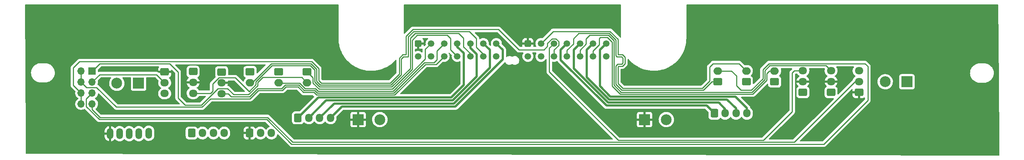
<source format=gbr>
%TF.GenerationSoftware,KiCad,Pcbnew,(6.0.2-0)*%
%TF.CreationDate,2022-03-08T14:15:39+01:00*%
%TF.ProjectId,Wasp-PCB,57617370-2d50-4434-922e-6b696361645f,rev?*%
%TF.SameCoordinates,Original*%
%TF.FileFunction,Copper,L2,Bot*%
%TF.FilePolarity,Positive*%
%FSLAX46Y46*%
G04 Gerber Fmt 4.6, Leading zero omitted, Abs format (unit mm)*
G04 Created by KiCad (PCBNEW (6.0.2-0)) date 2022-03-08 14:15:39*
%MOMM*%
%LPD*%
G01*
G04 APERTURE LIST*
G04 Aperture macros list*
%AMRoundRect*
0 Rectangle with rounded corners*
0 $1 Rounding radius*
0 $2 $3 $4 $5 $6 $7 $8 $9 X,Y pos of 4 corners*
0 Add a 4 corners polygon primitive as box body*
4,1,4,$2,$3,$4,$5,$6,$7,$8,$9,$2,$3,0*
0 Add four circle primitives for the rounded corners*
1,1,$1+$1,$2,$3*
1,1,$1+$1,$4,$5*
1,1,$1+$1,$6,$7*
1,1,$1+$1,$8,$9*
0 Add four rect primitives between the rounded corners*
20,1,$1+$1,$2,$3,$4,$5,0*
20,1,$1+$1,$4,$5,$6,$7,0*
20,1,$1+$1,$6,$7,$8,$9,0*
20,1,$1+$1,$8,$9,$2,$3,0*%
G04 Aperture macros list end*
%TA.AperFunction,ComponentPad*%
%ADD10RoundRect,0.250001X-0.499999X-0.499999X0.499999X-0.499999X0.499999X0.499999X-0.499999X0.499999X0*%
%TD*%
%TA.AperFunction,ComponentPad*%
%ADD11C,1.500000*%
%TD*%
%TA.AperFunction,ComponentPad*%
%ADD12O,1.524000X2.524000*%
%TD*%
%TA.AperFunction,ComponentPad*%
%ADD13RoundRect,0.250000X0.750000X-0.600000X0.750000X0.600000X-0.750000X0.600000X-0.750000X-0.600000X0*%
%TD*%
%TA.AperFunction,ComponentPad*%
%ADD14O,2.000000X1.700000*%
%TD*%
%TA.AperFunction,ComponentPad*%
%ADD15RoundRect,0.250000X0.725000X-0.600000X0.725000X0.600000X-0.725000X0.600000X-0.725000X-0.600000X0*%
%TD*%
%TA.AperFunction,ComponentPad*%
%ADD16O,1.950000X1.700000*%
%TD*%
%TA.AperFunction,ComponentPad*%
%ADD17R,1.700000X1.700000*%
%TD*%
%TA.AperFunction,ComponentPad*%
%ADD18O,1.700000X1.700000*%
%TD*%
%TA.AperFunction,ComponentPad*%
%ADD19R,2.500000X2.500000*%
%TD*%
%TA.AperFunction,ComponentPad*%
%ADD20C,2.500000*%
%TD*%
%TA.AperFunction,ComponentPad*%
%ADD21RoundRect,0.250000X-0.600000X-0.725000X0.600000X-0.725000X0.600000X0.725000X-0.600000X0.725000X0*%
%TD*%
%TA.AperFunction,ComponentPad*%
%ADD22O,1.700000X1.950000*%
%TD*%
%TA.AperFunction,ComponentPad*%
%ADD23RoundRect,0.250000X-0.725000X0.600000X-0.725000X-0.600000X0.725000X-0.600000X0.725000X0.600000X0*%
%TD*%
%TA.AperFunction,ComponentPad*%
%ADD24RoundRect,0.250000X-0.750000X0.600000X-0.750000X-0.600000X0.750000X-0.600000X0.750000X0.600000X0*%
%TD*%
%TA.AperFunction,ViaPad*%
%ADD25C,0.800000*%
%TD*%
%TA.AperFunction,Conductor*%
%ADD26C,0.250000*%
%TD*%
%TA.AperFunction,Conductor*%
%ADD27C,0.500000*%
%TD*%
G04 APERTURE END LIST*
D10*
%TO.P,J5,1,Pin_1*%
%TO.N,GND*%
X128300000Y-68985000D03*
D11*
%TO.P,J5,2,Pin_2*%
%TO.N,/FP_1*%
X131300000Y-68985000D03*
%TO.P,J5,3,Pin_3*%
%TO.N,/S1_1*%
X134300000Y-68985000D03*
%TO.P,J5,4,Pin_4*%
%TO.N,/B-*%
X137300000Y-68985000D03*
%TO.P,J5,5,Pin_5*%
%TO.N,/B+*%
X140300000Y-68985000D03*
%TO.P,J5,6,Pin_6*%
%TO.N,/A-*%
X143300000Y-68985000D03*
%TO.P,J5,7,Pin_7*%
%TO.N,/A+*%
X146300000Y-68985000D03*
%TO.P,J5,8,Pin_8*%
%TO.N,+24V*%
X128300000Y-71985000D03*
%TO.P,J5,9,Pin_9*%
%TO.N,/HEAT_1*%
X131300000Y-71985000D03*
%TO.P,J5,10,Pin_10*%
%TO.N,/TH0-NP_1*%
X134300000Y-71985000D03*
%TO.P,J5,11,Pin_11*%
%TO.N,/TH1_1*%
X137300000Y-71985000D03*
%TO.P,J5,12,Pin_12*%
%TO.N,/S0_1*%
X140300000Y-71985000D03*
%TO.P,J5,13,Pin_13*%
%TO.N,/FH_1*%
X143300000Y-71985000D03*
%TO.P,J5,14,Pin_14*%
%TO.N,+5V*%
X146300000Y-71985000D03*
%TD*%
D12*
%TO.P,J25,1,Pin_1*%
%TO.N,GND*%
X57450000Y-89850000D03*
%TO.P,J25,2,Pin_2*%
%TO.N,Net-(J23-Pad2)*%
X59650000Y-89850000D03*
%TO.P,J25,3,Pin_3*%
%TO.N,+5V*%
X61850000Y-89850000D03*
%TO.P,J25,4,Pin_4*%
%TO.N,/USB_D1*%
X64050000Y-89850000D03*
%TO.P,J25,5,Pin_5*%
%TO.N,/USB_D2*%
X66350000Y-89750000D03*
%TD*%
D10*
%TO.P,J6,1,Pin_1*%
%TO.N,GND*%
X153550000Y-68985000D03*
D11*
%TO.P,J6,2,Pin_2*%
%TO.N,/FP_2*%
X156550000Y-68985000D03*
%TO.P,J6,3,Pin_3*%
%TO.N,/S1_2*%
X159550000Y-68985000D03*
%TO.P,J6,4,Pin_4*%
%TO.N,/B-*%
X162550000Y-68985000D03*
%TO.P,J6,5,Pin_5*%
%TO.N,/B+*%
X165550000Y-68985000D03*
%TO.P,J6,6,Pin_6*%
%TO.N,/A-*%
X168550000Y-68985000D03*
%TO.P,J6,7,Pin_7*%
%TO.N,/A+*%
X171550000Y-68985000D03*
%TO.P,J6,8,Pin_8*%
%TO.N,+24V*%
X153550000Y-71985000D03*
%TO.P,J6,9,Pin_9*%
%TO.N,/HEAT_2*%
X156550000Y-71985000D03*
%TO.P,J6,10,Pin_10*%
%TO.N,/TH0-NP_2*%
X159550000Y-71985000D03*
%TO.P,J6,11,Pin_11*%
%TO.N,/TH1_2*%
X162550000Y-71985000D03*
%TO.P,J6,12,Pin_12*%
%TO.N,/S0_2*%
X165550000Y-71985000D03*
%TO.P,J6,13,Pin_13*%
%TO.N,/FH_2*%
X168550000Y-71985000D03*
%TO.P,J6,14,Pin_14*%
%TO.N,+5V*%
X171550000Y-71985000D03*
%TD*%
D13*
%TO.P,J14,1,Pin_1*%
%TO.N,unconnected-(J14-Pad1)*%
X203800000Y-77850000D03*
D14*
%TO.P,J14,2,Pin_2*%
%TO.N,/FP_2*%
X203800000Y-75350000D03*
%TD*%
D15*
%TO.P,J16,1,Pin_1*%
%TO.N,+5V*%
X216800000Y-80300000D03*
D16*
%TO.P,J16,2,Pin_2*%
%TO.N,GND*%
X216800000Y-77800000D03*
%TO.P,J16,3,Pin_3*%
%TO.N,/S1_2*%
X216800000Y-75300000D03*
%TD*%
D17*
%TO.P,J19,1,Pin_1*%
%TO.N,/TH1_J*%
X53325000Y-75350000D03*
D18*
%TO.P,J19,2,Pin_2*%
%TO.N,/TH0-NP_1*%
X50785000Y-75350000D03*
%TO.P,J19,3,Pin_3*%
%TO.N,/NP1_J*%
X53325000Y-77890000D03*
%TO.P,J19,4,Pin_4*%
%TO.N,/TH0-NP_1*%
X50785000Y-77890000D03*
%TO.P,J19,5,Pin_5*%
%TO.N,/TH2_J*%
X53325000Y-80430000D03*
%TO.P,J19,6,Pin_6*%
%TO.N,/TH0-NP_2*%
X50785000Y-80430000D03*
%TO.P,J19,7,Pin_7*%
%TO.N,/NP2_J*%
X53325000Y-82970000D03*
%TO.P,J19,8,Pin_8*%
%TO.N,/TH0-NP_2*%
X50785000Y-82970000D03*
%TD*%
D19*
%TO.P,J2,1,Pin_1*%
%TO.N,GND*%
X180400000Y-86600000D03*
D20*
%TO.P,J2,2,Pin_2*%
%TO.N,+5V*%
X185400000Y-86600000D03*
%TD*%
D21*
%TO.P,J18,1,Pin_1*%
%TO.N,/B-*%
X196450000Y-85150000D03*
D22*
%TO.P,J18,2,Pin_2*%
%TO.N,/B+*%
X198950000Y-85150000D03*
%TO.P,J18,3,Pin_3*%
%TO.N,/A-*%
X201450000Y-85150000D03*
%TO.P,J18,4,Pin_4*%
%TO.N,/A+*%
X203950000Y-85150000D03*
%TD*%
D23*
%TO.P,J10,1,Pin_1*%
%TO.N,+5V*%
X83100000Y-75600000D03*
D16*
%TO.P,J10,2,Pin_2*%
%TO.N,GND*%
X83100000Y-78100000D03*
%TO.P,J10,3,Pin_3*%
%TO.N,/S1_1*%
X83100000Y-80600000D03*
%TD*%
D19*
%TO.P,J3,1,Pin_1*%
%TO.N,/HEAT_1*%
X64000000Y-78200000D03*
D20*
%TO.P,J3,2,Pin_2*%
%TO.N,+24V*%
X59000000Y-78200000D03*
%TD*%
D15*
%TO.P,J17,1,Pin_1*%
%TO.N,+5V*%
X223300000Y-80300000D03*
D16*
%TO.P,J17,2,Pin_2*%
%TO.N,GND*%
X223300000Y-77800000D03*
%TO.P,J17,3,Pin_3*%
%TO.N,/S0_2*%
X223300000Y-75300000D03*
%TD*%
D21*
%TO.P,J24,1,Pin_1*%
%TO.N,unconnected-(J24-Pad1)*%
X76200000Y-89700000D03*
D22*
%TO.P,J24,2,Pin_2*%
%TO.N,/USB_D2*%
X78700000Y-89700000D03*
%TO.P,J24,3,Pin_3*%
%TO.N,/USB_D1*%
X81200000Y-89700000D03*
%TO.P,J24,4,Pin_4*%
%TO.N,unconnected-(J24-Pad4)*%
X83700000Y-89700000D03*
%TD*%
D24*
%TO.P,J8,1,Pin_1*%
%TO.N,unconnected-(J8-Pad1)*%
X96200000Y-75550000D03*
D14*
%TO.P,J8,2,Pin_2*%
%TO.N,/FP_1*%
X96200000Y-78050000D03*
%TD*%
D21*
%TO.P,J23,1,Pin_1*%
%TO.N,GND*%
X89550000Y-89700000D03*
D22*
%TO.P,J23,2,Pin_2*%
%TO.N,Net-(J23-Pad2)*%
X92050000Y-89700000D03*
%TO.P,J23,3,Pin_3*%
%TO.N,+5V*%
X94550000Y-89700000D03*
%TD*%
D19*
%TO.P,J1,1,Pin_1*%
%TO.N,GND*%
X114500000Y-86600000D03*
D20*
%TO.P,J1,2,Pin_2*%
%TO.N,+24V*%
X119500000Y-86600000D03*
%TD*%
D19*
%TO.P,J4,1,Pin_1*%
%TO.N,/HEAT_2*%
X240750000Y-77850000D03*
D20*
%TO.P,J4,2,Pin_2*%
%TO.N,+24V*%
X235750000Y-77850000D03*
%TD*%
D24*
%TO.P,J9,1,Pin_1*%
%TO.N,unconnected-(J9-Pad1)*%
X89650000Y-75550000D03*
D14*
%TO.P,J9,2,Pin_2*%
%TO.N,/FH_1*%
X89650000Y-78050000D03*
%TD*%
D23*
%TO.P,J21,1,Pin_1*%
%TO.N,GND*%
X70000000Y-75550000D03*
D16*
%TO.P,J21,2,Pin_2*%
%TO.N,/NP1_J*%
X70000000Y-78050000D03*
%TO.P,J21,3,Pin_3*%
%TO.N,+5V*%
X70000000Y-80550000D03*
%TD*%
D21*
%TO.P,J12,1,Pin_1*%
%TO.N,/B-*%
X100650000Y-86200000D03*
D22*
%TO.P,J12,2,Pin_2*%
%TO.N,/B+*%
X103150000Y-86200000D03*
%TO.P,J12,3,Pin_3*%
%TO.N,/A-*%
X105650000Y-86200000D03*
%TO.P,J12,4,Pin_4*%
%TO.N,/A+*%
X108150000Y-86200000D03*
%TD*%
D24*
%TO.P,J7,1,Pin_1*%
%TO.N,/TH1_1*%
X102750000Y-75550000D03*
D14*
%TO.P,J7,2,Pin_2*%
%TO.N,/TH1_J*%
X102750000Y-78050000D03*
%TD*%
D13*
%TO.P,J15,1,Pin_1*%
%TO.N,unconnected-(J15-Pad1)*%
X210300000Y-77850000D03*
D14*
%TO.P,J15,2,Pin_2*%
%TO.N,/FH_2*%
X210300000Y-75350000D03*
%TD*%
D13*
%TO.P,J13,1,Pin_1*%
%TO.N,/TH1_2*%
X197250000Y-77850000D03*
D14*
%TO.P,J13,2,Pin_2*%
%TO.N,/TH2_J*%
X197250000Y-75350000D03*
%TD*%
D23*
%TO.P,J11,1,Pin_1*%
%TO.N,+5V*%
X76550000Y-75500000D03*
D16*
%TO.P,J11,2,Pin_2*%
%TO.N,GND*%
X76550000Y-78000000D03*
%TO.P,J11,3,Pin_3*%
%TO.N,/S0_1*%
X76550000Y-80500000D03*
%TD*%
D15*
%TO.P,J22,1,Pin_1*%
%TO.N,GND*%
X229725000Y-80300000D03*
D16*
%TO.P,J22,2,Pin_2*%
%TO.N,/NP2_J*%
X229725000Y-77800000D03*
%TO.P,J22,3,Pin_3*%
%TO.N,+5V*%
X229725000Y-75300000D03*
%TD*%
D25*
%TO.N,GND*%
X133100000Y-77450000D03*
X133100000Y-77450000D03*
X133100000Y-77450000D03*
%TD*%
D26*
%TO.N,/TH1_1*%
X126950000Y-68222507D02*
X126950000Y-74964282D01*
X104074520Y-78131671D02*
X104074520Y-76874520D01*
X126950000Y-74964282D02*
X122364282Y-79550000D01*
X104074520Y-76874520D02*
X102750000Y-75550000D01*
X135000000Y-67100000D02*
X128072507Y-67100000D01*
X122364282Y-79550000D02*
X105492849Y-79550000D01*
X105492849Y-79550000D02*
X104074520Y-78131671D01*
X128072507Y-67100000D02*
X126950000Y-68222507D01*
X135750000Y-67850000D02*
X135000000Y-67100000D01*
X137300000Y-71985000D02*
X135750000Y-70435000D01*
X135750000Y-70435000D02*
X135750000Y-67850000D01*
%TO.N,/TH1_2*%
X162550000Y-70537170D02*
X164000000Y-69087170D01*
X165249040Y-66650960D02*
X172272396Y-66650960D01*
X173799040Y-74188241D02*
X173799040Y-78436570D01*
X164000000Y-67900000D02*
X165249040Y-66650960D01*
X174050479Y-72050479D02*
X175100479Y-72050479D01*
X175100479Y-73799521D02*
X174187760Y-73799521D01*
X172272396Y-66650960D02*
X173799040Y-68177605D01*
X175424521Y-72374521D02*
X175424521Y-73475479D01*
X174187760Y-73799521D02*
X173799040Y-74188241D01*
X175100479Y-72050479D02*
X175424521Y-72374521D01*
X173799040Y-71799040D02*
X174050479Y-72050479D01*
X193899040Y-79800960D02*
X195850000Y-77850000D01*
X173799040Y-68177605D02*
X173799040Y-71799040D01*
X175424521Y-73475479D02*
X175100479Y-73799521D01*
X175163430Y-79800960D02*
X193899040Y-79800960D01*
X162550000Y-71985000D02*
X162550000Y-70537170D01*
X164000000Y-69087170D02*
X164000000Y-67900000D01*
X173799040Y-78436570D02*
X175163430Y-79800960D01*
X195850000Y-77850000D02*
X197250000Y-77850000D01*
%TO.N,/FP_1*%
X102288978Y-79400000D02*
X101038978Y-78150000D01*
X129950000Y-70335000D02*
X129950000Y-72600000D01*
X104707131Y-79400000D02*
X102288978Y-79400000D01*
X131300000Y-68985000D02*
X129950000Y-70335000D01*
X96300000Y-78150000D02*
X96200000Y-78050000D01*
X105306651Y-79999520D02*
X104707131Y-79400000D01*
X101038978Y-78150000D02*
X96300000Y-78150000D01*
X122550479Y-79999520D02*
X105306651Y-79999520D01*
X129950000Y-72600000D02*
X122550479Y-79999520D01*
%TO.N,/FH_1*%
X124425479Y-76217367D02*
X122043325Y-78599520D01*
X127306661Y-66193339D02*
X126050960Y-67449040D01*
X122043325Y-78599520D02*
X105813802Y-78599520D01*
X104973560Y-74975349D02*
X103658211Y-73660000D01*
X90100000Y-78050000D02*
X89650000Y-78050000D01*
X126050960Y-67449040D02*
X126050960Y-72050479D01*
X103658211Y-73660000D02*
X94490000Y-73660000D01*
X141700000Y-69900001D02*
X141700000Y-67800000D01*
X105813802Y-78599520D02*
X104973560Y-77759277D01*
X143300000Y-71985000D02*
X143300000Y-71500001D01*
X143300000Y-71500001D02*
X141700000Y-69900001D01*
X124937760Y-72050479D02*
X124425479Y-72562760D01*
X141700000Y-67800000D02*
X140093339Y-66193339D01*
X94490000Y-73660000D02*
X90100000Y-78050000D01*
X104973560Y-77759277D02*
X104973560Y-74975349D01*
X140093339Y-66193339D02*
X127306661Y-66193339D01*
X124425479Y-72562760D02*
X124425479Y-76217367D01*
X126050960Y-72050479D02*
X124937760Y-72050479D01*
%TO.N,/FP_2*%
X174248560Y-74374439D02*
X174248560Y-78250372D01*
X175286677Y-71600959D02*
X175874041Y-72188324D01*
X174248560Y-71600959D02*
X175286677Y-71600959D01*
X156550000Y-69000000D02*
X159348560Y-66201440D01*
X172458594Y-66201440D02*
X174248560Y-67991407D01*
X175349628Y-79351440D02*
X193712842Y-79351440D01*
X175874041Y-73661677D02*
X175286676Y-74249041D01*
X195400000Y-77664282D02*
X195400000Y-74400000D01*
X175286676Y-74249041D02*
X174373958Y-74249041D01*
X156550000Y-68985000D02*
X156550000Y-69000000D01*
X174248560Y-67991407D02*
X174248560Y-71600959D01*
X174373958Y-74249041D02*
X174248560Y-74374439D01*
X202100000Y-73650000D02*
X203800000Y-75350000D01*
X195400000Y-74400000D02*
X196150000Y-73650000D01*
X174248560Y-78250372D02*
X175349628Y-79351440D01*
X175874041Y-72188324D02*
X175874041Y-73661677D01*
X193712842Y-79351440D02*
X195400000Y-77664282D01*
X196150000Y-73650000D02*
X202100000Y-73650000D01*
X159348560Y-66201440D02*
X172458594Y-66201440D01*
%TO.N,/FH_2*%
X171800000Y-67550000D02*
X172900000Y-68650000D01*
X208500000Y-77500000D02*
X208500000Y-75950000D01*
X205300000Y-80700000D02*
X208500000Y-77500000D01*
X209100000Y-75350000D02*
X210300000Y-75350000D01*
X168550000Y-71985000D02*
X168550000Y-70700000D01*
X170250000Y-67550000D02*
X171800000Y-67550000D01*
X174791034Y-80700000D02*
X205300000Y-80700000D01*
X208500000Y-75950000D02*
X209100000Y-75350000D01*
X168550000Y-70700000D02*
X169950000Y-69300000D01*
X169950000Y-67850000D02*
X170250000Y-67550000D01*
X172900000Y-78808966D02*
X174791034Y-80700000D01*
X172900000Y-68650000D02*
X172900000Y-78808966D01*
X169950000Y-69300000D02*
X169950000Y-67850000D01*
%TO.N,/S1_1*%
X129785718Y-73400000D02*
X122736676Y-80449040D01*
X96914282Y-79400000D02*
X91382457Y-79400000D01*
X85280000Y-81280000D02*
X84600000Y-80600000D01*
X100852780Y-78599520D02*
X97714762Y-78599520D01*
X91382457Y-79400000D02*
X89502457Y-81280000D01*
X102102780Y-79849520D02*
X100852780Y-78599520D01*
X132600000Y-70750000D02*
X132600000Y-72750000D01*
X97714762Y-78599520D02*
X96914282Y-79400000D01*
X131950000Y-73400000D02*
X129785718Y-73400000D01*
X134300000Y-69050000D02*
X132600000Y-70750000D01*
X134300000Y-68985000D02*
X134300000Y-69050000D01*
X132600000Y-72750000D02*
X131950000Y-73400000D01*
X122736676Y-80449040D02*
X105120453Y-80449040D01*
X105120453Y-80449040D02*
X104520933Y-79849520D01*
X89502457Y-81280000D02*
X85280000Y-81280000D01*
X104520933Y-79849520D02*
X102102780Y-79849520D01*
X84600000Y-80600000D02*
X83100000Y-80600000D01*
%TO.N,/S0_1*%
X137642859Y-66642859D02*
X138750000Y-67750000D01*
X76550000Y-80500000D02*
X80550000Y-80500000D01*
X94676198Y-74109520D02*
X103472013Y-74109520D01*
X81050480Y-79999520D02*
X81050480Y-78363498D01*
X90974520Y-78536502D02*
X90974520Y-77811198D01*
X140300000Y-71300000D02*
X140300000Y-71985000D01*
X122229524Y-79049040D02*
X126500480Y-74778084D01*
X80550000Y-80500000D02*
X81050480Y-79999520D01*
X89411022Y-80100000D02*
X90974520Y-78536502D01*
X126500480Y-74778084D02*
X126500480Y-67749520D01*
X82488498Y-76925480D02*
X86236502Y-76925480D01*
X81050480Y-78363498D02*
X82488498Y-76925480D01*
X103472013Y-74109520D02*
X104524040Y-75161547D01*
X90974520Y-77811198D02*
X94676198Y-74109520D01*
X105627605Y-79049040D02*
X122229524Y-79049040D01*
X104524040Y-77945474D02*
X105627605Y-79049040D01*
X138750000Y-67750000D02*
X138750000Y-69750000D01*
X104524040Y-75161547D02*
X104524040Y-77945474D01*
X127607141Y-66642859D02*
X137642859Y-66642859D01*
X86236502Y-76925480D02*
X89411022Y-80100000D01*
X126500480Y-67749520D02*
X127607141Y-66642859D01*
X138750000Y-69750000D02*
X140300000Y-71300000D01*
%TO.N,/S1_2*%
X207725000Y-91375000D02*
X214350000Y-84750000D01*
X214350000Y-75800000D02*
X214850000Y-75300000D01*
X214350000Y-84750000D02*
X214350000Y-75800000D01*
X158475489Y-75525489D02*
X174325000Y-91375000D01*
X174325000Y-91375000D02*
X207725000Y-91375000D01*
X159550000Y-68985000D02*
X158475489Y-70059511D01*
X214850000Y-75300000D02*
X216800000Y-75300000D01*
X158475489Y-70059511D02*
X158475489Y-75525489D01*
%TO.N,/S0_2*%
X172086198Y-67100480D02*
X167799520Y-67100480D01*
X166950000Y-67950000D02*
X166950000Y-69150000D01*
X222100000Y-74100000D02*
X209200000Y-74100000D01*
X208050480Y-77313802D02*
X205113802Y-80250480D01*
X166950000Y-69150000D02*
X165550000Y-70550000D01*
X209200000Y-74100000D02*
X208050480Y-75249520D01*
X174977232Y-80250480D02*
X173349520Y-78622768D01*
X173349520Y-68363802D02*
X172086198Y-67100480D01*
X167799520Y-67100480D02*
X166950000Y-67950000D01*
X223300000Y-75300000D02*
X222100000Y-74100000D01*
X173349520Y-78622768D02*
X173349520Y-68363802D01*
X205113802Y-80250480D02*
X174977232Y-80250480D01*
X165550000Y-70550000D02*
X165550000Y-71985000D01*
X208050480Y-75249520D02*
X208050480Y-77313802D01*
D27*
%TO.N,/B-*%
X194673078Y-83373078D02*
X171673078Y-83373078D01*
X161100000Y-72800000D02*
X161100000Y-70435000D01*
X171673078Y-83373078D02*
X161100000Y-72800000D01*
X138800000Y-71250000D02*
X138800000Y-78621460D01*
X196450000Y-85150000D02*
X194673078Y-83373078D01*
X137300000Y-69750000D02*
X138800000Y-71250000D01*
X137300000Y-68985000D02*
X137300000Y-69750000D01*
X135948380Y-81473080D02*
X105376920Y-81473080D01*
X138800000Y-78621460D02*
X135948380Y-81473080D01*
X161100000Y-70435000D02*
X162550000Y-68985000D01*
X105376920Y-81473080D02*
X100650000Y-86200000D01*
%TO.N,/B+*%
X107177400Y-82172600D02*
X136238130Y-82172600D01*
X198950000Y-84150000D02*
X197473558Y-82673558D01*
X198950000Y-85150000D02*
X198950000Y-84150000D01*
X197473558Y-82673558D02*
X171962828Y-82673558D01*
X164100000Y-70435000D02*
X165550000Y-68985000D01*
X141800000Y-71500000D02*
X140300000Y-70000000D01*
X164100000Y-74810730D02*
X164100000Y-70435000D01*
X141800000Y-76610730D02*
X141800000Y-71500000D01*
X136238130Y-82172600D02*
X141800000Y-76610730D01*
X171962828Y-82673558D02*
X164100000Y-74810730D01*
X140300000Y-70000000D02*
X140300000Y-68985000D01*
X103150000Y-86200000D02*
X107177400Y-82172600D01*
%TO.N,/A-*%
X108977880Y-82872120D02*
X105650000Y-86200000D01*
X167050000Y-70485000D02*
X168550000Y-68985000D01*
X201450000Y-84050000D02*
X199374039Y-81974039D01*
X144800000Y-70485000D02*
X144800000Y-74600000D01*
X199374039Y-81974039D02*
X172252579Y-81974039D01*
X172252579Y-81974039D02*
X167050000Y-76771460D01*
X201450000Y-85150000D02*
X201450000Y-84050000D01*
X144800000Y-74600000D02*
X136527880Y-82872120D01*
X136527880Y-82872120D02*
X108977880Y-82872120D01*
X167050000Y-76771460D02*
X167050000Y-70485000D01*
X143300000Y-68985000D02*
X144800000Y-70485000D01*
%TO.N,/A+*%
X172542330Y-81274520D02*
X170100000Y-78832190D01*
X147750000Y-72700000D02*
X136878360Y-83571640D01*
X203950000Y-83950000D02*
X201274520Y-81274520D01*
X136878360Y-83571640D02*
X110778360Y-83571640D01*
X201274520Y-81274520D02*
X172542330Y-81274520D01*
X146300000Y-68985000D02*
X147750000Y-70435000D01*
X110778360Y-83571640D02*
X108150000Y-86200000D01*
X203950000Y-85150000D02*
X203950000Y-83950000D01*
X170100000Y-70435000D02*
X171550000Y-68985000D01*
X170100000Y-78832190D02*
X170100000Y-70435000D01*
X147750000Y-70435000D02*
X147750000Y-72700000D01*
D26*
%TO.N,/TH0-NP_1*%
X78621436Y-83700000D02*
X80546916Y-81774520D01*
X104334735Y-80299040D02*
X104934255Y-80898560D01*
X100666582Y-79049040D02*
X101916582Y-80299040D01*
X89643655Y-81774520D02*
X91568655Y-79849520D01*
X91568655Y-79849520D02*
X97100480Y-79849520D01*
X104934255Y-80898560D02*
X122922875Y-80898560D01*
X54350000Y-79150000D02*
X58900000Y-83700000D01*
X129971915Y-73849520D02*
X132435480Y-73849520D01*
X97900960Y-79049040D02*
X100666582Y-79049040D01*
X50785000Y-77890000D02*
X52045000Y-79150000D01*
X50785000Y-77890000D02*
X50785000Y-75870717D01*
X80546916Y-81774520D02*
X89643655Y-81774520D01*
X97100480Y-79849520D02*
X97900960Y-79049040D01*
X122922875Y-80898560D02*
X129971915Y-73849520D01*
X50785000Y-75870717D02*
X50524641Y-75610358D01*
X52045000Y-79150000D02*
X54350000Y-79150000D01*
X101916582Y-80299040D02*
X104334735Y-80299040D01*
X132435480Y-73849520D02*
X134300000Y-71985000D01*
X58900000Y-83700000D02*
X78621436Y-83700000D01*
%TO.N,/TH0-NP_2*%
X157250000Y-70450000D02*
X158050000Y-69650000D01*
X159550000Y-70504589D02*
X159550000Y-71985000D01*
X50785000Y-81010718D02*
X50410480Y-80636198D01*
X103844409Y-73210480D02*
X105423080Y-74789151D01*
X50785000Y-82970000D02*
X50785000Y-81010718D01*
X158050000Y-68965411D02*
X159104922Y-67910489D01*
X125500000Y-67364282D02*
X127120463Y-65743819D01*
X127120463Y-65743819D02*
X146793819Y-65743819D01*
X50439520Y-73210480D02*
X103844409Y-73210480D01*
X123975959Y-72376562D02*
X124751563Y-71600959D01*
X159995078Y-67910489D02*
X160624511Y-68539922D01*
X49000000Y-78645000D02*
X49000000Y-74650000D01*
X105423080Y-74789151D02*
X105423080Y-77573080D01*
X151500000Y-70450000D02*
X157250000Y-70450000D01*
X106000000Y-78150000D02*
X121857128Y-78150000D01*
X121857128Y-78150000D02*
X123975959Y-76031169D01*
X123975959Y-76031169D02*
X123975959Y-72376562D01*
X125500000Y-71600959D02*
X125500000Y-67364282D01*
X124751563Y-71600959D02*
X125500000Y-71600959D01*
X49000000Y-74650000D02*
X50439520Y-73210480D01*
X105423080Y-77573080D02*
X106000000Y-78150000D01*
X160624511Y-68539922D02*
X160624511Y-69430078D01*
X50785000Y-80430000D02*
X49000000Y-78645000D01*
X160624511Y-69430078D02*
X159550000Y-70504589D01*
X146793819Y-65743819D02*
X151500000Y-70450000D01*
X158050000Y-69650000D02*
X158050000Y-68965411D01*
X159104922Y-67910489D02*
X159995078Y-67910489D01*
%TO.N,/TH1_J*%
X91424040Y-77997396D02*
X92571436Y-76850000D01*
X78435718Y-83250000D02*
X82260238Y-79425480D01*
X89316260Y-80830480D02*
X91424040Y-78722700D01*
X53400000Y-75370000D02*
X55110000Y-73660000D01*
X55110000Y-73660000D02*
X71172493Y-73660000D01*
X85880480Y-80830480D02*
X89316260Y-80830480D01*
X73100000Y-81600000D02*
X74750000Y-83250000D01*
X92571436Y-76850000D02*
X101550000Y-76850000D01*
X84475480Y-79425480D02*
X85880480Y-80830480D01*
X73100000Y-75587507D02*
X73100000Y-81600000D01*
X71172493Y-73660000D02*
X73100000Y-75587507D01*
X82260238Y-79425480D02*
X84475480Y-79425480D01*
X74750000Y-83250000D02*
X78435718Y-83250000D01*
X91424040Y-78722700D02*
X91424040Y-77997396D01*
X101550000Y-76850000D02*
X102750000Y-78050000D01*
%TO.N,/TH2_J*%
X209013803Y-73650480D02*
X231100480Y-73650480D01*
X51959511Y-83559511D02*
X51959511Y-81795489D01*
X231750000Y-74300000D02*
X231750000Y-82150000D01*
X207600960Y-77127604D02*
X207600960Y-75063323D01*
X200400000Y-75350000D02*
X201550000Y-76500000D01*
X207600960Y-75063323D02*
X209013803Y-73650480D01*
X51959511Y-81795489D02*
X53325000Y-80430000D01*
X201550000Y-76500000D02*
X201550000Y-78750000D01*
X99224039Y-92274039D02*
X93500000Y-86550000D01*
X231100480Y-73650480D02*
X231750000Y-74300000D01*
X202600960Y-79800960D02*
X204927604Y-79800960D01*
X201550000Y-78750000D02*
X202600960Y-79800960D01*
X221625961Y-92274039D02*
X99224039Y-92274039D01*
X93500000Y-86550000D02*
X54950000Y-86550000D01*
X204927604Y-79800960D02*
X207600960Y-77127604D01*
X54950000Y-86550000D02*
X51959511Y-83559511D01*
X197250000Y-75350000D02*
X200400000Y-75350000D01*
X231750000Y-82150000D02*
X221625961Y-92274039D01*
%TO.N,/NP2_J*%
X99424519Y-91824519D02*
X93700480Y-86100480D01*
X228850000Y-77800000D02*
X214825481Y-91824519D01*
X55136198Y-86100480D02*
X53325000Y-84289282D01*
X53325000Y-84289282D02*
X53325000Y-82970000D01*
X214825481Y-91824519D02*
X99424519Y-91824519D01*
X93700480Y-86100480D02*
X55136198Y-86100480D01*
X229725000Y-77800000D02*
X228850000Y-77800000D01*
%TO.N,/NP1_J*%
X68150000Y-76200000D02*
X70000000Y-78050000D01*
X53400000Y-77840000D02*
X55040000Y-76200000D01*
X55040000Y-76200000D02*
X68150000Y-76200000D01*
%TD*%
%TA.AperFunction,Conductor*%
%TO.N,GND*%
G36*
X109934186Y-59970002D02*
G01*
X109980679Y-60023658D01*
X109992064Y-60075987D01*
X109992497Y-65725306D01*
X109992651Y-67746317D01*
X109990873Y-67767421D01*
X109988418Y-67781879D01*
X109987604Y-67786673D01*
X109987537Y-67791533D01*
X109987537Y-67791537D01*
X109987531Y-67792002D01*
X109987432Y-67799211D01*
X109987621Y-67800550D01*
X109986995Y-67803323D01*
X109988009Y-67803288D01*
X110006222Y-68335665D01*
X110006460Y-68337909D01*
X110054699Y-68792749D01*
X110062832Y-68869439D01*
X110082538Y-68979525D01*
X110155603Y-69387705D01*
X110157411Y-69397808D01*
X110157960Y-69399971D01*
X110157962Y-69399980D01*
X110190894Y-69529712D01*
X110289478Y-69918075D01*
X110290194Y-69920235D01*
X110453344Y-70412461D01*
X110458356Y-70427583D01*
X110459223Y-70429683D01*
X110661328Y-70919233D01*
X110663185Y-70923732D01*
X110664179Y-70925724D01*
X110664183Y-70925732D01*
X110901916Y-71401984D01*
X110901924Y-71401998D01*
X110902918Y-71403990D01*
X111176331Y-71865903D01*
X111482030Y-72307114D01*
X111483444Y-72308872D01*
X111483450Y-72308880D01*
X111756229Y-72648011D01*
X111818453Y-72725371D01*
X111819976Y-72727010D01*
X111819985Y-72727020D01*
X112176876Y-73111000D01*
X112183882Y-73118538D01*
X112185497Y-73120044D01*
X112185508Y-73120055D01*
X112560920Y-73470124D01*
X112576453Y-73484608D01*
X112578218Y-73486033D01*
X112578221Y-73486035D01*
X112992401Y-73820293D01*
X112992411Y-73820300D01*
X112994160Y-73821712D01*
X112996014Y-73823001D01*
X113433023Y-74126845D01*
X113433034Y-74126852D01*
X113434872Y-74128130D01*
X113703325Y-74287623D01*
X113893175Y-74400416D01*
X113896339Y-74402296D01*
X113898349Y-74403303D01*
X113898350Y-74403304D01*
X114029400Y-74468988D01*
X114376205Y-74642812D01*
X114378298Y-74643680D01*
X114378300Y-74643681D01*
X114866956Y-74846350D01*
X114872019Y-74848450D01*
X114970563Y-74881291D01*
X115379123Y-75017450D01*
X115379136Y-75017454D01*
X115381252Y-75018159D01*
X115383429Y-75018715D01*
X115383431Y-75018716D01*
X115421635Y-75028480D01*
X115901303Y-75151073D01*
X116429517Y-75246514D01*
X116963197Y-75303994D01*
X116965437Y-75304074D01*
X116965447Y-75304075D01*
X117279146Y-75315319D01*
X117499620Y-75323221D01*
X117501864Y-75323141D01*
X117501871Y-75323141D01*
X117955848Y-75306954D01*
X118036046Y-75304095D01*
X118038275Y-75303855D01*
X118038280Y-75303855D01*
X118567491Y-75246957D01*
X118567505Y-75246955D01*
X118569737Y-75246715D01*
X118571953Y-75246315D01*
X118571967Y-75246313D01*
X118946997Y-75178623D01*
X119097969Y-75151374D01*
X119130666Y-75143024D01*
X119265515Y-75108586D01*
X119618045Y-75018557D01*
X119620177Y-75017847D01*
X119620187Y-75017844D01*
X120094284Y-74859943D01*
X120127309Y-74848944D01*
X120296380Y-74778860D01*
X120621075Y-74644266D01*
X120621086Y-74644261D01*
X120623163Y-74643400D01*
X121103074Y-74402975D01*
X121522862Y-74153677D01*
X121562654Y-74130046D01*
X121562656Y-74130045D01*
X121564592Y-74128895D01*
X121599102Y-74104911D01*
X122003516Y-73823844D01*
X122003517Y-73823844D01*
X122005362Y-73822561D01*
X122115416Y-73733778D01*
X122421367Y-73486960D01*
X122421372Y-73486955D01*
X122423133Y-73485535D01*
X122441309Y-73468593D01*
X122814136Y-73121064D01*
X122815772Y-73119539D01*
X123124184Y-72787843D01*
X123185218Y-72751575D01*
X123256171Y-72754063D01*
X123314516Y-72794515D01*
X123341728Y-72860090D01*
X123342459Y-72873641D01*
X123342459Y-75716575D01*
X123322457Y-75784696D01*
X123305554Y-75805670D01*
X121631628Y-77479595D01*
X121569316Y-77513621D01*
X121542533Y-77516500D01*
X106314595Y-77516500D01*
X106246474Y-77496498D01*
X106225499Y-77479595D01*
X106093484Y-77347579D01*
X106059459Y-77285267D01*
X106056580Y-77258484D01*
X106056580Y-74867918D01*
X106057107Y-74856735D01*
X106058782Y-74849242D01*
X106058358Y-74835734D01*
X106056642Y-74781152D01*
X106056580Y-74777194D01*
X106056580Y-74749295D01*
X106056076Y-74745304D01*
X106055143Y-74733462D01*
X106054956Y-74727495D01*
X106053754Y-74689262D01*
X106051542Y-74681648D01*
X106051541Y-74681643D01*
X106048103Y-74669810D01*
X106044092Y-74650446D01*
X106043238Y-74643681D01*
X106041554Y-74630354D01*
X106038637Y-74622987D01*
X106038636Y-74622982D01*
X106025278Y-74589243D01*
X106021434Y-74578016D01*
X106016898Y-74562405D01*
X106009098Y-74535558D01*
X106004122Y-74527144D01*
X105998787Y-74518123D01*
X105990092Y-74500375D01*
X105982632Y-74481534D01*
X105974640Y-74470533D01*
X105956644Y-74445764D01*
X105950128Y-74435844D01*
X105931660Y-74404616D01*
X105931658Y-74404613D01*
X105927622Y-74397789D01*
X105913301Y-74383468D01*
X105900460Y-74368434D01*
X105898355Y-74365537D01*
X105888552Y-74352044D01*
X105854475Y-74323853D01*
X105845696Y-74315863D01*
X104348061Y-72818227D01*
X104340521Y-72809941D01*
X104336409Y-72803462D01*
X104286757Y-72756836D01*
X104283916Y-72754082D01*
X104264179Y-72734345D01*
X104260982Y-72731865D01*
X104251960Y-72724160D01*
X104236064Y-72709233D01*
X104219730Y-72693894D01*
X104212784Y-72690075D01*
X104212781Y-72690073D01*
X104201975Y-72684132D01*
X104185456Y-72673281D01*
X104184992Y-72672921D01*
X104169450Y-72660866D01*
X104162181Y-72657721D01*
X104162177Y-72657718D01*
X104128872Y-72643306D01*
X104118222Y-72638089D01*
X104079469Y-72616785D01*
X104059846Y-72611747D01*
X104041143Y-72605343D01*
X104029829Y-72600447D01*
X104029828Y-72600447D01*
X104022554Y-72597299D01*
X104014731Y-72596060D01*
X104014721Y-72596057D01*
X103978885Y-72590381D01*
X103967265Y-72587975D01*
X103932120Y-72578952D01*
X103932119Y-72578952D01*
X103924439Y-72576980D01*
X103904185Y-72576980D01*
X103884474Y-72575429D01*
X103872295Y-72573500D01*
X103864466Y-72572260D01*
X103835195Y-72575027D01*
X103820448Y-72576421D01*
X103808590Y-72576980D01*
X50518288Y-72576980D01*
X50507105Y-72576453D01*
X50499612Y-72574778D01*
X50491686Y-72575027D01*
X50491685Y-72575027D01*
X50431522Y-72576918D01*
X50427564Y-72576980D01*
X50399664Y-72576980D01*
X50395674Y-72577484D01*
X50383840Y-72578416D01*
X50339631Y-72579806D01*
X50332017Y-72582018D01*
X50332012Y-72582019D01*
X50320179Y-72585457D01*
X50300816Y-72589468D01*
X50280723Y-72592006D01*
X50273356Y-72594923D01*
X50273351Y-72594924D01*
X50239612Y-72608282D01*
X50228385Y-72612126D01*
X50185927Y-72624462D01*
X50179101Y-72628499D01*
X50168492Y-72634773D01*
X50150744Y-72643468D01*
X50131903Y-72650928D01*
X50125487Y-72655590D01*
X50125486Y-72655590D01*
X50096133Y-72676916D01*
X50086213Y-72683432D01*
X50054985Y-72701900D01*
X50054982Y-72701902D01*
X50048158Y-72705938D01*
X50033837Y-72720259D01*
X50018804Y-72733099D01*
X50002413Y-72745008D01*
X49993737Y-72755496D01*
X49974222Y-72779085D01*
X49966232Y-72787864D01*
X48607747Y-74146348D01*
X48599461Y-74153888D01*
X48592982Y-74158000D01*
X48587557Y-74163777D01*
X48546357Y-74207651D01*
X48543602Y-74210493D01*
X48523865Y-74230230D01*
X48521385Y-74233427D01*
X48513682Y-74242447D01*
X48483414Y-74274679D01*
X48479595Y-74281625D01*
X48479593Y-74281628D01*
X48473652Y-74292434D01*
X48462801Y-74308953D01*
X48450386Y-74324959D01*
X48447241Y-74332228D01*
X48447238Y-74332232D01*
X48432826Y-74365537D01*
X48427609Y-74376187D01*
X48406305Y-74414940D01*
X48401687Y-74432928D01*
X48401267Y-74434562D01*
X48394863Y-74453266D01*
X48386819Y-74471855D01*
X48385580Y-74479678D01*
X48385577Y-74479688D01*
X48379901Y-74515524D01*
X48377495Y-74527144D01*
X48369144Y-74559671D01*
X48366500Y-74569970D01*
X48366500Y-74590224D01*
X48364949Y-74609934D01*
X48361780Y-74629943D01*
X48362526Y-74637835D01*
X48362996Y-74642812D01*
X48365312Y-74667302D01*
X48365941Y-74673961D01*
X48366500Y-74685819D01*
X48366500Y-78566233D01*
X48365973Y-78577416D01*
X48364298Y-78584909D01*
X48364547Y-78592835D01*
X48364547Y-78592836D01*
X48366438Y-78652986D01*
X48366500Y-78656945D01*
X48366500Y-78684856D01*
X48366997Y-78688790D01*
X48366997Y-78688791D01*
X48367005Y-78688856D01*
X48367938Y-78700693D01*
X48369327Y-78744889D01*
X48374614Y-78763086D01*
X48374978Y-78764339D01*
X48378987Y-78783700D01*
X48381526Y-78803797D01*
X48384445Y-78811168D01*
X48384445Y-78811170D01*
X48397804Y-78844912D01*
X48401649Y-78856142D01*
X48411108Y-78888700D01*
X48413982Y-78898593D01*
X48423284Y-78914321D01*
X48424292Y-78916026D01*
X48432990Y-78933781D01*
X48440448Y-78952617D01*
X48445818Y-78960008D01*
X48466436Y-78988387D01*
X48472952Y-78998307D01*
X48489911Y-79026982D01*
X48495458Y-79036362D01*
X48509779Y-79050683D01*
X48522619Y-79065716D01*
X48534528Y-79082107D01*
X48557997Y-79101522D01*
X48568605Y-79110298D01*
X48577384Y-79118288D01*
X49434778Y-79975682D01*
X49468804Y-80037994D01*
X49467100Y-80098448D01*
X49445989Y-80174570D01*
X49422251Y-80396695D01*
X49422548Y-80401848D01*
X49422548Y-80401851D01*
X49434812Y-80614547D01*
X49435110Y-80619715D01*
X49436247Y-80624761D01*
X49436248Y-80624767D01*
X49455643Y-80710827D01*
X49484222Y-80837639D01*
X49568266Y-81044616D01*
X49608813Y-81110783D01*
X49681846Y-81229962D01*
X49684987Y-81235088D01*
X49831250Y-81403938D01*
X50003126Y-81546632D01*
X50007593Y-81549242D01*
X50076445Y-81589476D01*
X50125169Y-81641114D01*
X50138240Y-81710897D01*
X50111509Y-81776669D01*
X50071055Y-81810027D01*
X50058607Y-81816507D01*
X50054474Y-81819610D01*
X50054471Y-81819612D01*
X49889618Y-81943387D01*
X49879965Y-81950635D01*
X49876393Y-81954373D01*
X49792504Y-82042158D01*
X49725629Y-82112138D01*
X49722715Y-82116410D01*
X49722714Y-82116411D01*
X49716146Y-82126039D01*
X49599743Y-82296680D01*
X49563606Y-82374530D01*
X49546725Y-82410899D01*
X49505688Y-82499305D01*
X49445989Y-82714570D01*
X49422251Y-82936695D01*
X49422548Y-82941848D01*
X49422548Y-82941851D01*
X49428011Y-83036590D01*
X49435110Y-83159715D01*
X49436247Y-83164761D01*
X49436248Y-83164767D01*
X49456119Y-83252939D01*
X49484222Y-83377639D01*
X49568266Y-83584616D01*
X49611469Y-83655117D01*
X49680305Y-83767447D01*
X49684987Y-83775088D01*
X49831250Y-83943938D01*
X50003126Y-84086632D01*
X50196000Y-84199338D01*
X50200825Y-84201180D01*
X50200826Y-84201181D01*
X50264566Y-84225521D01*
X50404692Y-84279030D01*
X50409760Y-84280061D01*
X50409763Y-84280062D01*
X50476772Y-84293695D01*
X50623597Y-84323567D01*
X50628772Y-84323757D01*
X50628774Y-84323757D01*
X50841673Y-84331564D01*
X50841677Y-84331564D01*
X50846837Y-84331753D01*
X50851957Y-84331097D01*
X50851959Y-84331097D01*
X51063288Y-84304025D01*
X51063289Y-84304025D01*
X51068416Y-84303368D01*
X51083865Y-84298733D01*
X51277429Y-84240661D01*
X51277434Y-84240659D01*
X51282384Y-84239174D01*
X51482994Y-84140896D01*
X51487203Y-84137894D01*
X51487211Y-84137889D01*
X51490716Y-84135389D01*
X51557791Y-84112119D01*
X51626799Y-84128807D01*
X51652973Y-84148877D01*
X53051813Y-85547718D01*
X54446348Y-86942253D01*
X54453888Y-86950539D01*
X54458000Y-86957018D01*
X54463777Y-86962443D01*
X54507651Y-87003643D01*
X54510493Y-87006398D01*
X54530230Y-87026135D01*
X54533427Y-87028615D01*
X54542447Y-87036318D01*
X54574679Y-87066586D01*
X54581625Y-87070405D01*
X54581628Y-87070407D01*
X54592434Y-87076348D01*
X54608953Y-87087199D01*
X54624959Y-87099614D01*
X54632228Y-87102759D01*
X54632232Y-87102762D01*
X54665537Y-87117174D01*
X54676187Y-87122391D01*
X54714940Y-87143695D01*
X54722615Y-87145666D01*
X54722616Y-87145666D01*
X54734562Y-87148733D01*
X54753267Y-87155137D01*
X54771855Y-87163181D01*
X54779678Y-87164420D01*
X54779688Y-87164423D01*
X54815524Y-87170099D01*
X54827144Y-87172505D01*
X54853685Y-87179319D01*
X54869970Y-87183500D01*
X54890224Y-87183500D01*
X54909934Y-87185051D01*
X54929943Y-87188220D01*
X54937835Y-87187474D01*
X54973961Y-87184059D01*
X54985819Y-87183500D01*
X93185406Y-87183500D01*
X93253527Y-87203502D01*
X93274501Y-87220405D01*
X94140718Y-88086622D01*
X94174744Y-88148934D01*
X94169679Y-88219749D01*
X94127132Y-88276585D01*
X94097906Y-88292908D01*
X94060706Y-88307599D01*
X93948748Y-88351813D01*
X93948742Y-88351816D01*
X93943779Y-88353776D01*
X93939220Y-88356543D01*
X93939217Y-88356544D01*
X93840832Y-88416246D01*
X93746683Y-88473377D01*
X93742653Y-88476874D01*
X93594519Y-88605418D01*
X93572555Y-88624477D01*
X93569168Y-88628608D01*
X93429760Y-88798627D01*
X93429756Y-88798633D01*
X93426376Y-88802755D01*
X93408448Y-88834250D01*
X93357368Y-88883555D01*
X93287738Y-88897417D01*
X93221667Y-88871434D01*
X93194427Y-88842284D01*
X93165035Y-88798627D01*
X93112559Y-88720681D01*
X93093450Y-88700649D01*
X93024725Y-88628608D01*
X92953424Y-88553865D01*
X92768458Y-88416246D01*
X92763707Y-88413830D01*
X92763703Y-88413828D01*
X92641731Y-88351815D01*
X92562949Y-88311760D01*
X92557855Y-88310178D01*
X92557852Y-88310177D01*
X92347871Y-88244976D01*
X92342773Y-88243393D01*
X92320802Y-88240481D01*
X92119511Y-88213802D01*
X92119506Y-88213802D01*
X92114226Y-88213102D01*
X92108897Y-88213302D01*
X92108895Y-88213302D01*
X92010368Y-88217001D01*
X91883842Y-88221751D01*
X91878623Y-88222846D01*
X91857600Y-88227257D01*
X91658209Y-88269093D01*
X91653250Y-88271051D01*
X91653248Y-88271052D01*
X91448744Y-88351815D01*
X91448742Y-88351816D01*
X91443779Y-88353776D01*
X91439220Y-88356543D01*
X91439217Y-88356544D01*
X91340832Y-88416246D01*
X91246683Y-88473377D01*
X91242653Y-88476874D01*
X91094519Y-88605418D01*
X91072555Y-88624477D01*
X91069168Y-88628608D01*
X91042994Y-88660529D01*
X90984334Y-88700524D01*
X90913364Y-88702455D01*
X90852616Y-88665710D01*
X90838416Y-88646941D01*
X90751937Y-88507193D01*
X90742901Y-88495792D01*
X90628171Y-88381261D01*
X90616760Y-88372249D01*
X90478757Y-88287184D01*
X90465576Y-88281037D01*
X90311290Y-88229862D01*
X90297914Y-88226995D01*
X90203562Y-88217328D01*
X90197145Y-88217000D01*
X89822115Y-88217000D01*
X89806876Y-88221475D01*
X89805671Y-88222865D01*
X89804000Y-88230548D01*
X89804000Y-91164884D01*
X89808475Y-91180123D01*
X89809865Y-91181328D01*
X89817548Y-91182999D01*
X90197095Y-91182999D01*
X90203614Y-91182662D01*
X90299206Y-91172743D01*
X90312600Y-91169851D01*
X90466784Y-91118412D01*
X90479962Y-91112239D01*
X90617807Y-91026937D01*
X90629208Y-91017901D01*
X90743739Y-90903171D01*
X90752753Y-90891757D01*
X90838723Y-90752287D01*
X90891495Y-90704793D01*
X90961566Y-90693369D01*
X91026690Y-90721643D01*
X91037149Y-90731426D01*
X91146576Y-90846135D01*
X91331542Y-90983754D01*
X91336293Y-90986170D01*
X91336297Y-90986172D01*
X91409673Y-91023478D01*
X91537051Y-91088240D01*
X91542145Y-91089822D01*
X91542148Y-91089823D01*
X91742020Y-91151885D01*
X91757227Y-91156607D01*
X91762516Y-91157308D01*
X91980489Y-91186198D01*
X91980494Y-91186198D01*
X91985774Y-91186898D01*
X91991103Y-91186698D01*
X91991105Y-91186698D01*
X92100966Y-91182574D01*
X92216158Y-91178249D01*
X92221468Y-91177135D01*
X92436572Y-91132002D01*
X92441791Y-91130907D01*
X92446750Y-91128949D01*
X92446752Y-91128948D01*
X92651256Y-91048185D01*
X92651258Y-91048184D01*
X92656221Y-91046224D01*
X92692343Y-91024305D01*
X92848757Y-90929390D01*
X92848756Y-90929390D01*
X92853317Y-90926623D01*
X92893497Y-90891757D01*
X93023412Y-90779023D01*
X93023414Y-90779021D01*
X93027445Y-90775523D01*
X93085440Y-90704793D01*
X93170240Y-90601373D01*
X93170244Y-90601367D01*
X93173624Y-90597245D01*
X93191552Y-90565750D01*
X93242632Y-90516445D01*
X93312262Y-90502583D01*
X93378333Y-90528566D01*
X93405573Y-90557716D01*
X93487441Y-90679319D01*
X93491120Y-90683176D01*
X93491122Y-90683178D01*
X93537510Y-90731805D01*
X93646576Y-90846135D01*
X93831542Y-90983754D01*
X93836293Y-90986170D01*
X93836297Y-90986172D01*
X93909673Y-91023478D01*
X94037051Y-91088240D01*
X94042145Y-91089822D01*
X94042148Y-91089823D01*
X94242020Y-91151885D01*
X94257227Y-91156607D01*
X94262516Y-91157308D01*
X94480489Y-91186198D01*
X94480494Y-91186198D01*
X94485774Y-91186898D01*
X94491103Y-91186698D01*
X94491105Y-91186698D01*
X94600966Y-91182574D01*
X94716158Y-91178249D01*
X94721468Y-91177135D01*
X94936572Y-91132002D01*
X94941791Y-91130907D01*
X94946750Y-91128949D01*
X94946752Y-91128948D01*
X95151256Y-91048185D01*
X95151258Y-91048184D01*
X95156221Y-91046224D01*
X95192343Y-91024305D01*
X95348757Y-90929390D01*
X95348756Y-90929390D01*
X95353317Y-90926623D01*
X95393497Y-90891757D01*
X95523412Y-90779023D01*
X95523414Y-90779021D01*
X95527445Y-90775523D01*
X95585440Y-90704793D01*
X95670240Y-90601373D01*
X95670244Y-90601367D01*
X95673624Y-90597245D01*
X95679115Y-90587600D01*
X95785032Y-90401529D01*
X95787675Y-90396886D01*
X95866337Y-90180175D01*
X95879840Y-90105502D01*
X95911644Y-90042028D01*
X95972717Y-90005825D01*
X96043667Y-90008387D01*
X96092924Y-90038828D01*
X98720382Y-92666286D01*
X98727926Y-92674576D01*
X98732039Y-92681057D01*
X98737816Y-92686482D01*
X98781706Y-92727697D01*
X98784548Y-92730452D01*
X98804270Y-92750174D01*
X98807394Y-92752597D01*
X98807398Y-92752601D01*
X98807463Y-92752651D01*
X98816484Y-92760356D01*
X98848718Y-92790625D01*
X98855666Y-92794444D01*
X98855668Y-92794446D01*
X98866471Y-92800385D01*
X98882998Y-92811241D01*
X98892737Y-92818796D01*
X98892739Y-92818797D01*
X98898999Y-92823653D01*
X98939579Y-92841213D01*
X98950227Y-92846430D01*
X98975015Y-92860057D01*
X98988979Y-92867734D01*
X98996655Y-92869705D01*
X98996658Y-92869706D01*
X99008601Y-92872772D01*
X99027306Y-92879176D01*
X99045894Y-92887220D01*
X99053717Y-92888459D01*
X99053727Y-92888462D01*
X99089563Y-92894138D01*
X99101183Y-92896544D01*
X99132998Y-92904712D01*
X99144009Y-92907539D01*
X99164263Y-92907539D01*
X99183973Y-92909090D01*
X99203982Y-92912259D01*
X99211874Y-92911513D01*
X99230619Y-92909741D01*
X99248001Y-92908098D01*
X99259858Y-92907539D01*
X221547194Y-92907539D01*
X221558377Y-92908066D01*
X221565870Y-92909741D01*
X221573796Y-92909492D01*
X221573797Y-92909492D01*
X221633947Y-92907601D01*
X221637906Y-92907539D01*
X221665817Y-92907539D01*
X221669752Y-92907042D01*
X221669817Y-92907034D01*
X221681654Y-92906101D01*
X221713912Y-92905087D01*
X221717931Y-92904961D01*
X221725850Y-92904712D01*
X221745304Y-92899060D01*
X221764661Y-92895052D01*
X221776891Y-92893507D01*
X221776892Y-92893507D01*
X221784758Y-92892513D01*
X221792129Y-92889594D01*
X221792131Y-92889594D01*
X221825873Y-92876235D01*
X221837103Y-92872390D01*
X221871944Y-92862268D01*
X221871945Y-92862268D01*
X221879554Y-92860057D01*
X221886373Y-92856024D01*
X221886378Y-92856022D01*
X221896989Y-92849746D01*
X221914737Y-92841051D01*
X221933578Y-92833591D01*
X221969348Y-92807603D01*
X221979268Y-92801087D01*
X222010496Y-92782619D01*
X222010499Y-92782617D01*
X222017323Y-92778581D01*
X222031644Y-92764260D01*
X222046678Y-92751419D01*
X222048392Y-92750174D01*
X222063068Y-92739511D01*
X222091259Y-92705434D01*
X222099249Y-92696655D01*
X232142247Y-82653657D01*
X232150537Y-82646113D01*
X232157018Y-82642000D01*
X232203659Y-82592332D01*
X232206413Y-82589491D01*
X232226134Y-82569770D01*
X232228612Y-82566575D01*
X232236318Y-82557553D01*
X232238775Y-82554937D01*
X232266586Y-82525321D01*
X232276346Y-82507568D01*
X232287199Y-82491045D01*
X232294753Y-82481306D01*
X232299613Y-82475041D01*
X232317176Y-82434457D01*
X232322383Y-82423827D01*
X232343695Y-82385060D01*
X232345666Y-82377383D01*
X232345668Y-82377378D01*
X232348732Y-82365442D01*
X232355138Y-82346730D01*
X232355810Y-82345179D01*
X232363181Y-82328145D01*
X232364422Y-82320313D01*
X232364423Y-82320308D01*
X232370099Y-82284476D01*
X232372505Y-82272856D01*
X232381528Y-82237711D01*
X232381528Y-82237710D01*
X232383500Y-82230030D01*
X232383500Y-82209776D01*
X232385051Y-82190065D01*
X232386980Y-82177886D01*
X232388220Y-82170057D01*
X232384059Y-82126038D01*
X232383500Y-82114181D01*
X232383500Y-77803839D01*
X233987173Y-77803839D01*
X233987397Y-77808505D01*
X233987397Y-77808511D01*
X233991377Y-77891358D01*
X233999713Y-78064908D01*
X234050704Y-78321256D01*
X234139026Y-78567252D01*
X234163448Y-78612704D01*
X234258635Y-78789856D01*
X234262737Y-78797491D01*
X234265532Y-78801234D01*
X234265534Y-78801237D01*
X234416330Y-79003177D01*
X234416335Y-79003183D01*
X234419122Y-79006915D01*
X234422431Y-79010195D01*
X234422436Y-79010201D01*
X234601426Y-79187635D01*
X234604743Y-79190923D01*
X234608505Y-79193681D01*
X234608508Y-79193684D01*
X234770314Y-79312325D01*
X234815524Y-79345474D01*
X234819667Y-79347654D01*
X234819669Y-79347655D01*
X235042684Y-79464989D01*
X235042689Y-79464991D01*
X235046834Y-79467172D01*
X235104875Y-79487441D01*
X235270095Y-79545139D01*
X235293590Y-79553344D01*
X235298183Y-79554216D01*
X235545785Y-79601224D01*
X235545788Y-79601224D01*
X235550374Y-79602095D01*
X235680959Y-79607226D01*
X235806875Y-79612174D01*
X235806881Y-79612174D01*
X235811543Y-79612357D01*
X235900651Y-79602598D01*
X236066707Y-79584412D01*
X236066712Y-79584411D01*
X236071360Y-79583902D01*
X236132843Y-79567715D01*
X236319594Y-79518548D01*
X236319596Y-79518547D01*
X236324117Y-79517357D01*
X236329620Y-79514993D01*
X236450028Y-79463261D01*
X236564262Y-79414182D01*
X236584136Y-79401884D01*
X236782547Y-79279104D01*
X236782548Y-79279104D01*
X236786519Y-79276646D01*
X236790082Y-79273629D01*
X236790087Y-79273626D01*
X236938323Y-79148134D01*
X238991500Y-79148134D01*
X238998255Y-79210316D01*
X239049385Y-79346705D01*
X239136739Y-79463261D01*
X239253295Y-79550615D01*
X239389684Y-79601745D01*
X239451866Y-79608500D01*
X242048134Y-79608500D01*
X242110316Y-79601745D01*
X242246705Y-79550615D01*
X242363261Y-79463261D01*
X242450615Y-79346705D01*
X242501745Y-79210316D01*
X242508500Y-79148134D01*
X242508500Y-76551866D01*
X242501745Y-76489684D01*
X242450615Y-76353295D01*
X242363261Y-76236739D01*
X242246705Y-76149385D01*
X242110316Y-76098255D01*
X242048134Y-76091500D01*
X239451866Y-76091500D01*
X239389684Y-76098255D01*
X239253295Y-76149385D01*
X239136739Y-76236739D01*
X239049385Y-76353295D01*
X238998255Y-76489684D01*
X238991500Y-76551866D01*
X238991500Y-79148134D01*
X236938323Y-79148134D01*
X236982439Y-79110787D01*
X236982440Y-79110786D01*
X236986005Y-79107768D01*
X237047913Y-79037176D01*
X237155257Y-78914774D01*
X237155261Y-78914769D01*
X237158339Y-78911259D01*
X237166140Y-78899132D01*
X237247439Y-78772738D01*
X237299733Y-78691437D01*
X237407083Y-78453129D01*
X237421777Y-78401029D01*
X237476760Y-78206076D01*
X237476761Y-78206073D01*
X237478030Y-78201572D01*
X237481177Y-78176837D01*
X237510616Y-77945421D01*
X237510616Y-77945417D01*
X237511014Y-77942291D01*
X237511136Y-77937664D01*
X237512964Y-77867835D01*
X237513431Y-77850000D01*
X237513023Y-77844507D01*
X237494407Y-77594000D01*
X237494406Y-77593996D01*
X237494061Y-77589348D01*
X237492509Y-77582485D01*
X237437408Y-77338980D01*
X237436377Y-77334423D01*
X237434684Y-77330069D01*
X237343340Y-77095176D01*
X237343339Y-77095173D01*
X237341647Y-77090823D01*
X237336343Y-77081542D01*
X237282201Y-76986814D01*
X237211951Y-76863902D01*
X237050138Y-76658643D01*
X236859763Y-76479557D01*
X236689878Y-76361703D01*
X236648851Y-76333241D01*
X236648848Y-76333239D01*
X236645009Y-76330576D01*
X236632244Y-76324281D01*
X236414781Y-76217040D01*
X236414778Y-76217039D01*
X236410593Y-76214975D01*
X236398841Y-76211213D01*
X236166123Y-76136720D01*
X236161665Y-76135293D01*
X235903693Y-76093279D01*
X235789942Y-76091790D01*
X235647022Y-76089919D01*
X235647019Y-76089919D01*
X235642345Y-76089858D01*
X235383362Y-76125104D01*
X235378876Y-76126412D01*
X235378874Y-76126412D01*
X235311336Y-76146098D01*
X235132433Y-76198243D01*
X235128180Y-76200203D01*
X235128179Y-76200204D01*
X235091659Y-76217040D01*
X234895072Y-76307668D01*
X234856067Y-76333241D01*
X234680404Y-76448410D01*
X234680399Y-76448414D01*
X234676491Y-76450976D01*
X234553310Y-76560920D01*
X234489223Y-76618120D01*
X234481494Y-76625018D01*
X234314363Y-76825970D01*
X234299505Y-76850456D01*
X234182670Y-77042994D01*
X234178771Y-77049419D01*
X234077697Y-77290455D01*
X234013359Y-77543783D01*
X234012891Y-77548434D01*
X234012890Y-77548438D01*
X234004936Y-77627432D01*
X233987173Y-77803839D01*
X232383500Y-77803839D01*
X232383500Y-75834750D01*
X255265230Y-75834750D01*
X255265500Y-75838869D01*
X255283629Y-76115463D01*
X255284291Y-76125567D01*
X255285095Y-76129607D01*
X255285095Y-76129610D01*
X255337720Y-76394171D01*
X255341148Y-76411407D01*
X255342474Y-76415313D01*
X255342475Y-76415317D01*
X255432242Y-76679760D01*
X255434829Y-76687380D01*
X255436650Y-76691073D01*
X255436651Y-76691075D01*
X255561607Y-76944459D01*
X255563730Y-76948765D01*
X255591138Y-76989783D01*
X255722951Y-77187054D01*
X255725646Y-77191088D01*
X255728360Y-77194182D01*
X255728364Y-77194188D01*
X255907955Y-77398971D01*
X255917806Y-77410204D01*
X256136923Y-77602363D01*
X256379247Y-77764278D01*
X256553077Y-77850000D01*
X256634191Y-77890000D01*
X256640633Y-77893177D01*
X256644537Y-77894502D01*
X256644539Y-77894503D01*
X256763235Y-77934794D01*
X256916607Y-77986856D01*
X257202448Y-78043711D01*
X257206560Y-78043981D01*
X257206564Y-78043981D01*
X257463427Y-78060815D01*
X257475623Y-78062236D01*
X257475918Y-78062262D01*
X257480725Y-78063071D01*
X257487156Y-78063149D01*
X257488405Y-78063165D01*
X257488409Y-78063165D01*
X257493264Y-78063224D01*
X257520852Y-78059273D01*
X257538714Y-78058000D01*
X258440010Y-78058000D01*
X258460916Y-78059746D01*
X258475887Y-78062265D01*
X258475888Y-78062265D01*
X258480678Y-78063071D01*
X258486756Y-78063145D01*
X258488352Y-78063165D01*
X258488357Y-78063165D01*
X258493217Y-78063224D01*
X258498037Y-78062534D01*
X258501793Y-78062289D01*
X258503901Y-78062070D01*
X258779919Y-78043983D01*
X258779924Y-78043982D01*
X258784034Y-78043713D01*
X258788073Y-78042910D01*
X258788078Y-78042909D01*
X259065829Y-77987664D01*
X259065833Y-77987663D01*
X259069875Y-77986859D01*
X259221080Y-77935534D01*
X259341947Y-77894507D01*
X259341949Y-77894506D01*
X259345850Y-77893182D01*
X259349542Y-77891361D01*
X259349550Y-77891358D01*
X259603536Y-77766108D01*
X259603543Y-77766104D01*
X259607236Y-77764283D01*
X259610677Y-77761984D01*
X259846134Y-77604661D01*
X259846139Y-77604657D01*
X259849562Y-77602370D01*
X260068680Y-77410212D01*
X260071396Y-77407115D01*
X260071402Y-77407109D01*
X260258119Y-77194202D01*
X260258119Y-77194201D01*
X260260842Y-77191097D01*
X260358180Y-77045422D01*
X260420464Y-76952209D01*
X260420465Y-76952207D01*
X260422759Y-76948774D01*
X260551662Y-76687390D01*
X260645343Y-76411416D01*
X260646147Y-76407375D01*
X260701399Y-76129615D01*
X260701400Y-76129609D01*
X260702202Y-76125576D01*
X260702473Y-76121452D01*
X260720994Y-75838878D01*
X260721264Y-75834759D01*
X260719248Y-75804000D01*
X260702474Y-75548057D01*
X260702473Y-75548049D01*
X260702204Y-75543943D01*
X260692577Y-75495543D01*
X260646152Y-75262147D01*
X260646150Y-75262141D01*
X260645347Y-75258102D01*
X260641414Y-75246514D01*
X260552993Y-74986034D01*
X260552992Y-74986033D01*
X260551667Y-74982128D01*
X260480123Y-74837051D01*
X260424593Y-74724447D01*
X260424589Y-74724440D01*
X260422766Y-74720743D01*
X260373278Y-74646679D01*
X260263143Y-74481851D01*
X260263139Y-74481846D01*
X260260850Y-74478420D01*
X260258136Y-74475326D01*
X260258132Y-74475320D01*
X260071407Y-74262402D01*
X260071402Y-74262397D01*
X260068689Y-74259303D01*
X259849572Y-74067144D01*
X259607248Y-73905229D01*
X259345862Y-73776329D01*
X259332980Y-73771956D01*
X259073803Y-73683979D01*
X259073804Y-73683979D01*
X259069888Y-73682650D01*
X258784047Y-73625795D01*
X258779935Y-73625525D01*
X258779931Y-73625525D01*
X258523067Y-73608691D01*
X258510871Y-73607270D01*
X258510576Y-73607244D01*
X258505769Y-73606435D01*
X258499338Y-73606357D01*
X258498089Y-73606341D01*
X258498085Y-73606341D01*
X258493230Y-73606282D01*
X258465643Y-73610233D01*
X258447780Y-73611506D01*
X257546476Y-73611506D01*
X257525570Y-73609760D01*
X257510599Y-73607241D01*
X257510598Y-73607241D01*
X257505808Y-73606435D01*
X257499730Y-73606361D01*
X257498134Y-73606341D01*
X257498129Y-73606341D01*
X257493269Y-73606282D01*
X257488457Y-73606971D01*
X257484695Y-73607216D01*
X257482586Y-73607436D01*
X257206568Y-73625524D01*
X257206563Y-73625525D01*
X257202453Y-73625794D01*
X257198414Y-73626597D01*
X257198409Y-73626598D01*
X256920658Y-73681844D01*
X256920655Y-73681845D01*
X256916612Y-73682649D01*
X256765987Y-73733778D01*
X256662029Y-73769066D01*
X256640638Y-73776327D01*
X256636946Y-73778148D01*
X256636938Y-73778151D01*
X256382952Y-73903401D01*
X256382949Y-73903403D01*
X256379252Y-73905226D01*
X256136927Y-74067140D01*
X255917810Y-74259298D01*
X255915094Y-74262395D01*
X255915092Y-74262397D01*
X255728367Y-74475314D01*
X255728362Y-74475320D01*
X255725649Y-74478414D01*
X255723359Y-74481840D01*
X255723356Y-74481845D01*
X255566563Y-74716500D01*
X255563732Y-74720737D01*
X255526006Y-74797238D01*
X255449070Y-74953248D01*
X255434831Y-74982121D01*
X255408820Y-75058745D01*
X255344930Y-75246957D01*
X255341149Y-75258094D01*
X255340345Y-75262138D01*
X255340343Y-75262144D01*
X255289817Y-75516158D01*
X255284292Y-75543934D01*
X255284023Y-75548045D01*
X255284022Y-75548049D01*
X255274794Y-75688841D01*
X255265230Y-75834750D01*
X232383500Y-75834750D01*
X232383500Y-74378767D01*
X232384027Y-74367584D01*
X232385702Y-74360091D01*
X232385312Y-74347668D01*
X232383562Y-74292014D01*
X232383500Y-74288055D01*
X232383500Y-74260144D01*
X232382995Y-74256144D01*
X232382062Y-74244301D01*
X232381985Y-74241828D01*
X232380673Y-74200111D01*
X232375021Y-74180657D01*
X232371013Y-74161300D01*
X232369468Y-74149070D01*
X232369468Y-74149069D01*
X232368474Y-74141203D01*
X232363298Y-74128130D01*
X232352196Y-74100088D01*
X232348351Y-74088858D01*
X232338229Y-74054017D01*
X232338229Y-74054016D01*
X232336018Y-74046407D01*
X232331985Y-74039588D01*
X232331983Y-74039583D01*
X232325707Y-74028972D01*
X232317012Y-74011224D01*
X232309552Y-73992383D01*
X232303040Y-73983419D01*
X232283564Y-73956613D01*
X232277048Y-73946693D01*
X232258580Y-73915465D01*
X232258578Y-73915462D01*
X232254542Y-73908638D01*
X232240221Y-73894317D01*
X232227380Y-73879283D01*
X232220132Y-73869307D01*
X232215472Y-73862893D01*
X232181407Y-73834712D01*
X232172626Y-73826722D01*
X231604127Y-73258222D01*
X231596593Y-73249943D01*
X231592480Y-73243462D01*
X231542828Y-73196836D01*
X231539987Y-73194082D01*
X231520250Y-73174345D01*
X231517053Y-73171865D01*
X231508031Y-73164160D01*
X231503369Y-73159782D01*
X231475801Y-73133894D01*
X231468855Y-73130075D01*
X231468852Y-73130073D01*
X231458046Y-73124132D01*
X231441527Y-73113281D01*
X231438586Y-73111000D01*
X231425521Y-73100866D01*
X231418252Y-73097721D01*
X231418248Y-73097718D01*
X231384943Y-73083306D01*
X231374293Y-73078089D01*
X231335540Y-73056785D01*
X231315917Y-73051747D01*
X231297214Y-73045343D01*
X231285900Y-73040447D01*
X231285899Y-73040447D01*
X231278625Y-73037299D01*
X231270802Y-73036060D01*
X231270792Y-73036057D01*
X231234956Y-73030381D01*
X231223336Y-73027975D01*
X231188191Y-73018952D01*
X231188190Y-73018952D01*
X231180510Y-73016980D01*
X231160256Y-73016980D01*
X231140545Y-73015429D01*
X231137515Y-73014949D01*
X231120537Y-73012260D01*
X231081597Y-73015941D01*
X231076519Y-73016421D01*
X231064661Y-73016980D01*
X209092571Y-73016980D01*
X209081388Y-73016453D01*
X209073895Y-73014778D01*
X209065969Y-73015027D01*
X209065968Y-73015027D01*
X209005805Y-73016918D01*
X209001847Y-73016980D01*
X208973947Y-73016980D01*
X208969957Y-73017484D01*
X208958123Y-73018416D01*
X208913914Y-73019806D01*
X208906300Y-73022018D01*
X208906295Y-73022019D01*
X208894462Y-73025457D01*
X208875099Y-73029468D01*
X208855006Y-73032006D01*
X208847639Y-73034923D01*
X208847634Y-73034924D01*
X208813895Y-73048282D01*
X208802668Y-73052126D01*
X208760210Y-73064462D01*
X208753384Y-73068499D01*
X208742775Y-73074773D01*
X208725027Y-73083468D01*
X208706186Y-73090928D01*
X208699770Y-73095590D01*
X208699769Y-73095590D01*
X208670416Y-73116916D01*
X208660496Y-73123432D01*
X208629268Y-73141900D01*
X208629265Y-73141902D01*
X208622441Y-73145938D01*
X208608120Y-73160259D01*
X208593087Y-73173099D01*
X208576696Y-73185008D01*
X208552433Y-73214337D01*
X208548505Y-73219085D01*
X208540515Y-73227864D01*
X207208707Y-74559671D01*
X207200421Y-74567211D01*
X207193942Y-74571323D01*
X207188517Y-74577100D01*
X207147317Y-74620974D01*
X207144562Y-74623816D01*
X207124825Y-74643553D01*
X207122345Y-74646750D01*
X207114642Y-74655770D01*
X207084374Y-74688002D01*
X207080555Y-74694948D01*
X207080553Y-74694951D01*
X207074612Y-74705757D01*
X207063761Y-74722276D01*
X207051346Y-74738282D01*
X207048201Y-74745551D01*
X207048198Y-74745555D01*
X207033786Y-74778860D01*
X207028569Y-74789510D01*
X207007265Y-74828263D01*
X207005294Y-74835938D01*
X207005294Y-74835939D01*
X207002227Y-74847885D01*
X206995823Y-74866589D01*
X206992675Y-74873865D01*
X206987779Y-74885178D01*
X206986540Y-74893001D01*
X206986537Y-74893011D01*
X206980861Y-74928847D01*
X206978455Y-74940467D01*
X206975272Y-74952866D01*
X206967460Y-74983293D01*
X206967460Y-75003547D01*
X206965909Y-75023257D01*
X206962740Y-75043266D01*
X206963486Y-75051158D01*
X206966901Y-75087284D01*
X206967460Y-75099142D01*
X206967460Y-76813009D01*
X206947458Y-76881130D01*
X206930555Y-76902104D01*
X205523595Y-78309064D01*
X205461283Y-78343090D01*
X205390468Y-78338025D01*
X205333632Y-78295478D01*
X205308821Y-78228958D01*
X205308500Y-78219969D01*
X205308500Y-77199600D01*
X205307940Y-77194202D01*
X205298238Y-77100692D01*
X205298237Y-77100688D01*
X205297526Y-77093834D01*
X205295169Y-77086767D01*
X205243868Y-76933002D01*
X205241550Y-76926054D01*
X205148478Y-76775652D01*
X205023303Y-76650695D01*
X205001719Y-76637390D01*
X204960400Y-76611921D01*
X204877660Y-76560919D01*
X204830168Y-76508148D01*
X204818744Y-76438076D01*
X204847018Y-76372952D01*
X204856805Y-76362490D01*
X204908994Y-76312704D01*
X204971135Y-76253424D01*
X205008234Y-76203562D01*
X205092362Y-76090489D01*
X205108754Y-76068458D01*
X205111175Y-76063698D01*
X205165837Y-75956183D01*
X205213240Y-75862949D01*
X205217289Y-75849911D01*
X205280024Y-75647871D01*
X205281607Y-75642773D01*
X205283617Y-75627604D01*
X205311198Y-75419511D01*
X205311198Y-75419506D01*
X205311898Y-75414226D01*
X205311081Y-75392449D01*
X205306037Y-75258102D01*
X205303249Y-75183842D01*
X205293759Y-75138610D01*
X205265878Y-75005732D01*
X205255907Y-74958209D01*
X205249894Y-74942982D01*
X205173185Y-74748744D01*
X205173184Y-74748742D01*
X205171224Y-74743779D01*
X205167889Y-74738282D01*
X205070178Y-74577260D01*
X205051623Y-74546683D01*
X205011430Y-74500364D01*
X204904023Y-74376588D01*
X204904021Y-74376586D01*
X204900523Y-74372555D01*
X204827044Y-74312306D01*
X204726373Y-74229760D01*
X204726367Y-74229756D01*
X204722245Y-74226376D01*
X204717609Y-74223737D01*
X204717606Y-74223735D01*
X204526529Y-74114968D01*
X204521886Y-74112325D01*
X204305175Y-74033663D01*
X204299926Y-74032714D01*
X204299923Y-74032713D01*
X204082392Y-73993377D01*
X204082385Y-73993376D01*
X204078308Y-73992639D01*
X204060586Y-73991803D01*
X204055644Y-73991570D01*
X204055637Y-73991570D01*
X204054156Y-73991500D01*
X203592110Y-73991500D01*
X203420280Y-74006080D01*
X203420164Y-74004710D01*
X203356067Y-73997221D01*
X203316261Y-73970356D01*
X202603652Y-73257747D01*
X202596112Y-73249461D01*
X202592000Y-73242982D01*
X202585920Y-73237272D01*
X202542349Y-73196357D01*
X202539507Y-73193602D01*
X202519770Y-73173865D01*
X202516573Y-73171385D01*
X202507551Y-73163680D01*
X202503400Y-73159782D01*
X202475321Y-73133414D01*
X202468375Y-73129595D01*
X202468372Y-73129593D01*
X202457566Y-73123652D01*
X202441047Y-73112801D01*
X202438725Y-73111000D01*
X202425041Y-73100386D01*
X202417772Y-73097241D01*
X202417768Y-73097238D01*
X202384463Y-73082826D01*
X202373813Y-73077609D01*
X202335060Y-73056305D01*
X202315437Y-73051267D01*
X202296734Y-73044863D01*
X202285420Y-73039967D01*
X202285419Y-73039967D01*
X202278145Y-73036819D01*
X202270322Y-73035580D01*
X202270312Y-73035577D01*
X202234476Y-73029901D01*
X202222856Y-73027495D01*
X202187711Y-73018472D01*
X202187710Y-73018472D01*
X202180030Y-73016500D01*
X202159776Y-73016500D01*
X202140065Y-73014949D01*
X202138986Y-73014778D01*
X202120057Y-73011780D01*
X202090786Y-73014547D01*
X202076039Y-73015941D01*
X202064181Y-73016500D01*
X196228767Y-73016500D01*
X196217584Y-73015973D01*
X196210091Y-73014298D01*
X196202165Y-73014547D01*
X196202164Y-73014547D01*
X196142014Y-73016438D01*
X196138055Y-73016500D01*
X196110144Y-73016500D01*
X196106210Y-73016997D01*
X196106209Y-73016997D01*
X196106144Y-73017005D01*
X196094307Y-73017938D01*
X196062490Y-73018938D01*
X196058029Y-73019078D01*
X196050110Y-73019327D01*
X196040844Y-73022019D01*
X196030658Y-73024978D01*
X196011306Y-73028986D01*
X196004235Y-73029880D01*
X195991203Y-73031526D01*
X195983834Y-73034443D01*
X195983832Y-73034444D01*
X195950097Y-73047800D01*
X195938869Y-73051645D01*
X195896407Y-73063982D01*
X195889585Y-73068016D01*
X195889579Y-73068019D01*
X195878968Y-73074294D01*
X195861218Y-73082990D01*
X195849756Y-73087528D01*
X195849751Y-73087531D01*
X195842383Y-73090448D01*
X195825895Y-73102427D01*
X195806625Y-73116427D01*
X195796707Y-73122943D01*
X195779002Y-73133414D01*
X195758637Y-73145458D01*
X195744313Y-73159782D01*
X195729281Y-73172621D01*
X195712893Y-73184528D01*
X195688233Y-73214337D01*
X195684712Y-73218593D01*
X195676722Y-73227373D01*
X195007747Y-73896348D01*
X194999461Y-73903888D01*
X194992982Y-73908000D01*
X194987557Y-73913777D01*
X194946357Y-73957651D01*
X194943602Y-73960493D01*
X194923865Y-73980230D01*
X194921385Y-73983427D01*
X194913682Y-73992447D01*
X194883414Y-74024679D01*
X194879595Y-74031625D01*
X194879593Y-74031628D01*
X194873652Y-74042434D01*
X194862801Y-74058953D01*
X194850386Y-74074959D01*
X194847241Y-74082228D01*
X194847238Y-74082232D01*
X194832826Y-74115537D01*
X194827609Y-74126187D01*
X194806305Y-74164940D01*
X194804334Y-74172615D01*
X194804334Y-74172616D01*
X194801267Y-74184562D01*
X194794863Y-74203266D01*
X194791203Y-74211725D01*
X194786819Y-74221855D01*
X194785580Y-74229678D01*
X194785577Y-74229688D01*
X194779901Y-74265524D01*
X194777495Y-74277144D01*
X194768617Y-74311725D01*
X194766500Y-74319970D01*
X194766500Y-74340224D01*
X194764949Y-74359934D01*
X194761780Y-74379943D01*
X194762526Y-74387835D01*
X194765941Y-74423961D01*
X194766500Y-74435819D01*
X194766500Y-77349688D01*
X194746498Y-77417809D01*
X194729595Y-77438783D01*
X193487342Y-78681035D01*
X193425030Y-78715061D01*
X193398247Y-78717940D01*
X175664223Y-78717940D01*
X175596102Y-78697938D01*
X175575128Y-78681035D01*
X174918965Y-78024872D01*
X174884939Y-77962560D01*
X174882060Y-77935777D01*
X174882060Y-75008541D01*
X174902062Y-74940420D01*
X174955718Y-74893927D01*
X175008060Y-74882541D01*
X175207908Y-74882541D01*
X175219091Y-74883068D01*
X175226584Y-74884743D01*
X175234510Y-74884494D01*
X175234511Y-74884494D01*
X175294674Y-74882603D01*
X175298632Y-74882541D01*
X175326532Y-74882541D01*
X175330523Y-74882037D01*
X175342356Y-74881105D01*
X175386565Y-74879715D01*
X175394179Y-74877503D01*
X175394184Y-74877502D01*
X175406017Y-74874064D01*
X175425380Y-74870053D01*
X175445473Y-74867515D01*
X175452840Y-74864598D01*
X175452845Y-74864597D01*
X175486584Y-74851239D01*
X175497811Y-74847395D01*
X175505575Y-74845139D01*
X175540269Y-74835059D01*
X175557704Y-74824748D01*
X175575452Y-74816053D01*
X175594293Y-74808593D01*
X175623944Y-74787051D01*
X175630063Y-74782605D01*
X175639983Y-74776089D01*
X175671211Y-74757621D01*
X175671214Y-74757619D01*
X175678038Y-74753583D01*
X175692359Y-74739262D01*
X175707393Y-74726421D01*
X175717369Y-74719173D01*
X175723783Y-74714513D01*
X175751964Y-74680448D01*
X175759954Y-74671667D01*
X176266294Y-74165328D01*
X176274579Y-74157789D01*
X176281059Y-74153677D01*
X176327701Y-74104008D01*
X176330455Y-74101167D01*
X176350175Y-74081447D01*
X176352653Y-74078252D01*
X176360359Y-74069230D01*
X176385199Y-74042778D01*
X176390627Y-74036998D01*
X176397399Y-74024679D01*
X176400387Y-74019245D01*
X176411240Y-74002722D01*
X176415862Y-73996763D01*
X176423654Y-73986718D01*
X176441217Y-73946134D01*
X176446424Y-73935504D01*
X176467736Y-73896737D01*
X176469707Y-73889060D01*
X176469709Y-73889055D01*
X176472773Y-73877119D01*
X176479179Y-73858407D01*
X176479228Y-73858295D01*
X176487222Y-73839822D01*
X176494139Y-73796153D01*
X176496546Y-73784531D01*
X176505570Y-73749386D01*
X176505571Y-73749381D01*
X176507541Y-73741707D01*
X176507541Y-73721454D01*
X176509092Y-73701743D01*
X176511021Y-73689564D01*
X176512261Y-73681735D01*
X176508100Y-73637716D01*
X176507541Y-73625859D01*
X176507541Y-72699715D01*
X176527543Y-72631594D01*
X176581199Y-72585101D01*
X176651473Y-72574997D01*
X176716053Y-72604491D01*
X176731527Y-72620501D01*
X176797332Y-72701900D01*
X176818958Y-72728651D01*
X177166613Y-73100896D01*
X177177372Y-73112416D01*
X177185013Y-73120598D01*
X177578096Y-73485431D01*
X177996205Y-73821293D01*
X178316266Y-74042778D01*
X178408548Y-74106638D01*
X178437209Y-74126472D01*
X178898860Y-74399412D01*
X178900867Y-74400413D01*
X178900873Y-74400416D01*
X179376795Y-74637721D01*
X179376812Y-74637729D01*
X179378806Y-74638723D01*
X179478595Y-74679875D01*
X179863511Y-74838611D01*
X179874602Y-74843185D01*
X179876721Y-74843886D01*
X179876722Y-74843887D01*
X179901158Y-74851978D01*
X180383720Y-75011757D01*
X180429075Y-75023258D01*
X180901378Y-75143024D01*
X180901387Y-75143026D01*
X180903568Y-75143579D01*
X180947161Y-75151374D01*
X181429278Y-75237584D01*
X181429285Y-75237585D01*
X181431494Y-75237980D01*
X181964810Y-75294478D01*
X181967058Y-75294555D01*
X181967061Y-75294555D01*
X182066046Y-75297936D01*
X182500798Y-75312786D01*
X182503024Y-75312703D01*
X182503038Y-75312703D01*
X183034501Y-75292893D01*
X183034503Y-75292893D01*
X183036726Y-75292810D01*
X183309231Y-75263084D01*
X183567637Y-75234896D01*
X183567639Y-75234896D01*
X183569864Y-75234653D01*
X183572059Y-75234253D01*
X183572069Y-75234252D01*
X183860090Y-75181824D01*
X184097495Y-75138610D01*
X184468638Y-75043266D01*
X184614746Y-75005732D01*
X184614751Y-75005730D01*
X184616929Y-75005171D01*
X185125521Y-74835017D01*
X185355354Y-74739398D01*
X185618607Y-74629875D01*
X185618616Y-74629871D01*
X185620678Y-74629013D01*
X185622678Y-74628008D01*
X185622691Y-74628002D01*
X185892212Y-74492564D01*
X186099877Y-74388210D01*
X186126910Y-74372114D01*
X186395147Y-74212397D01*
X186560677Y-74113835D01*
X187000729Y-73807285D01*
X187002466Y-73805881D01*
X187002475Y-73805874D01*
X187416052Y-73471530D01*
X187416055Y-73471528D01*
X187417791Y-73470124D01*
X187809737Y-73104069D01*
X188174571Y-72710986D01*
X188510433Y-72292877D01*
X188815611Y-71851874D01*
X188816739Y-71849965D01*
X188816748Y-71849952D01*
X189087418Y-71392141D01*
X189088552Y-71390223D01*
X189327863Y-70910276D01*
X189410001Y-70711101D01*
X189531474Y-70416545D01*
X189531476Y-70416541D01*
X189532325Y-70414481D01*
X189545428Y-70374909D01*
X189569420Y-70302447D01*
X189700897Y-69905362D01*
X189718082Y-69837593D01*
X189832164Y-69387705D01*
X189832166Y-69387696D01*
X189832719Y-69385515D01*
X189849071Y-69294069D01*
X189926723Y-68859804D01*
X189926724Y-68859797D01*
X189927119Y-68857588D01*
X189983618Y-68324272D01*
X189986116Y-68251135D01*
X190001158Y-67810777D01*
X190001498Y-67805216D01*
X190002230Y-67800823D01*
X190002363Y-67788284D01*
X190001119Y-67779686D01*
X189998529Y-67761801D01*
X189997229Y-67743505D01*
X190011943Y-60075758D01*
X190032076Y-60007676D01*
X190085821Y-59961286D01*
X190137943Y-59950000D01*
X261624895Y-59950000D01*
X261693016Y-59970002D01*
X261739509Y-60023658D01*
X261750892Y-60075101D01*
X261878280Y-77934794D01*
X261975923Y-91624331D01*
X261976387Y-91689490D01*
X261981458Y-92911019D01*
X261989357Y-94814201D01*
X261969638Y-94882404D01*
X261916176Y-94929119D01*
X261863106Y-94940724D01*
X38180212Y-94493259D01*
X38112131Y-94473120D01*
X38065746Y-94419372D01*
X38054466Y-94367965D01*
X38032256Y-90404711D01*
X56180000Y-90404711D01*
X56180249Y-90410306D01*
X56194521Y-90570212D01*
X56196503Y-90581226D01*
X56253361Y-90789065D01*
X56257255Y-90799538D01*
X56350026Y-90994037D01*
X56355710Y-91003648D01*
X56481459Y-91178644D01*
X56488758Y-91187100D01*
X56643500Y-91337056D01*
X56652197Y-91344098D01*
X56831040Y-91464276D01*
X56840843Y-91469665D01*
X57038143Y-91556274D01*
X57048738Y-91559840D01*
X57178385Y-91590966D01*
X57192470Y-91590261D01*
X57196000Y-91581382D01*
X57196000Y-91580498D01*
X57704000Y-91580498D01*
X57708106Y-91594480D01*
X57718352Y-91596070D01*
X57720475Y-91595619D01*
X57926435Y-91532257D01*
X57936780Y-91528036D01*
X58128267Y-91429202D01*
X58137698Y-91423217D01*
X58308663Y-91292032D01*
X58316882Y-91284474D01*
X58458018Y-91129367D01*
X58518658Y-91092444D01*
X58589634Y-91094167D01*
X58648411Y-91133989D01*
X58653525Y-91140627D01*
X58684351Y-91183526D01*
X58739998Y-91237452D01*
X58842781Y-91337056D01*
X58847217Y-91341355D01*
X58889997Y-91370102D01*
X59030805Y-91464721D01*
X59030810Y-91464724D01*
X59035458Y-91467847D01*
X59040590Y-91470100D01*
X59040594Y-91470102D01*
X59105134Y-91498433D01*
X59243124Y-91559007D01*
X59248582Y-91560317D01*
X59248581Y-91560317D01*
X59458192Y-91610640D01*
X59458198Y-91610641D01*
X59463651Y-91611950D01*
X59576860Y-91618478D01*
X59684463Y-91624683D01*
X59684466Y-91624683D01*
X59690069Y-91625006D01*
X59915219Y-91597759D01*
X59920581Y-91596109D01*
X59920583Y-91596109D01*
X60036927Y-91560317D01*
X60131987Y-91531073D01*
X60232753Y-91479063D01*
X60328536Y-91429626D01*
X60328537Y-91429626D01*
X60333519Y-91427054D01*
X60338520Y-91423217D01*
X60349674Y-91414658D01*
X60513447Y-91288991D01*
X60658317Y-91129780D01*
X60718957Y-91092859D01*
X60789932Y-91094582D01*
X60848709Y-91134404D01*
X60853826Y-91141046D01*
X60884351Y-91183526D01*
X60939998Y-91237452D01*
X61042781Y-91337056D01*
X61047217Y-91341355D01*
X61089997Y-91370102D01*
X61230805Y-91464721D01*
X61230810Y-91464724D01*
X61235458Y-91467847D01*
X61240590Y-91470100D01*
X61240594Y-91470102D01*
X61305134Y-91498433D01*
X61443124Y-91559007D01*
X61448582Y-91560317D01*
X61448581Y-91560317D01*
X61658192Y-91610640D01*
X61658198Y-91610641D01*
X61663651Y-91611950D01*
X61776860Y-91618478D01*
X61884463Y-91624683D01*
X61884466Y-91624683D01*
X61890069Y-91625006D01*
X62115219Y-91597759D01*
X62120581Y-91596109D01*
X62120583Y-91596109D01*
X62236927Y-91560317D01*
X62331987Y-91531073D01*
X62432753Y-91479063D01*
X62528536Y-91429626D01*
X62528537Y-91429626D01*
X62533519Y-91427054D01*
X62538520Y-91423217D01*
X62549674Y-91414658D01*
X62713447Y-91288991D01*
X62858317Y-91129780D01*
X62918957Y-91092859D01*
X62989932Y-91094582D01*
X63048709Y-91134404D01*
X63053826Y-91141046D01*
X63084351Y-91183526D01*
X63139998Y-91237452D01*
X63242781Y-91337056D01*
X63247217Y-91341355D01*
X63289997Y-91370102D01*
X63430805Y-91464721D01*
X63430810Y-91464724D01*
X63435458Y-91467847D01*
X63440590Y-91470100D01*
X63440594Y-91470102D01*
X63505134Y-91498433D01*
X63643124Y-91559007D01*
X63648582Y-91560317D01*
X63648581Y-91560317D01*
X63858192Y-91610640D01*
X63858198Y-91610641D01*
X63863651Y-91611950D01*
X63976860Y-91618478D01*
X64084463Y-91624683D01*
X64084466Y-91624683D01*
X64090069Y-91625006D01*
X64315219Y-91597759D01*
X64320581Y-91596109D01*
X64320583Y-91596109D01*
X64436927Y-91560317D01*
X64531987Y-91531073D01*
X64632753Y-91479063D01*
X64728536Y-91429626D01*
X64728537Y-91429626D01*
X64733519Y-91427054D01*
X64738520Y-91423217D01*
X64749674Y-91414658D01*
X64913447Y-91288991D01*
X65005859Y-91187431D01*
X65062308Y-91125395D01*
X65062310Y-91125392D01*
X65066081Y-91121248D01*
X65127417Y-91023470D01*
X65180561Y-90976393D01*
X65250720Y-90965521D01*
X65315619Y-90994305D01*
X65336475Y-91016900D01*
X65384351Y-91083526D01*
X65436853Y-91134404D01*
X65496701Y-91192401D01*
X65547217Y-91241355D01*
X65611385Y-91284474D01*
X65730805Y-91364721D01*
X65730810Y-91364724D01*
X65735458Y-91367847D01*
X65740590Y-91370100D01*
X65740594Y-91370102D01*
X65861593Y-91423217D01*
X65943124Y-91459007D01*
X65948582Y-91460317D01*
X65948581Y-91460317D01*
X66158192Y-91510640D01*
X66158198Y-91510641D01*
X66163651Y-91511950D01*
X66276860Y-91518478D01*
X66384463Y-91524683D01*
X66384466Y-91524683D01*
X66390069Y-91525006D01*
X66615219Y-91497759D01*
X66620581Y-91496109D01*
X66620583Y-91496109D01*
X66712450Y-91467847D01*
X66831987Y-91431073D01*
X66932753Y-91379064D01*
X67028536Y-91329626D01*
X67028537Y-91329626D01*
X67033519Y-91327054D01*
X67213447Y-91188991D01*
X67313562Y-91078966D01*
X67362308Y-91025395D01*
X67362310Y-91025392D01*
X67366081Y-91021248D01*
X67369062Y-91016496D01*
X67483616Y-90833882D01*
X67483618Y-90833878D01*
X67486599Y-90829126D01*
X67571190Y-90618699D01*
X67600866Y-90475400D01*
X74841500Y-90475400D01*
X74841837Y-90478646D01*
X74841837Y-90478650D01*
X74851752Y-90574206D01*
X74852474Y-90581166D01*
X74854655Y-90587702D01*
X74854655Y-90587704D01*
X74886508Y-90683178D01*
X74908450Y-90748946D01*
X75001522Y-90899348D01*
X75126697Y-91024305D01*
X75132927Y-91028145D01*
X75132928Y-91028146D01*
X75270288Y-91112816D01*
X75277262Y-91117115D01*
X75289723Y-91121248D01*
X75438611Y-91170632D01*
X75438613Y-91170632D01*
X75445139Y-91172797D01*
X75451975Y-91173497D01*
X75451978Y-91173498D01*
X75487663Y-91177154D01*
X75549600Y-91183500D01*
X76850400Y-91183500D01*
X76853646Y-91183163D01*
X76853650Y-91183163D01*
X76949308Y-91173238D01*
X76949312Y-91173237D01*
X76956166Y-91172526D01*
X76962702Y-91170345D01*
X76962704Y-91170345D01*
X77109864Y-91121248D01*
X77123946Y-91116550D01*
X77274348Y-91023478D01*
X77399305Y-90898303D01*
X77489081Y-90752660D01*
X77541852Y-90705168D01*
X77611924Y-90693744D01*
X77677048Y-90722018D01*
X77687510Y-90731805D01*
X77729215Y-90775523D01*
X77796576Y-90846135D01*
X77981542Y-90983754D01*
X77986293Y-90986170D01*
X77986297Y-90986172D01*
X78059673Y-91023478D01*
X78187051Y-91088240D01*
X78192145Y-91089822D01*
X78192148Y-91089823D01*
X78392020Y-91151885D01*
X78407227Y-91156607D01*
X78412516Y-91157308D01*
X78630489Y-91186198D01*
X78630494Y-91186198D01*
X78635774Y-91186898D01*
X78641103Y-91186698D01*
X78641105Y-91186698D01*
X78750966Y-91182574D01*
X78866158Y-91178249D01*
X78871468Y-91177135D01*
X79086572Y-91132002D01*
X79091791Y-91130907D01*
X79096750Y-91128949D01*
X79096752Y-91128948D01*
X79301256Y-91048185D01*
X79301258Y-91048184D01*
X79306221Y-91046224D01*
X79342343Y-91024305D01*
X79498757Y-90929390D01*
X79498756Y-90929390D01*
X79503317Y-90926623D01*
X79543497Y-90891757D01*
X79673412Y-90779023D01*
X79673414Y-90779021D01*
X79677445Y-90775523D01*
X79735440Y-90704793D01*
X79820240Y-90601373D01*
X79820244Y-90601367D01*
X79823624Y-90597245D01*
X79841552Y-90565750D01*
X79892632Y-90516445D01*
X79962262Y-90502583D01*
X80028333Y-90528566D01*
X80055573Y-90557716D01*
X80137441Y-90679319D01*
X80141120Y-90683176D01*
X80141122Y-90683178D01*
X80187510Y-90731805D01*
X80296576Y-90846135D01*
X80481542Y-90983754D01*
X80486293Y-90986170D01*
X80486297Y-90986172D01*
X80559673Y-91023478D01*
X80687051Y-91088240D01*
X80692145Y-91089822D01*
X80692148Y-91089823D01*
X80892020Y-91151885D01*
X80907227Y-91156607D01*
X80912516Y-91157308D01*
X81130489Y-91186198D01*
X81130494Y-91186198D01*
X81135774Y-91186898D01*
X81141103Y-91186698D01*
X81141105Y-91186698D01*
X81250966Y-91182574D01*
X81366158Y-91178249D01*
X81371468Y-91177135D01*
X81586572Y-91132002D01*
X81591791Y-91130907D01*
X81596750Y-91128949D01*
X81596752Y-91128948D01*
X81801256Y-91048185D01*
X81801258Y-91048184D01*
X81806221Y-91046224D01*
X81842343Y-91024305D01*
X81998757Y-90929390D01*
X81998756Y-90929390D01*
X82003317Y-90926623D01*
X82043497Y-90891757D01*
X82173412Y-90779023D01*
X82173414Y-90779021D01*
X82177445Y-90775523D01*
X82235440Y-90704793D01*
X82320240Y-90601373D01*
X82320244Y-90601367D01*
X82323624Y-90597245D01*
X82341552Y-90565750D01*
X82392632Y-90516445D01*
X82462262Y-90502583D01*
X82528333Y-90528566D01*
X82555573Y-90557716D01*
X82637441Y-90679319D01*
X82641120Y-90683176D01*
X82641122Y-90683178D01*
X82687510Y-90731805D01*
X82796576Y-90846135D01*
X82981542Y-90983754D01*
X82986293Y-90986170D01*
X82986297Y-90986172D01*
X83059673Y-91023478D01*
X83187051Y-91088240D01*
X83192145Y-91089822D01*
X83192148Y-91089823D01*
X83392020Y-91151885D01*
X83407227Y-91156607D01*
X83412516Y-91157308D01*
X83630489Y-91186198D01*
X83630494Y-91186198D01*
X83635774Y-91186898D01*
X83641103Y-91186698D01*
X83641105Y-91186698D01*
X83750966Y-91182574D01*
X83866158Y-91178249D01*
X83871468Y-91177135D01*
X84086572Y-91132002D01*
X84091791Y-91130907D01*
X84096750Y-91128949D01*
X84096752Y-91128948D01*
X84301256Y-91048185D01*
X84301258Y-91048184D01*
X84306221Y-91046224D01*
X84342343Y-91024305D01*
X84498757Y-90929390D01*
X84498756Y-90929390D01*
X84503317Y-90926623D01*
X84543497Y-90891757D01*
X84673412Y-90779023D01*
X84673414Y-90779021D01*
X84677445Y-90775523D01*
X84735440Y-90704793D01*
X84820240Y-90601373D01*
X84820244Y-90601367D01*
X84823624Y-90597245D01*
X84829115Y-90587600D01*
X84894864Y-90472095D01*
X88192001Y-90472095D01*
X88192338Y-90478614D01*
X88202257Y-90574206D01*
X88205149Y-90587600D01*
X88256588Y-90741784D01*
X88262761Y-90754962D01*
X88348063Y-90892807D01*
X88357099Y-90904208D01*
X88471829Y-91018739D01*
X88483240Y-91027751D01*
X88621243Y-91112816D01*
X88634424Y-91118963D01*
X88788710Y-91170138D01*
X88802086Y-91173005D01*
X88896438Y-91182672D01*
X88902854Y-91183000D01*
X89277885Y-91183000D01*
X89293124Y-91178525D01*
X89294329Y-91177135D01*
X89296000Y-91169452D01*
X89296000Y-89972115D01*
X89291525Y-89956876D01*
X89290135Y-89955671D01*
X89282452Y-89954000D01*
X88210116Y-89954000D01*
X88194877Y-89958475D01*
X88193672Y-89959865D01*
X88192001Y-89967548D01*
X88192001Y-90472095D01*
X84894864Y-90472095D01*
X84935032Y-90401529D01*
X84937675Y-90396886D01*
X85016337Y-90180175D01*
X85029051Y-90109865D01*
X85056623Y-89957392D01*
X85056624Y-89957385D01*
X85057361Y-89953308D01*
X85058500Y-89929156D01*
X85058500Y-89517110D01*
X85050929Y-89427885D01*
X88192000Y-89427885D01*
X88196475Y-89443124D01*
X88197865Y-89444329D01*
X88205548Y-89446000D01*
X89277885Y-89446000D01*
X89293124Y-89441525D01*
X89294329Y-89440135D01*
X89296000Y-89432452D01*
X89296000Y-88235116D01*
X89291525Y-88219877D01*
X89290135Y-88218672D01*
X89282452Y-88217001D01*
X88902905Y-88217001D01*
X88896386Y-88217338D01*
X88800794Y-88227257D01*
X88787400Y-88230149D01*
X88633216Y-88281588D01*
X88620038Y-88287761D01*
X88482193Y-88373063D01*
X88470792Y-88382099D01*
X88356261Y-88496829D01*
X88347249Y-88508240D01*
X88262184Y-88646243D01*
X88256037Y-88659424D01*
X88204862Y-88813710D01*
X88201995Y-88827086D01*
X88192328Y-88921438D01*
X88192000Y-88927855D01*
X88192000Y-89427885D01*
X85050929Y-89427885D01*
X85043920Y-89345280D01*
X85042582Y-89340125D01*
X85042581Y-89340119D01*
X84987343Y-89127297D01*
X84987342Y-89127293D01*
X84986001Y-89122128D01*
X84944366Y-89029700D01*
X84893507Y-88916798D01*
X84891312Y-88911925D01*
X84762559Y-88720681D01*
X84743450Y-88700649D01*
X84674725Y-88628608D01*
X84603424Y-88553865D01*
X84418458Y-88416246D01*
X84413707Y-88413830D01*
X84413703Y-88413828D01*
X84291731Y-88351815D01*
X84212949Y-88311760D01*
X84207855Y-88310178D01*
X84207852Y-88310177D01*
X83997871Y-88244976D01*
X83992773Y-88243393D01*
X83970802Y-88240481D01*
X83769511Y-88213802D01*
X83769506Y-88213802D01*
X83764226Y-88213102D01*
X83758897Y-88213302D01*
X83758895Y-88213302D01*
X83660368Y-88217001D01*
X83533842Y-88221751D01*
X83528623Y-88222846D01*
X83507600Y-88227257D01*
X83308209Y-88269093D01*
X83303250Y-88271051D01*
X83303248Y-88271052D01*
X83098744Y-88351815D01*
X83098742Y-88351816D01*
X83093779Y-88353776D01*
X83089220Y-88356543D01*
X83089217Y-88356544D01*
X82990832Y-88416246D01*
X82896683Y-88473377D01*
X82892653Y-88476874D01*
X82744519Y-88605418D01*
X82722555Y-88624477D01*
X82719168Y-88628608D01*
X82579760Y-88798627D01*
X82579756Y-88798633D01*
X82576376Y-88802755D01*
X82558448Y-88834250D01*
X82507368Y-88883555D01*
X82437738Y-88897417D01*
X82371667Y-88871434D01*
X82344427Y-88842284D01*
X82315035Y-88798627D01*
X82262559Y-88720681D01*
X82243450Y-88700649D01*
X82174725Y-88628608D01*
X82103424Y-88553865D01*
X81918458Y-88416246D01*
X81913707Y-88413830D01*
X81913703Y-88413828D01*
X81791731Y-88351815D01*
X81712949Y-88311760D01*
X81707855Y-88310178D01*
X81707852Y-88310177D01*
X81497871Y-88244976D01*
X81492773Y-88243393D01*
X81470802Y-88240481D01*
X81269511Y-88213802D01*
X81269506Y-88213802D01*
X81264226Y-88213102D01*
X81258897Y-88213302D01*
X81258895Y-88213302D01*
X81160368Y-88217001D01*
X81033842Y-88221751D01*
X81028623Y-88222846D01*
X81007600Y-88227257D01*
X80808209Y-88269093D01*
X80803250Y-88271051D01*
X80803248Y-88271052D01*
X80598744Y-88351815D01*
X80598742Y-88351816D01*
X80593779Y-88353776D01*
X80589220Y-88356543D01*
X80589217Y-88356544D01*
X80490832Y-88416246D01*
X80396683Y-88473377D01*
X80392653Y-88476874D01*
X80244519Y-88605418D01*
X80222555Y-88624477D01*
X80219168Y-88628608D01*
X80079760Y-88798627D01*
X80079756Y-88798633D01*
X80076376Y-88802755D01*
X80058448Y-88834250D01*
X80007368Y-88883555D01*
X79937738Y-88897417D01*
X79871667Y-88871434D01*
X79844427Y-88842284D01*
X79815035Y-88798627D01*
X79762559Y-88720681D01*
X79743450Y-88700649D01*
X79674725Y-88628608D01*
X79603424Y-88553865D01*
X79418458Y-88416246D01*
X79413707Y-88413830D01*
X79413703Y-88413828D01*
X79291731Y-88351815D01*
X79212949Y-88311760D01*
X79207855Y-88310178D01*
X79207852Y-88310177D01*
X78997871Y-88244976D01*
X78992773Y-88243393D01*
X78970802Y-88240481D01*
X78769511Y-88213802D01*
X78769506Y-88213802D01*
X78764226Y-88213102D01*
X78758897Y-88213302D01*
X78758895Y-88213302D01*
X78660368Y-88217001D01*
X78533842Y-88221751D01*
X78528623Y-88222846D01*
X78507600Y-88227257D01*
X78308209Y-88269093D01*
X78303250Y-88271051D01*
X78303248Y-88271052D01*
X78098744Y-88351815D01*
X78098742Y-88351816D01*
X78093779Y-88353776D01*
X78089220Y-88356543D01*
X78089217Y-88356544D01*
X77990832Y-88416246D01*
X77896683Y-88473377D01*
X77892653Y-88476874D01*
X77744519Y-88605418D01*
X77722555Y-88624477D01*
X77693330Y-88660120D01*
X77634671Y-88700114D01*
X77563701Y-88702046D01*
X77502952Y-88665302D01*
X77488752Y-88646532D01*
X77402332Y-88506880D01*
X77398478Y-88500652D01*
X77273303Y-88375695D01*
X77243995Y-88357629D01*
X77128968Y-88286725D01*
X77128966Y-88286724D01*
X77122738Y-88282885D01*
X77040229Y-88255518D01*
X76961389Y-88229368D01*
X76961387Y-88229368D01*
X76954861Y-88227203D01*
X76948025Y-88226503D01*
X76948022Y-88226502D01*
X76904969Y-88222091D01*
X76850400Y-88216500D01*
X75549600Y-88216500D01*
X75546354Y-88216837D01*
X75546350Y-88216837D01*
X75450692Y-88226762D01*
X75450688Y-88226763D01*
X75443834Y-88227474D01*
X75437298Y-88229655D01*
X75437296Y-88229655D01*
X75313215Y-88271052D01*
X75276054Y-88283450D01*
X75125652Y-88376522D01*
X75000695Y-88501697D01*
X74996855Y-88507927D01*
X74996854Y-88507928D01*
X74918847Y-88634479D01*
X74907885Y-88652262D01*
X74891237Y-88702455D01*
X74856432Y-88807390D01*
X74852203Y-88820139D01*
X74841500Y-88924600D01*
X74841500Y-90475400D01*
X67600866Y-90475400D01*
X67617181Y-90396618D01*
X67617455Y-90391865D01*
X67620395Y-90340879D01*
X67620395Y-90340875D01*
X67620500Y-90339056D01*
X67620500Y-89192465D01*
X67605474Y-89024105D01*
X67545630Y-88805349D01*
X67529187Y-88770874D01*
X67450410Y-88605716D01*
X67450409Y-88605715D01*
X67447993Y-88600649D01*
X67426127Y-88570219D01*
X67318926Y-88421034D01*
X67318924Y-88421032D01*
X67315649Y-88416474D01*
X67229213Y-88332711D01*
X67156811Y-88262548D01*
X67156808Y-88262546D01*
X67152783Y-88258645D01*
X67085305Y-88213302D01*
X66969195Y-88135279D01*
X66969190Y-88135276D01*
X66964542Y-88132153D01*
X66959410Y-88129900D01*
X66959406Y-88129898D01*
X66816754Y-88067278D01*
X66756876Y-88040993D01*
X66707354Y-88029104D01*
X66541808Y-87989360D01*
X66541802Y-87989359D01*
X66536349Y-87988050D01*
X66423140Y-87981522D01*
X66315537Y-87975317D01*
X66315534Y-87975317D01*
X66309931Y-87974994D01*
X66084781Y-88002241D01*
X66079419Y-88003891D01*
X66079417Y-88003891D01*
X66015267Y-88023626D01*
X65868013Y-88068927D01*
X65855633Y-88075317D01*
X65674268Y-88168927D01*
X65666481Y-88172946D01*
X65486553Y-88311009D01*
X65426941Y-88376522D01*
X65338810Y-88473377D01*
X65333919Y-88478752D01*
X65283377Y-88559323D01*
X65272583Y-88576530D01*
X65219439Y-88623607D01*
X65149280Y-88634479D01*
X65084381Y-88605695D01*
X65063524Y-88583099D01*
X65060401Y-88578752D01*
X65015649Y-88516474D01*
X64903680Y-88407968D01*
X64856811Y-88362548D01*
X64856808Y-88362546D01*
X64852783Y-88358645D01*
X64768191Y-88301802D01*
X64669195Y-88235279D01*
X64669190Y-88235276D01*
X64664542Y-88232153D01*
X64659410Y-88229900D01*
X64659406Y-88229898D01*
X64520511Y-88168927D01*
X64456876Y-88140993D01*
X64410661Y-88129898D01*
X64241808Y-88089360D01*
X64241802Y-88089359D01*
X64236349Y-88088050D01*
X64123140Y-88081522D01*
X64015537Y-88075317D01*
X64015534Y-88075317D01*
X64009931Y-88074994D01*
X63784781Y-88102241D01*
X63779419Y-88103891D01*
X63779417Y-88103891D01*
X63760408Y-88109739D01*
X63568013Y-88168927D01*
X63481070Y-88213802D01*
X63376068Y-88267998D01*
X63366481Y-88272946D01*
X63362033Y-88276359D01*
X63356531Y-88280581D01*
X63186553Y-88411009D01*
X63041683Y-88570220D01*
X62981043Y-88607141D01*
X62910068Y-88605418D01*
X62851291Y-88565596D01*
X62846168Y-88558946D01*
X62845289Y-88557722D01*
X62815649Y-88516474D01*
X62703680Y-88407968D01*
X62656811Y-88362548D01*
X62656808Y-88362546D01*
X62652783Y-88358645D01*
X62568191Y-88301802D01*
X62469195Y-88235279D01*
X62469190Y-88235276D01*
X62464542Y-88232153D01*
X62459410Y-88229900D01*
X62459406Y-88229898D01*
X62320511Y-88168927D01*
X62256876Y-88140993D01*
X62210661Y-88129898D01*
X62041808Y-88089360D01*
X62041802Y-88089359D01*
X62036349Y-88088050D01*
X61923140Y-88081522D01*
X61815537Y-88075317D01*
X61815534Y-88075317D01*
X61809931Y-88074994D01*
X61584781Y-88102241D01*
X61579419Y-88103891D01*
X61579417Y-88103891D01*
X61560408Y-88109739D01*
X61368013Y-88168927D01*
X61281070Y-88213802D01*
X61176068Y-88267998D01*
X61166481Y-88272946D01*
X61162033Y-88276359D01*
X61156531Y-88280581D01*
X60986553Y-88411009D01*
X60841683Y-88570220D01*
X60781043Y-88607141D01*
X60710068Y-88605418D01*
X60651291Y-88565596D01*
X60646168Y-88558946D01*
X60645289Y-88557722D01*
X60615649Y-88516474D01*
X60503680Y-88407968D01*
X60456811Y-88362548D01*
X60456808Y-88362546D01*
X60452783Y-88358645D01*
X60368191Y-88301802D01*
X60269195Y-88235279D01*
X60269190Y-88235276D01*
X60264542Y-88232153D01*
X60259410Y-88229900D01*
X60259406Y-88229898D01*
X60120511Y-88168927D01*
X60056876Y-88140993D01*
X60010661Y-88129898D01*
X59841808Y-88089360D01*
X59841802Y-88089359D01*
X59836349Y-88088050D01*
X59723140Y-88081522D01*
X59615537Y-88075317D01*
X59615534Y-88075317D01*
X59609931Y-88074994D01*
X59384781Y-88102241D01*
X59379419Y-88103891D01*
X59379417Y-88103891D01*
X59360408Y-88109739D01*
X59168013Y-88168927D01*
X59081070Y-88213802D01*
X58976068Y-88267998D01*
X58966481Y-88272946D01*
X58962033Y-88276359D01*
X58956531Y-88280581D01*
X58786553Y-88411009D01*
X58641339Y-88570598D01*
X58580699Y-88607519D01*
X58509724Y-88605796D01*
X58450947Y-88565974D01*
X58445823Y-88559323D01*
X58418539Y-88521353D01*
X58411242Y-88512900D01*
X58256500Y-88362944D01*
X58247803Y-88355902D01*
X58068960Y-88235724D01*
X58059157Y-88230335D01*
X57861857Y-88143726D01*
X57851262Y-88140160D01*
X57721615Y-88109034D01*
X57707530Y-88109739D01*
X57704000Y-88118618D01*
X57704000Y-91580498D01*
X57196000Y-91580498D01*
X57196000Y-90122115D01*
X57191525Y-90106876D01*
X57190135Y-90105671D01*
X57182452Y-90104000D01*
X56198115Y-90104000D01*
X56182876Y-90108475D01*
X56181671Y-90109865D01*
X56180000Y-90117548D01*
X56180000Y-90404711D01*
X38032256Y-90404711D01*
X38027623Y-89577885D01*
X56180000Y-89577885D01*
X56184475Y-89593124D01*
X56185865Y-89594329D01*
X56193548Y-89596000D01*
X57177885Y-89596000D01*
X57193124Y-89591525D01*
X57194329Y-89590135D01*
X57196000Y-89582452D01*
X57196000Y-88119502D01*
X57191894Y-88105520D01*
X57181648Y-88103930D01*
X57179525Y-88104381D01*
X56973565Y-88167743D01*
X56963220Y-88171964D01*
X56771733Y-88270798D01*
X56762302Y-88276783D01*
X56591337Y-88407968D01*
X56583124Y-88415521D01*
X56438091Y-88574910D01*
X56431336Y-88583810D01*
X56316834Y-88766343D01*
X56311753Y-88776313D01*
X56231383Y-88976240D01*
X56228152Y-88986940D01*
X56184255Y-89198916D01*
X56183052Y-89208053D01*
X56180105Y-89259160D01*
X56180000Y-89262806D01*
X56180000Y-89577885D01*
X38027623Y-89577885D01*
X37950327Y-75784750D01*
X39271981Y-75784750D01*
X39272251Y-75788869D01*
X39290632Y-76069306D01*
X39291042Y-76075567D01*
X39291846Y-76079607D01*
X39291846Y-76079610D01*
X39346957Y-76356669D01*
X39347899Y-76361407D01*
X39349225Y-76365313D01*
X39349226Y-76365317D01*
X39420183Y-76574348D01*
X39441580Y-76637380D01*
X39443401Y-76641073D01*
X39443402Y-76641075D01*
X39567193Y-76892097D01*
X39570481Y-76898765D01*
X39572775Y-76902198D01*
X39701695Y-77095139D01*
X39732397Y-77141088D01*
X39735111Y-77144182D01*
X39735115Y-77144188D01*
X39921839Y-77357105D01*
X39924557Y-77360204D01*
X40143674Y-77552363D01*
X40385998Y-77714278D01*
X40647384Y-77843177D01*
X40651288Y-77844502D01*
X40651290Y-77844503D01*
X40796467Y-77893783D01*
X40923358Y-77936856D01*
X41209199Y-77993711D01*
X41213311Y-77993981D01*
X41213315Y-77993981D01*
X41470178Y-78010815D01*
X41482374Y-78012236D01*
X41482669Y-78012262D01*
X41487476Y-78013071D01*
X41493907Y-78013149D01*
X41495156Y-78013165D01*
X41495160Y-78013165D01*
X41500015Y-78013224D01*
X41527603Y-78009273D01*
X41545465Y-78008000D01*
X42446761Y-78008000D01*
X42467667Y-78009746D01*
X42482638Y-78012265D01*
X42482639Y-78012265D01*
X42487429Y-78013071D01*
X42493507Y-78013145D01*
X42495103Y-78013165D01*
X42495108Y-78013165D01*
X42499968Y-78013224D01*
X42504788Y-78012534D01*
X42508544Y-78012289D01*
X42510652Y-78012070D01*
X42786670Y-77993983D01*
X42786675Y-77993982D01*
X42790785Y-77993713D01*
X42794824Y-77992910D01*
X42794829Y-77992909D01*
X43072580Y-77937664D01*
X43072584Y-77937663D01*
X43076626Y-77936859D01*
X43279973Y-77867835D01*
X43348698Y-77844507D01*
X43348700Y-77844506D01*
X43352601Y-77843182D01*
X43356293Y-77841361D01*
X43356301Y-77841358D01*
X43610287Y-77716108D01*
X43610294Y-77716104D01*
X43613987Y-77714283D01*
X43651857Y-77688980D01*
X43852885Y-77554661D01*
X43852890Y-77554657D01*
X43856313Y-77552370D01*
X44075431Y-77360212D01*
X44078147Y-77357115D01*
X44078153Y-77357109D01*
X44264870Y-77144202D01*
X44264870Y-77144201D01*
X44267593Y-77141097D01*
X44356097Y-77008643D01*
X44427215Y-76902209D01*
X44427216Y-76902207D01*
X44429510Y-76898774D01*
X44558413Y-76637390D01*
X44652094Y-76361416D01*
X44652898Y-76357375D01*
X44708150Y-76079615D01*
X44708151Y-76079609D01*
X44708953Y-76075576D01*
X44709224Y-76071452D01*
X44727745Y-75788878D01*
X44728015Y-75784759D01*
X44721373Y-75683414D01*
X44709225Y-75498057D01*
X44709224Y-75498049D01*
X44708955Y-75493943D01*
X44696560Y-75431628D01*
X44652903Y-75212147D01*
X44652901Y-75212141D01*
X44652098Y-75208102D01*
X44642092Y-75178623D01*
X44559744Y-74936034D01*
X44559743Y-74936033D01*
X44558418Y-74932128D01*
X44482960Y-74779114D01*
X44431344Y-74674447D01*
X44431340Y-74674440D01*
X44429517Y-74670743D01*
X44382343Y-74600142D01*
X44269894Y-74431851D01*
X44269890Y-74431846D01*
X44267601Y-74428420D01*
X44264887Y-74425326D01*
X44264883Y-74425320D01*
X44078158Y-74212402D01*
X44078153Y-74212397D01*
X44075440Y-74209303D01*
X43856323Y-74017144D01*
X43613999Y-73855229D01*
X43352613Y-73726329D01*
X43338252Y-73721454D01*
X43170848Y-73664629D01*
X43076639Y-73632650D01*
X42790798Y-73575795D01*
X42786686Y-73575525D01*
X42786682Y-73575525D01*
X42529818Y-73558691D01*
X42517622Y-73557270D01*
X42517327Y-73557244D01*
X42512520Y-73556435D01*
X42506089Y-73556357D01*
X42504840Y-73556341D01*
X42504836Y-73556341D01*
X42499981Y-73556282D01*
X42472394Y-73560233D01*
X42454531Y-73561506D01*
X41553227Y-73561506D01*
X41532321Y-73559760D01*
X41517350Y-73557241D01*
X41517349Y-73557241D01*
X41512559Y-73556435D01*
X41506481Y-73556361D01*
X41504885Y-73556341D01*
X41504880Y-73556341D01*
X41500020Y-73556282D01*
X41495208Y-73556971D01*
X41491446Y-73557216D01*
X41489337Y-73557436D01*
X41213319Y-73575524D01*
X41213314Y-73575525D01*
X41209204Y-73575794D01*
X41205165Y-73576597D01*
X41205160Y-73576598D01*
X40927409Y-73631844D01*
X40927406Y-73631845D01*
X40923363Y-73632649D01*
X40719813Y-73701743D01*
X40661745Y-73721454D01*
X40647389Y-73726327D01*
X40643697Y-73728148D01*
X40643689Y-73728151D01*
X40389703Y-73853401D01*
X40389700Y-73853403D01*
X40386003Y-73855226D01*
X40143678Y-74017140D01*
X39924561Y-74209298D01*
X39921845Y-74212395D01*
X39921843Y-74212397D01*
X39735118Y-74425314D01*
X39735113Y-74425320D01*
X39732400Y-74428414D01*
X39730110Y-74431840D01*
X39730107Y-74431845D01*
X39577467Y-74660285D01*
X39570483Y-74670737D01*
X39534435Y-74743834D01*
X39452518Y-74909946D01*
X39441582Y-74932121D01*
X39412240Y-75018557D01*
X39356133Y-75183842D01*
X39347900Y-75208094D01*
X39347096Y-75212138D01*
X39347094Y-75212144D01*
X39292299Y-75487618D01*
X39291043Y-75493934D01*
X39290774Y-75498045D01*
X39290773Y-75498049D01*
X39278083Y-75691659D01*
X39271981Y-75784750D01*
X37950327Y-75784750D01*
X37862301Y-60076704D01*
X37881921Y-60008474D01*
X37935315Y-59961681D01*
X37988299Y-59950000D01*
X109866065Y-59950000D01*
X109934186Y-59970002D01*
G37*
%TD.AperFunction*%
%TA.AperFunction,Conductor*%
G36*
X228164039Y-79486032D02*
G01*
X228220875Y-79528579D01*
X228245686Y-79595099D01*
X228245351Y-79616930D01*
X228242328Y-79646438D01*
X228242000Y-79652855D01*
X228242000Y-80027885D01*
X228246475Y-80043124D01*
X228247865Y-80044329D01*
X228255548Y-80046000D01*
X229853000Y-80046000D01*
X229921121Y-80066002D01*
X229967614Y-80119658D01*
X229979000Y-80172000D01*
X229979000Y-81639884D01*
X229983475Y-81655123D01*
X229984865Y-81656328D01*
X229992548Y-81657999D01*
X230497095Y-81657999D01*
X230503614Y-81657662D01*
X230599206Y-81647743D01*
X230612600Y-81644851D01*
X230766784Y-81593412D01*
X230779962Y-81587239D01*
X230924035Y-81498083D01*
X230925747Y-81500850D01*
X230978236Y-81479697D01*
X231047980Y-81492974D01*
X231099475Y-81541849D01*
X231116500Y-81605099D01*
X231116500Y-81835405D01*
X231096498Y-81903526D01*
X231079595Y-81924500D01*
X221400461Y-91603634D01*
X221338149Y-91637660D01*
X221311366Y-91640539D01*
X216209555Y-91640539D01*
X216141434Y-91620537D01*
X216094941Y-91566881D01*
X216084837Y-91496607D01*
X216114331Y-91432027D01*
X216120460Y-91425444D01*
X226598810Y-80947095D01*
X228242001Y-80947095D01*
X228242338Y-80953614D01*
X228252257Y-81049206D01*
X228255149Y-81062600D01*
X228306588Y-81216784D01*
X228312761Y-81229962D01*
X228398063Y-81367807D01*
X228407099Y-81379208D01*
X228521829Y-81493739D01*
X228533240Y-81502751D01*
X228671243Y-81587816D01*
X228684424Y-81593963D01*
X228838710Y-81645138D01*
X228852086Y-81648005D01*
X228946438Y-81657672D01*
X228952854Y-81658000D01*
X229452885Y-81658000D01*
X229468124Y-81653525D01*
X229469329Y-81652135D01*
X229471000Y-81644452D01*
X229471000Y-80572115D01*
X229466525Y-80556876D01*
X229465135Y-80555671D01*
X229457452Y-80554000D01*
X228260116Y-80554000D01*
X228244877Y-80558475D01*
X228243672Y-80559865D01*
X228242001Y-80567548D01*
X228242001Y-80947095D01*
X226598810Y-80947095D01*
X228030912Y-79514993D01*
X228093224Y-79480967D01*
X228164039Y-79486032D01*
G37*
%TD.AperFunction*%
%TA.AperFunction,Conductor*%
G36*
X146547346Y-66397321D02*
G01*
X146568320Y-66414224D01*
X150996348Y-70842253D01*
X151003888Y-70850539D01*
X151008000Y-70857018D01*
X151013777Y-70862443D01*
X151057651Y-70903643D01*
X151060493Y-70906398D01*
X151080230Y-70926135D01*
X151083427Y-70928615D01*
X151092447Y-70936318D01*
X151124679Y-70966586D01*
X151131625Y-70970405D01*
X151131628Y-70970407D01*
X151142434Y-70976348D01*
X151158953Y-70987199D01*
X151174959Y-70999614D01*
X151182228Y-71002759D01*
X151182232Y-71002762D01*
X151215537Y-71017174D01*
X151226187Y-71022391D01*
X151264940Y-71043695D01*
X151272615Y-71045666D01*
X151272616Y-71045666D01*
X151284562Y-71048733D01*
X151303267Y-71055137D01*
X151321855Y-71063181D01*
X151329678Y-71064420D01*
X151329688Y-71064423D01*
X151365524Y-71070099D01*
X151377144Y-71072505D01*
X151412289Y-71081528D01*
X151419970Y-71083500D01*
X151440224Y-71083500D01*
X151459934Y-71085051D01*
X151479943Y-71088220D01*
X151487835Y-71087474D01*
X151513467Y-71085051D01*
X151523962Y-71084059D01*
X151535819Y-71083500D01*
X152402849Y-71083500D01*
X152470970Y-71103502D01*
X152517463Y-71157158D01*
X152527567Y-71227432D01*
X152506062Y-71281771D01*
X152490130Y-71304525D01*
X152455944Y-71353347D01*
X152453621Y-71358329D01*
X152453618Y-71358334D01*
X152452318Y-71361122D01*
X152362880Y-71552924D01*
X152305885Y-71765629D01*
X152286693Y-71985000D01*
X152305885Y-72204371D01*
X152362880Y-72417076D01*
X152365205Y-72422061D01*
X152453618Y-72611666D01*
X152453621Y-72611671D01*
X152455944Y-72616653D01*
X152459100Y-72621160D01*
X152459101Y-72621162D01*
X152579089Y-72792522D01*
X152582251Y-72797038D01*
X152737962Y-72952749D01*
X152742471Y-72955906D01*
X152742473Y-72955908D01*
X152758500Y-72967130D01*
X152918346Y-73079056D01*
X153117924Y-73172120D01*
X153330629Y-73229115D01*
X153550000Y-73248307D01*
X153769371Y-73229115D01*
X153982076Y-73172120D01*
X154181654Y-73079056D01*
X154341500Y-72967130D01*
X154357527Y-72955908D01*
X154357529Y-72955906D01*
X154362038Y-72952749D01*
X154517749Y-72797038D01*
X154520912Y-72792522D01*
X154640899Y-72621162D01*
X154640900Y-72621160D01*
X154644056Y-72616653D01*
X154646379Y-72611671D01*
X154646382Y-72611666D01*
X154734795Y-72422061D01*
X154737120Y-72417076D01*
X154794115Y-72204371D01*
X154813307Y-71985000D01*
X154794115Y-71765629D01*
X154737120Y-71552924D01*
X154647682Y-71361122D01*
X154646382Y-71358334D01*
X154646379Y-71358329D01*
X154644056Y-71353347D01*
X154609871Y-71304525D01*
X154593938Y-71281771D01*
X154571250Y-71214497D01*
X154588535Y-71145636D01*
X154640305Y-71097052D01*
X154697151Y-71083500D01*
X155402849Y-71083500D01*
X155470970Y-71103502D01*
X155517463Y-71157158D01*
X155527567Y-71227432D01*
X155506062Y-71281771D01*
X155490130Y-71304525D01*
X155455944Y-71353347D01*
X155453621Y-71358329D01*
X155453618Y-71358334D01*
X155452318Y-71361122D01*
X155362880Y-71552924D01*
X155305885Y-71765629D01*
X155286693Y-71985000D01*
X155305885Y-72204371D01*
X155362880Y-72417076D01*
X155365205Y-72422061D01*
X155453618Y-72611666D01*
X155453621Y-72611671D01*
X155455944Y-72616653D01*
X155459100Y-72621160D01*
X155459101Y-72621162D01*
X155579089Y-72792522D01*
X155582251Y-72797038D01*
X155737962Y-72952749D01*
X155742471Y-72955906D01*
X155742473Y-72955908D01*
X155758500Y-72967130D01*
X155918346Y-73079056D01*
X156117924Y-73172120D01*
X156330629Y-73229115D01*
X156550000Y-73248307D01*
X156769371Y-73229115D01*
X156982076Y-73172120D01*
X157181654Y-73079056D01*
X157341500Y-72967130D01*
X157357527Y-72955908D01*
X157357529Y-72955906D01*
X157362038Y-72952749D01*
X157517749Y-72797038D01*
X157520908Y-72792527D01*
X157520912Y-72792522D01*
X157612776Y-72661326D01*
X157668233Y-72616997D01*
X157738852Y-72609688D01*
X157802213Y-72641718D01*
X157838198Y-72702920D01*
X157841989Y-72733596D01*
X157841989Y-75446722D01*
X157841462Y-75457905D01*
X157839787Y-75465398D01*
X157840036Y-75473324D01*
X157840036Y-75473325D01*
X157841927Y-75533475D01*
X157841989Y-75537434D01*
X157841989Y-75565345D01*
X157842486Y-75569279D01*
X157842486Y-75569280D01*
X157842494Y-75569345D01*
X157843427Y-75581182D01*
X157844816Y-75625378D01*
X157849870Y-75642773D01*
X157850467Y-75644828D01*
X157854476Y-75664189D01*
X157855672Y-75673652D01*
X157857015Y-75684286D01*
X157859934Y-75691657D01*
X157859934Y-75691659D01*
X157873293Y-75725401D01*
X157877138Y-75736631D01*
X157881044Y-75750077D01*
X157889471Y-75779082D01*
X157893504Y-75785901D01*
X157893506Y-75785906D01*
X157899782Y-75796517D01*
X157908477Y-75814265D01*
X157915937Y-75833106D01*
X157920599Y-75839522D01*
X157920599Y-75839523D01*
X157941925Y-75868876D01*
X157948441Y-75878796D01*
X157966577Y-75909461D01*
X157970947Y-75916851D01*
X157985268Y-75931172D01*
X157998108Y-75946205D01*
X158010017Y-75962596D01*
X158035286Y-75983500D01*
X158044094Y-75990787D01*
X158052873Y-75998777D01*
X173030020Y-90975924D01*
X173064046Y-91038236D01*
X173058981Y-91109051D01*
X173016434Y-91165887D01*
X172949914Y-91190698D01*
X172940925Y-91191019D01*
X99739113Y-91191019D01*
X99670992Y-91171017D01*
X99650018Y-91154114D01*
X96390574Y-87894669D01*
X112742001Y-87894669D01*
X112742371Y-87901490D01*
X112747895Y-87952352D01*
X112751521Y-87967604D01*
X112796674Y-88088050D01*
X112805214Y-88103649D01*
X112881715Y-88205724D01*
X112894276Y-88218285D01*
X112996351Y-88294786D01*
X113011946Y-88303324D01*
X113132394Y-88348478D01*
X113147649Y-88352105D01*
X113198514Y-88357631D01*
X113205328Y-88358000D01*
X114227885Y-88358000D01*
X114243124Y-88353525D01*
X114244329Y-88352135D01*
X114246000Y-88344452D01*
X114246000Y-88339884D01*
X114754000Y-88339884D01*
X114758475Y-88355123D01*
X114759865Y-88356328D01*
X114767548Y-88357999D01*
X115794669Y-88357999D01*
X115801490Y-88357629D01*
X115852352Y-88352105D01*
X115867604Y-88348479D01*
X115988054Y-88303324D01*
X116003649Y-88294786D01*
X116105724Y-88218285D01*
X116118285Y-88205724D01*
X116194786Y-88103649D01*
X116203326Y-88088050D01*
X116248478Y-87967606D01*
X116252105Y-87952351D01*
X116257631Y-87901486D01*
X116258000Y-87894672D01*
X116258000Y-86872115D01*
X116253525Y-86856876D01*
X116252135Y-86855671D01*
X116244452Y-86854000D01*
X114772115Y-86854000D01*
X114756876Y-86858475D01*
X114755671Y-86859865D01*
X114754000Y-86867548D01*
X114754000Y-88339884D01*
X114246000Y-88339884D01*
X114246000Y-86872115D01*
X114241525Y-86856876D01*
X114240135Y-86855671D01*
X114232452Y-86854000D01*
X112760116Y-86854000D01*
X112744877Y-86858475D01*
X112743672Y-86859865D01*
X112742001Y-86867548D01*
X112742001Y-87894669D01*
X96390574Y-87894669D01*
X94204132Y-85708227D01*
X94196592Y-85699941D01*
X94192480Y-85693462D01*
X94142828Y-85646836D01*
X94139987Y-85644082D01*
X94120250Y-85624345D01*
X94117053Y-85621865D01*
X94108031Y-85614160D01*
X94081580Y-85589321D01*
X94075801Y-85583894D01*
X94068855Y-85580075D01*
X94068852Y-85580073D01*
X94058046Y-85574132D01*
X94041527Y-85563281D01*
X94041063Y-85562921D01*
X94025521Y-85550866D01*
X94018252Y-85547721D01*
X94018248Y-85547718D01*
X93984943Y-85533306D01*
X93974293Y-85528089D01*
X93935540Y-85506785D01*
X93915917Y-85501747D01*
X93897214Y-85495343D01*
X93885900Y-85490447D01*
X93885899Y-85490447D01*
X93878625Y-85487299D01*
X93870802Y-85486060D01*
X93870792Y-85486057D01*
X93834956Y-85480381D01*
X93823336Y-85477975D01*
X93788191Y-85468952D01*
X93788190Y-85468952D01*
X93780510Y-85466980D01*
X93760256Y-85466980D01*
X93740545Y-85465429D01*
X93728366Y-85463500D01*
X93720537Y-85462260D01*
X93712645Y-85463006D01*
X93676519Y-85466421D01*
X93664661Y-85466980D01*
X55450792Y-85466980D01*
X55382671Y-85446978D01*
X55361697Y-85430075D01*
X54157144Y-84225521D01*
X54123118Y-84163209D01*
X54128183Y-84092393D01*
X54173070Y-84033848D01*
X54204860Y-84011173D01*
X54212391Y-84003669D01*
X54321319Y-83895120D01*
X54363096Y-83853489D01*
X54378780Y-83831663D01*
X54490435Y-83676277D01*
X54493453Y-83672077D01*
X54496210Y-83666500D01*
X54590136Y-83476453D01*
X54590137Y-83476451D01*
X54592430Y-83471811D01*
X54657370Y-83258069D01*
X54686529Y-83036590D01*
X54688156Y-82970000D01*
X54669852Y-82747361D01*
X54615431Y-82530702D01*
X54526354Y-82325840D01*
X54476071Y-82248115D01*
X54407822Y-82142617D01*
X54407820Y-82142614D01*
X54405014Y-82138277D01*
X54254670Y-81973051D01*
X54250619Y-81969852D01*
X54250615Y-81969848D01*
X54083414Y-81837800D01*
X54083410Y-81837798D01*
X54079359Y-81834598D01*
X54038053Y-81811796D01*
X53988084Y-81761364D01*
X53973312Y-81691921D01*
X53998428Y-81625516D01*
X54025780Y-81598909D01*
X54081901Y-81558878D01*
X54204860Y-81471173D01*
X54363096Y-81313489D01*
X54367510Y-81307347D01*
X54490435Y-81136277D01*
X54493453Y-81132077D01*
X54527791Y-81062600D01*
X54590136Y-80936453D01*
X54590137Y-80936451D01*
X54592430Y-80931811D01*
X54638160Y-80781295D01*
X54655865Y-80723023D01*
X54655865Y-80723021D01*
X54657370Y-80718069D01*
X54664172Y-80666406D01*
X54666460Y-80649028D01*
X54695183Y-80584102D01*
X54754449Y-80545010D01*
X54825440Y-80544166D01*
X54880477Y-80576381D01*
X58396343Y-84092247D01*
X58403887Y-84100537D01*
X58408000Y-84107018D01*
X58413777Y-84112443D01*
X58457667Y-84153658D01*
X58460509Y-84156413D01*
X58480231Y-84176135D01*
X58483373Y-84178572D01*
X58483433Y-84178619D01*
X58492445Y-84186317D01*
X58508274Y-84201181D01*
X58524679Y-84216586D01*
X58531622Y-84220403D01*
X58542431Y-84226345D01*
X58558953Y-84237198D01*
X58574959Y-84249614D01*
X58582237Y-84252764D01*
X58582238Y-84252764D01*
X58615537Y-84267174D01*
X58626187Y-84272391D01*
X58664940Y-84293695D01*
X58672615Y-84295666D01*
X58672616Y-84295666D01*
X58684562Y-84298733D01*
X58703267Y-84305137D01*
X58721855Y-84313181D01*
X58729678Y-84314420D01*
X58729688Y-84314423D01*
X58765524Y-84320099D01*
X58777144Y-84322505D01*
X58812289Y-84331528D01*
X58819970Y-84333500D01*
X58840224Y-84333500D01*
X58859934Y-84335051D01*
X58879943Y-84338220D01*
X58887835Y-84337474D01*
X58906580Y-84335702D01*
X58923962Y-84334059D01*
X58935819Y-84333500D01*
X78542669Y-84333500D01*
X78553852Y-84334027D01*
X78561345Y-84335702D01*
X78569271Y-84335453D01*
X78569272Y-84335453D01*
X78629422Y-84333562D01*
X78633381Y-84333500D01*
X78661292Y-84333500D01*
X78665227Y-84333003D01*
X78665292Y-84332995D01*
X78677129Y-84332062D01*
X78709387Y-84331048D01*
X78713406Y-84330922D01*
X78721325Y-84330673D01*
X78740779Y-84325021D01*
X78760136Y-84321013D01*
X78772366Y-84319468D01*
X78772367Y-84319468D01*
X78780233Y-84318474D01*
X78787604Y-84315555D01*
X78787606Y-84315555D01*
X78821348Y-84302196D01*
X78832578Y-84298351D01*
X78867419Y-84288229D01*
X78867420Y-84288229D01*
X78875029Y-84286018D01*
X78881848Y-84281985D01*
X78881853Y-84281983D01*
X78892464Y-84275707D01*
X78910212Y-84267012D01*
X78929053Y-84259552D01*
X78938409Y-84252755D01*
X78964823Y-84233564D01*
X78974743Y-84227048D01*
X79005971Y-84208580D01*
X79005974Y-84208578D01*
X79012798Y-84204542D01*
X79027119Y-84190221D01*
X79042153Y-84177380D01*
X79058543Y-84165472D01*
X79086734Y-84131395D01*
X79094724Y-84122616D01*
X80772416Y-82444925D01*
X80834728Y-82410899D01*
X80861511Y-82408020D01*
X89564888Y-82408020D01*
X89576071Y-82408547D01*
X89583564Y-82410222D01*
X89591490Y-82409973D01*
X89591491Y-82409973D01*
X89651641Y-82408082D01*
X89655600Y-82408020D01*
X89683511Y-82408020D01*
X89687446Y-82407523D01*
X89687511Y-82407515D01*
X89699348Y-82406582D01*
X89731606Y-82405568D01*
X89735625Y-82405442D01*
X89743544Y-82405193D01*
X89762998Y-82399541D01*
X89782355Y-82395533D01*
X89794585Y-82393988D01*
X89794586Y-82393988D01*
X89802452Y-82392994D01*
X89809823Y-82390075D01*
X89809825Y-82390075D01*
X89843567Y-82376716D01*
X89854797Y-82372871D01*
X89889638Y-82362749D01*
X89889639Y-82362749D01*
X89897248Y-82360538D01*
X89904067Y-82356505D01*
X89904072Y-82356503D01*
X89914683Y-82350227D01*
X89932431Y-82341532D01*
X89951272Y-82334072D01*
X89987042Y-82308084D01*
X89996962Y-82301568D01*
X90028190Y-82283100D01*
X90028193Y-82283098D01*
X90035017Y-82279062D01*
X90049338Y-82264741D01*
X90064372Y-82251900D01*
X90080762Y-82239992D01*
X90108953Y-82205915D01*
X90116943Y-82197136D01*
X91794155Y-80519925D01*
X91856467Y-80485899D01*
X91883250Y-80483020D01*
X97021713Y-80483020D01*
X97032896Y-80483547D01*
X97040389Y-80485222D01*
X97048315Y-80484973D01*
X97048316Y-80484973D01*
X97108466Y-80483082D01*
X97112425Y-80483020D01*
X97140336Y-80483020D01*
X97144271Y-80482523D01*
X97144336Y-80482515D01*
X97156173Y-80481582D01*
X97188431Y-80480568D01*
X97192450Y-80480442D01*
X97200369Y-80480193D01*
X97219823Y-80474541D01*
X97239180Y-80470533D01*
X97251410Y-80468988D01*
X97251411Y-80468988D01*
X97259277Y-80467994D01*
X97266648Y-80465075D01*
X97266650Y-80465075D01*
X97300392Y-80451716D01*
X97311622Y-80447871D01*
X97346463Y-80437749D01*
X97346464Y-80437749D01*
X97354073Y-80435538D01*
X97360892Y-80431505D01*
X97360897Y-80431503D01*
X97371508Y-80425227D01*
X97389256Y-80416532D01*
X97408097Y-80409072D01*
X97443867Y-80383084D01*
X97453787Y-80376568D01*
X97485015Y-80358100D01*
X97485018Y-80358098D01*
X97491842Y-80354062D01*
X97506163Y-80339741D01*
X97521197Y-80326900D01*
X97531174Y-80319651D01*
X97537587Y-80314992D01*
X97565778Y-80280915D01*
X97573768Y-80272136D01*
X98126459Y-79719445D01*
X98188771Y-79685419D01*
X98215554Y-79682540D01*
X100351988Y-79682540D01*
X100420109Y-79702542D01*
X100441079Y-79719441D01*
X101412941Y-80691304D01*
X101420470Y-80699578D01*
X101424582Y-80706058D01*
X101430359Y-80711483D01*
X101474233Y-80752683D01*
X101477075Y-80755438D01*
X101496812Y-80775175D01*
X101500009Y-80777655D01*
X101509029Y-80785358D01*
X101541261Y-80815626D01*
X101548207Y-80819445D01*
X101548210Y-80819447D01*
X101559016Y-80825388D01*
X101575535Y-80836239D01*
X101591541Y-80848654D01*
X101598810Y-80851799D01*
X101598814Y-80851802D01*
X101632119Y-80866214D01*
X101642769Y-80871431D01*
X101681522Y-80892735D01*
X101689197Y-80894706D01*
X101689198Y-80894706D01*
X101701144Y-80897773D01*
X101719849Y-80904177D01*
X101738437Y-80912221D01*
X101746260Y-80913460D01*
X101746270Y-80913463D01*
X101782106Y-80919139D01*
X101793726Y-80921545D01*
X101828871Y-80930568D01*
X101836552Y-80932540D01*
X101856806Y-80932540D01*
X101876516Y-80934091D01*
X101896525Y-80937260D01*
X101904417Y-80936514D01*
X101940543Y-80933099D01*
X101952401Y-80932540D01*
X104020141Y-80932540D01*
X104088262Y-80952542D01*
X104109236Y-80969445D01*
X104369460Y-81229669D01*
X104403486Y-81291981D01*
X104398421Y-81362796D01*
X104369460Y-81407859D01*
X101097724Y-84679595D01*
X101035412Y-84713621D01*
X101008629Y-84716500D01*
X99999600Y-84716500D01*
X99996354Y-84716837D01*
X99996350Y-84716837D01*
X99900692Y-84726762D01*
X99900688Y-84726763D01*
X99893834Y-84727474D01*
X99887298Y-84729655D01*
X99887296Y-84729655D01*
X99846119Y-84743393D01*
X99726054Y-84783450D01*
X99575652Y-84876522D01*
X99450695Y-85001697D01*
X99446855Y-85007927D01*
X99446854Y-85007928D01*
X99370930Y-85131100D01*
X99357885Y-85152262D01*
X99341727Y-85200976D01*
X99307115Y-85305331D01*
X99302203Y-85320139D01*
X99291500Y-85424600D01*
X99291500Y-86975400D01*
X99291837Y-86978646D01*
X99291837Y-86978650D01*
X99301446Y-87071256D01*
X99302474Y-87081166D01*
X99304655Y-87087702D01*
X99304655Y-87087704D01*
X99336508Y-87183178D01*
X99358450Y-87248946D01*
X99451522Y-87399348D01*
X99576697Y-87524305D01*
X99582927Y-87528145D01*
X99582928Y-87528146D01*
X99720090Y-87612694D01*
X99727262Y-87617115D01*
X99762938Y-87628948D01*
X99888611Y-87670632D01*
X99888613Y-87670632D01*
X99895139Y-87672797D01*
X99901975Y-87673497D01*
X99901978Y-87673498D01*
X99937663Y-87677154D01*
X99999600Y-87683500D01*
X101300400Y-87683500D01*
X101303646Y-87683163D01*
X101303650Y-87683163D01*
X101399308Y-87673238D01*
X101399312Y-87673237D01*
X101406166Y-87672526D01*
X101412702Y-87670345D01*
X101412704Y-87670345D01*
X101544806Y-87626272D01*
X101573946Y-87616550D01*
X101724348Y-87523478D01*
X101849305Y-87398303D01*
X101939081Y-87252660D01*
X101991852Y-87205168D01*
X102061924Y-87193744D01*
X102127048Y-87222018D01*
X102137510Y-87231805D01*
X102179215Y-87275523D01*
X102246576Y-87346135D01*
X102431542Y-87483754D01*
X102436293Y-87486170D01*
X102436297Y-87486172D01*
X102499481Y-87518296D01*
X102637051Y-87588240D01*
X102642145Y-87589822D01*
X102642148Y-87589823D01*
X102842020Y-87651885D01*
X102857227Y-87656607D01*
X102862516Y-87657308D01*
X103080489Y-87686198D01*
X103080494Y-87686198D01*
X103085774Y-87686898D01*
X103091103Y-87686698D01*
X103091105Y-87686698D01*
X103200966Y-87682573D01*
X103316158Y-87678249D01*
X103338802Y-87673498D01*
X103536572Y-87632002D01*
X103541791Y-87630907D01*
X103546750Y-87628949D01*
X103546752Y-87628948D01*
X103751256Y-87548185D01*
X103751258Y-87548184D01*
X103756221Y-87546224D01*
X103792343Y-87524305D01*
X103948757Y-87429390D01*
X103948756Y-87429390D01*
X103953317Y-87426623D01*
X103993134Y-87392072D01*
X104123412Y-87279023D01*
X104123414Y-87279021D01*
X104127445Y-87275523D01*
X104186499Y-87203502D01*
X104270240Y-87101373D01*
X104270244Y-87101367D01*
X104273624Y-87097245D01*
X104291552Y-87065750D01*
X104342632Y-87016445D01*
X104412262Y-87002583D01*
X104478333Y-87028566D01*
X104505573Y-87057716D01*
X104587441Y-87179319D01*
X104591120Y-87183176D01*
X104591122Y-87183178D01*
X104610510Y-87203502D01*
X104746576Y-87346135D01*
X104931542Y-87483754D01*
X104936293Y-87486170D01*
X104936297Y-87486172D01*
X104999481Y-87518296D01*
X105137051Y-87588240D01*
X105142145Y-87589822D01*
X105142148Y-87589823D01*
X105342020Y-87651885D01*
X105357227Y-87656607D01*
X105362516Y-87657308D01*
X105580489Y-87686198D01*
X105580494Y-87686198D01*
X105585774Y-87686898D01*
X105591103Y-87686698D01*
X105591105Y-87686698D01*
X105700966Y-87682573D01*
X105816158Y-87678249D01*
X105838802Y-87673498D01*
X106036572Y-87632002D01*
X106041791Y-87630907D01*
X106046750Y-87628949D01*
X106046752Y-87628948D01*
X106251256Y-87548185D01*
X106251258Y-87548184D01*
X106256221Y-87546224D01*
X106292343Y-87524305D01*
X106448757Y-87429390D01*
X106448756Y-87429390D01*
X106453317Y-87426623D01*
X106493134Y-87392072D01*
X106623412Y-87279023D01*
X106623414Y-87279021D01*
X106627445Y-87275523D01*
X106686499Y-87203502D01*
X106770240Y-87101373D01*
X106770244Y-87101367D01*
X106773624Y-87097245D01*
X106791552Y-87065750D01*
X106842632Y-87016445D01*
X106912262Y-87002583D01*
X106978333Y-87028566D01*
X107005573Y-87057716D01*
X107087441Y-87179319D01*
X107091120Y-87183176D01*
X107091122Y-87183178D01*
X107110510Y-87203502D01*
X107246576Y-87346135D01*
X107431542Y-87483754D01*
X107436293Y-87486170D01*
X107436297Y-87486172D01*
X107499481Y-87518296D01*
X107637051Y-87588240D01*
X107642145Y-87589822D01*
X107642148Y-87589823D01*
X107842020Y-87651885D01*
X107857227Y-87656607D01*
X107862516Y-87657308D01*
X108080489Y-87686198D01*
X108080494Y-87686198D01*
X108085774Y-87686898D01*
X108091103Y-87686698D01*
X108091105Y-87686698D01*
X108200966Y-87682573D01*
X108316158Y-87678249D01*
X108338802Y-87673498D01*
X108536572Y-87632002D01*
X108541791Y-87630907D01*
X108546750Y-87628949D01*
X108546752Y-87628948D01*
X108751256Y-87548185D01*
X108751258Y-87548184D01*
X108756221Y-87546224D01*
X108792343Y-87524305D01*
X108948757Y-87429390D01*
X108948756Y-87429390D01*
X108953317Y-87426623D01*
X108993134Y-87392072D01*
X109123412Y-87279023D01*
X109123414Y-87279021D01*
X109127445Y-87275523D01*
X109186499Y-87203502D01*
X109270240Y-87101373D01*
X109270244Y-87101367D01*
X109273624Y-87097245D01*
X109282803Y-87081121D01*
X109385032Y-86901529D01*
X109387675Y-86896886D01*
X109466337Y-86680175D01*
X109474199Y-86636698D01*
X109489182Y-86553839D01*
X117737173Y-86553839D01*
X117737397Y-86558505D01*
X117737397Y-86558511D01*
X117742989Y-86674923D01*
X117749713Y-86814908D01*
X117800704Y-87071256D01*
X117889026Y-87317252D01*
X117891242Y-87321376D01*
X118002343Y-87528146D01*
X118012737Y-87547491D01*
X118015532Y-87551234D01*
X118015534Y-87551237D01*
X118166330Y-87753177D01*
X118166335Y-87753183D01*
X118169122Y-87756915D01*
X118172431Y-87760195D01*
X118172436Y-87760201D01*
X118314960Y-87901486D01*
X118354743Y-87940923D01*
X118358505Y-87943681D01*
X118358508Y-87943684D01*
X118561750Y-88092707D01*
X118565524Y-88095474D01*
X118569667Y-88097654D01*
X118569669Y-88097655D01*
X118792684Y-88214989D01*
X118792689Y-88214991D01*
X118796834Y-88217172D01*
X118950394Y-88270798D01*
X118998968Y-88287761D01*
X119043590Y-88303344D01*
X119048183Y-88304216D01*
X119295785Y-88351224D01*
X119295788Y-88351224D01*
X119300374Y-88352095D01*
X119430958Y-88357226D01*
X119556875Y-88362174D01*
X119556881Y-88362174D01*
X119561543Y-88362357D01*
X119642186Y-88353525D01*
X119816707Y-88334412D01*
X119816712Y-88334411D01*
X119821360Y-88333902D01*
X119825884Y-88332711D01*
X120069594Y-88268548D01*
X120069596Y-88268547D01*
X120074117Y-88267357D01*
X120085311Y-88262548D01*
X120299850Y-88170374D01*
X120314262Y-88164182D01*
X120386465Y-88119502D01*
X120532547Y-88029104D01*
X120532548Y-88029104D01*
X120536519Y-88026646D01*
X120540082Y-88023629D01*
X120540087Y-88023626D01*
X120732439Y-87860787D01*
X120732440Y-87860786D01*
X120736005Y-87857768D01*
X120827729Y-87753177D01*
X120905257Y-87664774D01*
X120905261Y-87664769D01*
X120908339Y-87661259D01*
X120910881Y-87657308D01*
X121000296Y-87518296D01*
X121049733Y-87441437D01*
X121157083Y-87203129D01*
X121173845Y-87143695D01*
X121226760Y-86956076D01*
X121226761Y-86956073D01*
X121228030Y-86951572D01*
X121240230Y-86855671D01*
X121260616Y-86695421D01*
X121260616Y-86695417D01*
X121261014Y-86692291D01*
X121261332Y-86680175D01*
X121262898Y-86620345D01*
X121263431Y-86600000D01*
X121261158Y-86569419D01*
X121244407Y-86344000D01*
X121244406Y-86343996D01*
X121244061Y-86339348D01*
X121241468Y-86327885D01*
X121187408Y-86088980D01*
X121186377Y-86084423D01*
X121173525Y-86051373D01*
X121093340Y-85845176D01*
X121093339Y-85845173D01*
X121091647Y-85840823D01*
X120961951Y-85613902D01*
X120800138Y-85408643D01*
X120609763Y-85229557D01*
X120449491Y-85118372D01*
X120398851Y-85083241D01*
X120398848Y-85083239D01*
X120395009Y-85080576D01*
X120390816Y-85078508D01*
X120164781Y-84967040D01*
X120164778Y-84967039D01*
X120160593Y-84964975D01*
X120132037Y-84955834D01*
X119916123Y-84886720D01*
X119911665Y-84885293D01*
X119653693Y-84843279D01*
X119539942Y-84841790D01*
X119397022Y-84839919D01*
X119397019Y-84839919D01*
X119392345Y-84839858D01*
X119133362Y-84875104D01*
X119128876Y-84876412D01*
X119128874Y-84876412D01*
X119061336Y-84896098D01*
X118882433Y-84948243D01*
X118878180Y-84950203D01*
X118878179Y-84950204D01*
X118845134Y-84965438D01*
X118645072Y-85057668D01*
X118609026Y-85081301D01*
X118430404Y-85198410D01*
X118430399Y-85198414D01*
X118426491Y-85200976D01*
X118231494Y-85375018D01*
X118064363Y-85575970D01*
X118061934Y-85579973D01*
X117984108Y-85708227D01*
X117928771Y-85799419D01*
X117827697Y-86040455D01*
X117763359Y-86293783D01*
X117762891Y-86298434D01*
X117762890Y-86298438D01*
X117754739Y-86379390D01*
X117737173Y-86553839D01*
X109489182Y-86553839D01*
X109506623Y-86457392D01*
X109506624Y-86457385D01*
X109507361Y-86453308D01*
X109508500Y-86429156D01*
X109508500Y-86327885D01*
X112742000Y-86327885D01*
X112746475Y-86343124D01*
X112747865Y-86344329D01*
X112755548Y-86346000D01*
X114227885Y-86346000D01*
X114243124Y-86341525D01*
X114244329Y-86340135D01*
X114246000Y-86332452D01*
X114246000Y-86327885D01*
X114754000Y-86327885D01*
X114758475Y-86343124D01*
X114759865Y-86344329D01*
X114767548Y-86346000D01*
X116239884Y-86346000D01*
X116255123Y-86341525D01*
X116256328Y-86340135D01*
X116257999Y-86332452D01*
X116257999Y-85305331D01*
X116257629Y-85298510D01*
X116252105Y-85247648D01*
X116248479Y-85232396D01*
X116203324Y-85111946D01*
X116194786Y-85096351D01*
X116118285Y-84994276D01*
X116105724Y-84981715D01*
X116003649Y-84905214D01*
X115988054Y-84896676D01*
X115867606Y-84851522D01*
X115852351Y-84847895D01*
X115801486Y-84842369D01*
X115794672Y-84842000D01*
X114772115Y-84842000D01*
X114756876Y-84846475D01*
X114755671Y-84847865D01*
X114754000Y-84855548D01*
X114754000Y-86327885D01*
X114246000Y-86327885D01*
X114246000Y-84860116D01*
X114241525Y-84844877D01*
X114240135Y-84843672D01*
X114232452Y-84842001D01*
X113205331Y-84842001D01*
X113198510Y-84842371D01*
X113147648Y-84847895D01*
X113132396Y-84851521D01*
X113011946Y-84896676D01*
X112996351Y-84905214D01*
X112894276Y-84981715D01*
X112881715Y-84994276D01*
X112805214Y-85096351D01*
X112796676Y-85111946D01*
X112751522Y-85232394D01*
X112747895Y-85247649D01*
X112742369Y-85298514D01*
X112742000Y-85305328D01*
X112742000Y-86327885D01*
X109508500Y-86327885D01*
X109508500Y-86017110D01*
X109505400Y-85980575D01*
X109519571Y-85911007D01*
X109541854Y-85880827D01*
X111055636Y-84367045D01*
X111117948Y-84333019D01*
X111144731Y-84330140D01*
X136811290Y-84330140D01*
X136830240Y-84331573D01*
X136844475Y-84333739D01*
X136844479Y-84333739D01*
X136851709Y-84334839D01*
X136859001Y-84334246D01*
X136859004Y-84334246D01*
X136904378Y-84330555D01*
X136914593Y-84330140D01*
X136922653Y-84330140D01*
X136937046Y-84328462D01*
X136950867Y-84326851D01*
X136955242Y-84326418D01*
X137020699Y-84321094D01*
X137020702Y-84321093D01*
X137027997Y-84320500D01*
X137034961Y-84318244D01*
X137040920Y-84317053D01*
X137046775Y-84315669D01*
X137054041Y-84314822D01*
X137122687Y-84289905D01*
X137126815Y-84288488D01*
X137189296Y-84268247D01*
X137189298Y-84268246D01*
X137196259Y-84265991D01*
X137202514Y-84262195D01*
X137207988Y-84259689D01*
X137213418Y-84256970D01*
X137220297Y-84254473D01*
X137229214Y-84248627D01*
X137281336Y-84214454D01*
X137285040Y-84212117D01*
X137347467Y-84174235D01*
X137355844Y-84166837D01*
X137355868Y-84166864D01*
X137358860Y-84164211D01*
X137362093Y-84161508D01*
X137368212Y-84157496D01*
X137421488Y-84101257D01*
X137423866Y-84098815D01*
X148190252Y-73332429D01*
X148252564Y-73298403D01*
X148323379Y-73303468D01*
X148380215Y-73346015D01*
X148391009Y-73363149D01*
X148449184Y-73474428D01*
X148449187Y-73474432D01*
X148452040Y-73479890D01*
X148575968Y-73634025D01*
X148580692Y-73637989D01*
X148587933Y-73644065D01*
X148727474Y-73761154D01*
X148732872Y-73764121D01*
X148732877Y-73764125D01*
X148874377Y-73841914D01*
X148900787Y-73856433D01*
X148906654Y-73858294D01*
X148906656Y-73858295D01*
X149081557Y-73913777D01*
X149089306Y-73916235D01*
X149243227Y-73933500D01*
X149349769Y-73933500D01*
X149352825Y-73933200D01*
X149352832Y-73933200D01*
X149411340Y-73927463D01*
X149496833Y-73919080D01*
X149502734Y-73917298D01*
X149502736Y-73917298D01*
X149616690Y-73882893D01*
X149686169Y-73861916D01*
X149737333Y-73834712D01*
X149855361Y-73771956D01*
X149855362Y-73771955D01*
X149860796Y-73769066D01*
X149861243Y-73769907D01*
X149923802Y-73750501D01*
X149986418Y-73766071D01*
X150150787Y-73856433D01*
X150156654Y-73858294D01*
X150156656Y-73858295D01*
X150331557Y-73913777D01*
X150339306Y-73916235D01*
X150493227Y-73933500D01*
X150599769Y-73933500D01*
X150602825Y-73933200D01*
X150602832Y-73933200D01*
X150661340Y-73927463D01*
X150746833Y-73919080D01*
X150752734Y-73917298D01*
X150752736Y-73917298D01*
X150866690Y-73882893D01*
X150936169Y-73861916D01*
X151110796Y-73769066D01*
X151216752Y-73682650D01*
X151259287Y-73647960D01*
X151259290Y-73647957D01*
X151264062Y-73644065D01*
X151269089Y-73637989D01*
X151386201Y-73496425D01*
X151386203Y-73496421D01*
X151390130Y-73491675D01*
X151484198Y-73317701D01*
X151542682Y-73128768D01*
X151543598Y-73120055D01*
X151562711Y-72938204D01*
X151562711Y-72938202D01*
X151563355Y-72932075D01*
X151547285Y-72755496D01*
X151545989Y-72741251D01*
X151545988Y-72741248D01*
X151545430Y-72735112D01*
X151543529Y-72728651D01*
X151508102Y-72608282D01*
X151489590Y-72545381D01*
X151479525Y-72526127D01*
X151400813Y-72375568D01*
X151397960Y-72370110D01*
X151274032Y-72215975D01*
X151122526Y-72088846D01*
X151117128Y-72085879D01*
X151117123Y-72085875D01*
X150954608Y-71996533D01*
X150954609Y-71996533D01*
X150949213Y-71993567D01*
X150943346Y-71991706D01*
X150943344Y-71991705D01*
X150766564Y-71935627D01*
X150766563Y-71935627D01*
X150760694Y-71933765D01*
X150606773Y-71916500D01*
X150500231Y-71916500D01*
X150497175Y-71916800D01*
X150497168Y-71916800D01*
X150438660Y-71922537D01*
X150353167Y-71930920D01*
X150347266Y-71932702D01*
X150347264Y-71932702D01*
X150273947Y-71954838D01*
X150163831Y-71988084D01*
X149989204Y-72080934D01*
X149988757Y-72080093D01*
X149926198Y-72099499D01*
X149863582Y-72083929D01*
X149704608Y-71996533D01*
X149704609Y-71996533D01*
X149699213Y-71993567D01*
X149693346Y-71991706D01*
X149693344Y-71991705D01*
X149516564Y-71935627D01*
X149516563Y-71935627D01*
X149510694Y-71933765D01*
X149356773Y-71916500D01*
X149250231Y-71916500D01*
X149247175Y-71916800D01*
X149247168Y-71916800D01*
X149188660Y-71922537D01*
X149103167Y-71930920D01*
X149097266Y-71932702D01*
X149097264Y-71932702D01*
X149023947Y-71954838D01*
X148913831Y-71988084D01*
X148739204Y-72080934D01*
X148724639Y-72092813D01*
X148714136Y-72101379D01*
X148648704Y-72128933D01*
X148578763Y-72116738D01*
X148526518Y-72068665D01*
X148508500Y-72003736D01*
X148508500Y-70502070D01*
X148509933Y-70483120D01*
X148512099Y-70468885D01*
X148512099Y-70468881D01*
X148513199Y-70461651D01*
X148511842Y-70444958D01*
X148508915Y-70408982D01*
X148508500Y-70398767D01*
X148508500Y-70390707D01*
X148507583Y-70382836D01*
X148505510Y-70365058D01*
X148505209Y-70362480D01*
X148504778Y-70358121D01*
X148504625Y-70356233D01*
X148502764Y-70333356D01*
X148499454Y-70292662D01*
X148499453Y-70292659D01*
X148498860Y-70285364D01*
X148496604Y-70278400D01*
X148495417Y-70272461D01*
X148494030Y-70266590D01*
X148493182Y-70259319D01*
X148490686Y-70252443D01*
X148490684Y-70252434D01*
X148468275Y-70190702D01*
X148466865Y-70186598D01*
X148444352Y-70117101D01*
X148440556Y-70110846D01*
X148438057Y-70105387D01*
X148435329Y-70099939D01*
X148432833Y-70093063D01*
X148392805Y-70032010D01*
X148390481Y-70028327D01*
X148355504Y-69970686D01*
X148355501Y-69970682D01*
X148352595Y-69965893D01*
X148348886Y-69961694D01*
X148348883Y-69961689D01*
X148345197Y-69957516D01*
X148345224Y-69957492D01*
X148342571Y-69954500D01*
X148339868Y-69951267D01*
X148335856Y-69945148D01*
X148279617Y-69891872D01*
X148277175Y-69889494D01*
X147589518Y-69201837D01*
X147555492Y-69139525D01*
X147553092Y-69101761D01*
X147562828Y-68990476D01*
X147562828Y-68990475D01*
X147563307Y-68985000D01*
X147544115Y-68765629D01*
X147487120Y-68552924D01*
X147434478Y-68440033D01*
X147396382Y-68358334D01*
X147396379Y-68358329D01*
X147394056Y-68353347D01*
X147383246Y-68337909D01*
X147270908Y-68177473D01*
X147270906Y-68177470D01*
X147267749Y-68172962D01*
X147112038Y-68017251D01*
X147105118Y-68012405D01*
X146987253Y-67929875D01*
X146931654Y-67890944D01*
X146732076Y-67797880D01*
X146519371Y-67740885D01*
X146300000Y-67721693D01*
X146080629Y-67740885D01*
X145867924Y-67797880D01*
X145793619Y-67832529D01*
X145673334Y-67888618D01*
X145673331Y-67888620D01*
X145668347Y-67890944D01*
X145663840Y-67894100D01*
X145663838Y-67894101D01*
X145492473Y-68014092D01*
X145492470Y-68014094D01*
X145487962Y-68017251D01*
X145332251Y-68172962D01*
X145329094Y-68177470D01*
X145329092Y-68177473D01*
X145216754Y-68337909D01*
X145205944Y-68353347D01*
X145203621Y-68358329D01*
X145203618Y-68358334D01*
X145165522Y-68440033D01*
X145112880Y-68552924D01*
X145055885Y-68765629D01*
X145036693Y-68985000D01*
X145055885Y-69204371D01*
X145076878Y-69282718D01*
X145103954Y-69383764D01*
X145102264Y-69454741D01*
X145062470Y-69513537D01*
X144997206Y-69541485D01*
X144927192Y-69529712D01*
X144893152Y-69505471D01*
X144589518Y-69201837D01*
X144555492Y-69139525D01*
X144553092Y-69101761D01*
X144562828Y-68990476D01*
X144562828Y-68990475D01*
X144563307Y-68985000D01*
X144544115Y-68765629D01*
X144487120Y-68552924D01*
X144434478Y-68440033D01*
X144396382Y-68358334D01*
X144396379Y-68358329D01*
X144394056Y-68353347D01*
X144383246Y-68337909D01*
X144270908Y-68177473D01*
X144270906Y-68177470D01*
X144267749Y-68172962D01*
X144112038Y-68017251D01*
X144105118Y-68012405D01*
X143987253Y-67929875D01*
X143931654Y-67890944D01*
X143732076Y-67797880D01*
X143519371Y-67740885D01*
X143300000Y-67721693D01*
X143080629Y-67740885D01*
X142867924Y-67797880D01*
X142793619Y-67832529D01*
X142673334Y-67888618D01*
X142673331Y-67888620D01*
X142668347Y-67890944D01*
X142531770Y-67986576D01*
X142464497Y-68009264D01*
X142395637Y-67991979D01*
X142347052Y-67940210D01*
X142333500Y-67883363D01*
X142333500Y-67878768D01*
X142334027Y-67867585D01*
X142335702Y-67860092D01*
X142335010Y-67838055D01*
X142333562Y-67792002D01*
X142333500Y-67788044D01*
X142333500Y-67760144D01*
X142332996Y-67756153D01*
X142332063Y-67744311D01*
X142332059Y-67744166D01*
X142330674Y-67700111D01*
X142328462Y-67692497D01*
X142328461Y-67692492D01*
X142325023Y-67680659D01*
X142321012Y-67661295D01*
X142319598Y-67650097D01*
X142318474Y-67641203D01*
X142315557Y-67633836D01*
X142315556Y-67633831D01*
X142302198Y-67600092D01*
X142298354Y-67588865D01*
X142295403Y-67578710D01*
X142286018Y-67546407D01*
X142278337Y-67533419D01*
X142275707Y-67528972D01*
X142267012Y-67511224D01*
X142259552Y-67492383D01*
X142253040Y-67483419D01*
X142233564Y-67456613D01*
X142227048Y-67446693D01*
X142208580Y-67415465D01*
X142208578Y-67415462D01*
X142204542Y-67408638D01*
X142190221Y-67394317D01*
X142177380Y-67379283D01*
X142170131Y-67369306D01*
X142165472Y-67362893D01*
X142159368Y-67357843D01*
X142159363Y-67357838D01*
X142131402Y-67334707D01*
X142122621Y-67326717D01*
X141388319Y-66592414D01*
X141354294Y-66530102D01*
X141359359Y-66459286D01*
X141401906Y-66402451D01*
X141468426Y-66377640D01*
X141477415Y-66377319D01*
X146479225Y-66377319D01*
X146547346Y-66397321D01*
G37*
%TD.AperFunction*%
%TA.AperFunction,Conductor*%
G36*
X228479964Y-74303982D02*
G01*
X228526457Y-74357638D01*
X228536561Y-74427912D01*
X228512932Y-74485193D01*
X228441246Y-74581542D01*
X228438830Y-74586293D01*
X228438828Y-74586297D01*
X228391251Y-74679875D01*
X228336760Y-74787051D01*
X228335178Y-74792145D01*
X228335177Y-74792148D01*
X228276101Y-74982404D01*
X228268393Y-75007227D01*
X228267692Y-75012516D01*
X228241234Y-75212144D01*
X228238102Y-75235774D01*
X228238302Y-75241103D01*
X228238302Y-75241105D01*
X228241132Y-75316473D01*
X228246751Y-75466158D01*
X228247846Y-75471377D01*
X228260528Y-75531818D01*
X228294093Y-75691791D01*
X228296051Y-75696750D01*
X228296052Y-75696752D01*
X228364028Y-75868876D01*
X228378776Y-75906221D01*
X228381543Y-75910780D01*
X228381544Y-75910783D01*
X228406104Y-75951256D01*
X228498377Y-76103317D01*
X228501874Y-76107347D01*
X228629880Y-76254861D01*
X228649477Y-76277445D01*
X228672776Y-76296549D01*
X228823627Y-76420240D01*
X228823633Y-76420244D01*
X228827755Y-76423624D01*
X228859250Y-76441552D01*
X228908555Y-76492632D01*
X228922417Y-76562262D01*
X228896434Y-76628333D01*
X228867284Y-76655573D01*
X228745681Y-76737441D01*
X228578865Y-76896576D01*
X228441246Y-77081542D01*
X228438830Y-77086293D01*
X228438828Y-77086297D01*
X228409395Y-77144188D01*
X228336760Y-77287051D01*
X228335177Y-77292149D01*
X228287315Y-77446288D01*
X228256078Y-77498018D01*
X224998595Y-80755501D01*
X224936283Y-80789527D01*
X224865468Y-80784462D01*
X224808632Y-80741915D01*
X224783821Y-80675395D01*
X224783500Y-80666406D01*
X224783500Y-79649600D01*
X224782805Y-79642897D01*
X224773238Y-79550692D01*
X224773237Y-79550688D01*
X224772526Y-79543834D01*
X224746950Y-79467172D01*
X224718868Y-79383002D01*
X224716550Y-79376054D01*
X224623478Y-79225652D01*
X224605959Y-79208163D01*
X224503483Y-79105866D01*
X224498303Y-79100695D01*
X224352220Y-79010647D01*
X224304727Y-78957876D01*
X224293303Y-78887804D01*
X224321577Y-78822680D01*
X224331364Y-78812218D01*
X224441906Y-78706766D01*
X224448941Y-78698814D01*
X224580141Y-78522475D01*
X224585745Y-78513438D01*
X224685357Y-78317516D01*
X224689357Y-78307665D01*
X224754534Y-78097760D01*
X224756817Y-78087376D01*
X224758861Y-78071957D01*
X224756665Y-78057793D01*
X224743478Y-78054000D01*
X221858808Y-78054000D01*
X221845277Y-78057973D01*
X221843752Y-78068580D01*
X221868477Y-78186421D01*
X221871537Y-78196617D01*
X221952263Y-78401029D01*
X221956994Y-78410561D01*
X222071016Y-78598462D01*
X222077280Y-78607052D01*
X222221327Y-78773052D01*
X222228956Y-78780470D01*
X222260569Y-78806391D01*
X222300564Y-78865051D01*
X222302496Y-78936021D01*
X222265752Y-78996770D01*
X222246983Y-79010969D01*
X222100652Y-79101522D01*
X221975695Y-79226697D01*
X221971855Y-79232927D01*
X221971854Y-79232928D01*
X221893402Y-79360201D01*
X221882885Y-79377262D01*
X221871454Y-79411726D01*
X221832696Y-79528579D01*
X221827203Y-79545139D01*
X221816500Y-79649600D01*
X221816500Y-80950400D01*
X221816837Y-80953646D01*
X221816837Y-80953650D01*
X221826752Y-81049206D01*
X221827474Y-81056166D01*
X221829655Y-81062702D01*
X221829655Y-81062704D01*
X221851048Y-81126827D01*
X221883450Y-81223946D01*
X221976522Y-81374348D01*
X222101697Y-81499305D01*
X222107927Y-81503145D01*
X222107928Y-81503146D01*
X222245288Y-81587816D01*
X222252262Y-81592115D01*
X222312048Y-81611945D01*
X222413611Y-81645632D01*
X222413613Y-81645632D01*
X222420139Y-81647797D01*
X222426975Y-81648497D01*
X222426978Y-81648498D01*
X222470031Y-81652909D01*
X222524600Y-81658500D01*
X223791406Y-81658500D01*
X223859527Y-81678502D01*
X223906020Y-81732158D01*
X223916124Y-81802432D01*
X223886630Y-81867012D01*
X223880501Y-81873595D01*
X219218273Y-86535822D01*
X214599981Y-91154114D01*
X214537669Y-91188140D01*
X214510886Y-91191019D01*
X209109075Y-91191019D01*
X209040954Y-91171017D01*
X208994461Y-91117361D01*
X208984357Y-91047087D01*
X209013851Y-90982507D01*
X209019980Y-90975924D01*
X211777188Y-88218717D01*
X214742253Y-85253652D01*
X214750539Y-85246112D01*
X214757018Y-85242000D01*
X214803644Y-85192348D01*
X214806398Y-85189507D01*
X214826135Y-85169770D01*
X214828615Y-85166573D01*
X214836320Y-85157551D01*
X214861159Y-85131100D01*
X214866586Y-85125321D01*
X214870405Y-85118375D01*
X214870407Y-85118372D01*
X214876348Y-85107566D01*
X214887199Y-85091047D01*
X214887559Y-85090583D01*
X214899614Y-85075041D01*
X214902759Y-85067772D01*
X214902762Y-85067768D01*
X214917174Y-85034463D01*
X214922391Y-85023813D01*
X214943695Y-84985060D01*
X214948733Y-84965437D01*
X214955137Y-84946734D01*
X214960033Y-84935420D01*
X214960033Y-84935419D01*
X214963181Y-84928145D01*
X214964420Y-84920322D01*
X214964423Y-84920312D01*
X214970099Y-84884476D01*
X214972505Y-84872856D01*
X214981528Y-84837711D01*
X214981528Y-84837710D01*
X214983500Y-84830030D01*
X214983500Y-84809776D01*
X214985051Y-84790065D01*
X214986980Y-84777886D01*
X214988220Y-84770057D01*
X214984059Y-84726038D01*
X214983500Y-84714181D01*
X214983500Y-80950400D01*
X215316500Y-80950400D01*
X215316837Y-80953646D01*
X215316837Y-80953650D01*
X215326752Y-81049206D01*
X215327474Y-81056166D01*
X215329655Y-81062702D01*
X215329655Y-81062704D01*
X215351048Y-81126827D01*
X215383450Y-81223946D01*
X215476522Y-81374348D01*
X215601697Y-81499305D01*
X215607927Y-81503145D01*
X215607928Y-81503146D01*
X215745288Y-81587816D01*
X215752262Y-81592115D01*
X215812048Y-81611945D01*
X215913611Y-81645632D01*
X215913613Y-81645632D01*
X215920139Y-81647797D01*
X215926975Y-81648497D01*
X215926978Y-81648498D01*
X215970031Y-81652909D01*
X216024600Y-81658500D01*
X217575400Y-81658500D01*
X217578646Y-81658163D01*
X217578650Y-81658163D01*
X217674308Y-81648238D01*
X217674312Y-81648237D01*
X217681166Y-81647526D01*
X217687702Y-81645345D01*
X217687704Y-81645345D01*
X217826888Y-81598909D01*
X217848946Y-81591550D01*
X217999348Y-81498478D01*
X218124305Y-81373303D01*
X218130782Y-81362796D01*
X218213275Y-81228968D01*
X218213276Y-81228966D01*
X218217115Y-81222738D01*
X218243564Y-81142995D01*
X218270632Y-81061389D01*
X218270632Y-81061387D01*
X218272797Y-81054861D01*
X218283500Y-80950400D01*
X218283500Y-79649600D01*
X218282805Y-79642897D01*
X218273238Y-79550692D01*
X218273237Y-79550688D01*
X218272526Y-79543834D01*
X218246950Y-79467172D01*
X218218868Y-79383002D01*
X218216550Y-79376054D01*
X218123478Y-79225652D01*
X218105959Y-79208163D01*
X218003483Y-79105866D01*
X217998303Y-79100695D01*
X217852220Y-79010647D01*
X217804727Y-78957876D01*
X217793303Y-78887804D01*
X217821577Y-78822680D01*
X217831364Y-78812218D01*
X217941906Y-78706766D01*
X217948941Y-78698814D01*
X218080141Y-78522475D01*
X218085745Y-78513438D01*
X218185357Y-78317516D01*
X218189357Y-78307665D01*
X218254534Y-78097760D01*
X218256817Y-78087376D01*
X218258861Y-78071957D01*
X218256665Y-78057793D01*
X218243478Y-78054000D01*
X215358808Y-78054000D01*
X215345277Y-78057973D01*
X215343752Y-78068580D01*
X215368477Y-78186421D01*
X215371537Y-78196617D01*
X215452263Y-78401029D01*
X215456994Y-78410561D01*
X215571016Y-78598462D01*
X215577280Y-78607052D01*
X215721327Y-78773052D01*
X215728956Y-78780470D01*
X215760569Y-78806391D01*
X215800564Y-78865051D01*
X215802496Y-78936021D01*
X215765752Y-78996770D01*
X215746983Y-79010969D01*
X215600652Y-79101522D01*
X215475695Y-79226697D01*
X215471855Y-79232927D01*
X215471854Y-79232928D01*
X215393402Y-79360201D01*
X215382885Y-79377262D01*
X215371454Y-79411726D01*
X215332696Y-79528579D01*
X215327203Y-79545139D01*
X215316500Y-79649600D01*
X215316500Y-80950400D01*
X214983500Y-80950400D01*
X214983500Y-76114595D01*
X215003502Y-76046474D01*
X215020405Y-76025499D01*
X215075501Y-75970404D01*
X215137814Y-75936379D01*
X215164596Y-75933500D01*
X215399404Y-75933500D01*
X215467525Y-75953502D01*
X215507122Y-75994133D01*
X215573377Y-76103317D01*
X215576874Y-76107347D01*
X215704880Y-76254861D01*
X215724477Y-76277445D01*
X215747776Y-76296549D01*
X215898627Y-76420240D01*
X215898633Y-76420244D01*
X215902755Y-76423624D01*
X215907398Y-76426267D01*
X215934735Y-76441829D01*
X215984041Y-76492912D01*
X215997902Y-76562542D01*
X215971918Y-76628613D01*
X215942768Y-76655851D01*
X215825422Y-76734852D01*
X215817130Y-76741519D01*
X215658100Y-76893228D01*
X215651059Y-76901186D01*
X215519859Y-77077525D01*
X215514255Y-77086562D01*
X215414643Y-77282484D01*
X215410643Y-77292335D01*
X215345466Y-77502240D01*
X215343183Y-77512624D01*
X215341139Y-77528043D01*
X215343335Y-77542207D01*
X215356522Y-77546000D01*
X218241192Y-77546000D01*
X218254723Y-77542027D01*
X218256248Y-77531420D01*
X218231523Y-77413579D01*
X218228463Y-77403383D01*
X218147737Y-77198971D01*
X218143006Y-77189439D01*
X218028984Y-77001538D01*
X218022720Y-76992948D01*
X217878673Y-76826948D01*
X217871042Y-76819528D01*
X217701089Y-76680174D01*
X217692326Y-76674152D01*
X217665289Y-76658762D01*
X217615982Y-76607680D01*
X217602120Y-76538049D01*
X217628103Y-76471978D01*
X217657253Y-76444739D01*
X217724995Y-76399132D01*
X217779319Y-76362559D01*
X217783778Y-76358306D01*
X217893485Y-76253650D01*
X217946135Y-76203424D01*
X217979470Y-76158621D01*
X218028131Y-76093218D01*
X218083754Y-76018458D01*
X218089078Y-76007988D01*
X218160803Y-75866914D01*
X218188240Y-75812949D01*
X218190501Y-75805670D01*
X218255024Y-75597871D01*
X218256607Y-75592773D01*
X218258599Y-75577744D01*
X218286198Y-75369511D01*
X218286198Y-75369506D01*
X218286898Y-75364226D01*
X218278249Y-75133842D01*
X218230907Y-74908209D01*
X218228948Y-74903247D01*
X218227414Y-74898136D01*
X218229202Y-74897600D01*
X218223535Y-74835055D01*
X218256373Y-74772109D01*
X218318029Y-74736909D01*
X218347141Y-74733500D01*
X221757330Y-74733500D01*
X221825451Y-74753502D01*
X221871944Y-74807158D01*
X221882048Y-74877432D01*
X221877663Y-74896860D01*
X221843393Y-75007227D01*
X221842692Y-75012516D01*
X221816234Y-75212144D01*
X221813102Y-75235774D01*
X221813302Y-75241103D01*
X221813302Y-75241105D01*
X221816132Y-75316473D01*
X221821751Y-75466158D01*
X221822846Y-75471377D01*
X221835528Y-75531818D01*
X221869093Y-75691791D01*
X221871051Y-75696750D01*
X221871052Y-75696752D01*
X221939028Y-75868876D01*
X221953776Y-75906221D01*
X221956543Y-75910780D01*
X221956544Y-75910783D01*
X221981104Y-75951256D01*
X222073377Y-76103317D01*
X222076874Y-76107347D01*
X222204880Y-76254861D01*
X222224477Y-76277445D01*
X222247776Y-76296549D01*
X222398627Y-76420240D01*
X222398633Y-76420244D01*
X222402755Y-76423624D01*
X222407398Y-76426267D01*
X222434735Y-76441829D01*
X222484041Y-76492912D01*
X222497902Y-76562542D01*
X222471918Y-76628613D01*
X222442768Y-76655851D01*
X222325422Y-76734852D01*
X222317130Y-76741519D01*
X222158100Y-76893228D01*
X222151059Y-76901186D01*
X222019859Y-77077525D01*
X222014255Y-77086562D01*
X221914643Y-77282484D01*
X221910643Y-77292335D01*
X221845466Y-77502240D01*
X221843183Y-77512624D01*
X221841139Y-77528043D01*
X221843335Y-77542207D01*
X221856522Y-77546000D01*
X224741192Y-77546000D01*
X224754723Y-77542027D01*
X224756248Y-77531420D01*
X224731523Y-77413579D01*
X224728463Y-77403383D01*
X224647737Y-77198971D01*
X224643006Y-77189439D01*
X224528984Y-77001538D01*
X224522720Y-76992948D01*
X224378673Y-76826948D01*
X224371042Y-76819528D01*
X224201089Y-76680174D01*
X224192326Y-76674152D01*
X224165289Y-76658762D01*
X224115982Y-76607680D01*
X224102120Y-76538049D01*
X224128103Y-76471978D01*
X224157253Y-76444739D01*
X224224995Y-76399132D01*
X224279319Y-76362559D01*
X224283778Y-76358306D01*
X224393485Y-76253650D01*
X224446135Y-76203424D01*
X224479470Y-76158621D01*
X224528131Y-76093218D01*
X224583754Y-76018458D01*
X224589078Y-76007988D01*
X224660803Y-75866914D01*
X224688240Y-75812949D01*
X224690501Y-75805670D01*
X224755024Y-75597871D01*
X224756607Y-75592773D01*
X224758599Y-75577744D01*
X224786198Y-75369511D01*
X224786198Y-75369506D01*
X224786898Y-75364226D01*
X224778249Y-75133842D01*
X224730907Y-74908209D01*
X224726427Y-74896865D01*
X224648185Y-74698744D01*
X224648184Y-74698742D01*
X224646224Y-74693779D01*
X224642719Y-74688002D01*
X224529390Y-74501243D01*
X224526623Y-74496683D01*
X224523047Y-74492562D01*
X224523026Y-74492516D01*
X224519983Y-74488343D01*
X224520833Y-74487723D01*
X224493507Y-74428005D01*
X224503558Y-74357723D01*
X224550011Y-74304033D01*
X224618211Y-74283980D01*
X228411843Y-74283980D01*
X228479964Y-74303982D01*
G37*
%TD.AperFunction*%
%TA.AperFunction,Conductor*%
G36*
X160350765Y-73050562D02*
G01*
X160401464Y-73106722D01*
X160403393Y-73110934D01*
X160405649Y-73117899D01*
X160409450Y-73124162D01*
X160411962Y-73129649D01*
X160414669Y-73135055D01*
X160417167Y-73141937D01*
X160421180Y-73148057D01*
X160421180Y-73148058D01*
X160457186Y-73202976D01*
X160459523Y-73206680D01*
X160497405Y-73269107D01*
X160501121Y-73273315D01*
X160501122Y-73273316D01*
X160504803Y-73277484D01*
X160504776Y-73277508D01*
X160507429Y-73280500D01*
X160510132Y-73283733D01*
X160514144Y-73289852D01*
X160542417Y-73316635D01*
X160570383Y-73343128D01*
X160572825Y-73345506D01*
X171089308Y-83861989D01*
X171101694Y-83876401D01*
X171110227Y-83887996D01*
X171110232Y-83888001D01*
X171114570Y-83893896D01*
X171120148Y-83898635D01*
X171120151Y-83898638D01*
X171154846Y-83928113D01*
X171162362Y-83935043D01*
X171168057Y-83940738D01*
X171170939Y-83943018D01*
X171190329Y-83958359D01*
X171193733Y-83961150D01*
X171213207Y-83977694D01*
X171249363Y-84008411D01*
X171255879Y-84011739D01*
X171260928Y-84015106D01*
X171266057Y-84018273D01*
X171271794Y-84022812D01*
X171337953Y-84053733D01*
X171341847Y-84055636D01*
X171406886Y-84088847D01*
X171413994Y-84090586D01*
X171419637Y-84092685D01*
X171425400Y-84094602D01*
X171432028Y-84097700D01*
X171439190Y-84099190D01*
X171439191Y-84099190D01*
X171448018Y-84101026D01*
X171501351Y-84112119D01*
X171503490Y-84112564D01*
X171507774Y-84113534D01*
X171578688Y-84130886D01*
X171584290Y-84131234D01*
X171584293Y-84131234D01*
X171589842Y-84131578D01*
X171589840Y-84131614D01*
X171593833Y-84131853D01*
X171598025Y-84132227D01*
X171605193Y-84133718D01*
X171682598Y-84131624D01*
X171686006Y-84131578D01*
X194306707Y-84131578D01*
X194374828Y-84151580D01*
X194395802Y-84168483D01*
X195054595Y-84827276D01*
X195088621Y-84889588D01*
X195091500Y-84916371D01*
X195091500Y-85925400D01*
X195091837Y-85928646D01*
X195091837Y-85928650D01*
X195101292Y-86019770D01*
X195102474Y-86031166D01*
X195104655Y-86037702D01*
X195104655Y-86037704D01*
X195136508Y-86133178D01*
X195158450Y-86198946D01*
X195251522Y-86349348D01*
X195376697Y-86474305D01*
X195382927Y-86478145D01*
X195382928Y-86478146D01*
X195520090Y-86562694D01*
X195527262Y-86567115D01*
X195562938Y-86578948D01*
X195688611Y-86620632D01*
X195688613Y-86620632D01*
X195695139Y-86622797D01*
X195701975Y-86623497D01*
X195701978Y-86623498D01*
X195737663Y-86627154D01*
X195799600Y-86633500D01*
X197100400Y-86633500D01*
X197103646Y-86633163D01*
X197103650Y-86633163D01*
X197199308Y-86623238D01*
X197199312Y-86623237D01*
X197206166Y-86622526D01*
X197212702Y-86620345D01*
X197212704Y-86620345D01*
X197344806Y-86576272D01*
X197373946Y-86566550D01*
X197524348Y-86473478D01*
X197649305Y-86348303D01*
X197739081Y-86202660D01*
X197791852Y-86155168D01*
X197861924Y-86143744D01*
X197927048Y-86172018D01*
X197937510Y-86181805D01*
X197979215Y-86225523D01*
X198046576Y-86296135D01*
X198231542Y-86433754D01*
X198236293Y-86436170D01*
X198236297Y-86436172D01*
X198299481Y-86468296D01*
X198437051Y-86538240D01*
X198442145Y-86539822D01*
X198442148Y-86539823D01*
X198625808Y-86596851D01*
X198657227Y-86606607D01*
X198662516Y-86607308D01*
X198880489Y-86636198D01*
X198880494Y-86636198D01*
X198885774Y-86636898D01*
X198891103Y-86636698D01*
X198891105Y-86636698D01*
X199000966Y-86632573D01*
X199116158Y-86628249D01*
X199138802Y-86623498D01*
X199250793Y-86600000D01*
X199341791Y-86580907D01*
X199346750Y-86578949D01*
X199346752Y-86578948D01*
X199551256Y-86498185D01*
X199551258Y-86498184D01*
X199556221Y-86496224D01*
X199592343Y-86474305D01*
X199748757Y-86379390D01*
X199748756Y-86379390D01*
X199753317Y-86376623D01*
X199809483Y-86327885D01*
X199923412Y-86229023D01*
X199923414Y-86229021D01*
X199927445Y-86225523D01*
X199994500Y-86143744D01*
X200070240Y-86051373D01*
X200070244Y-86051367D01*
X200073624Y-86047245D01*
X200091552Y-86015750D01*
X200142632Y-85966445D01*
X200212262Y-85952583D01*
X200278333Y-85978566D01*
X200305573Y-86007716D01*
X200387441Y-86129319D01*
X200546576Y-86296135D01*
X200731542Y-86433754D01*
X200736293Y-86436170D01*
X200736297Y-86436172D01*
X200799481Y-86468296D01*
X200937051Y-86538240D01*
X200942145Y-86539822D01*
X200942148Y-86539823D01*
X201125808Y-86596851D01*
X201157227Y-86606607D01*
X201162516Y-86607308D01*
X201380489Y-86636198D01*
X201380494Y-86636198D01*
X201385774Y-86636898D01*
X201391103Y-86636698D01*
X201391105Y-86636698D01*
X201500966Y-86632573D01*
X201616158Y-86628249D01*
X201638802Y-86623498D01*
X201750793Y-86600000D01*
X201841791Y-86580907D01*
X201846750Y-86578949D01*
X201846752Y-86578948D01*
X202051256Y-86498185D01*
X202051258Y-86498184D01*
X202056221Y-86496224D01*
X202092343Y-86474305D01*
X202248757Y-86379390D01*
X202248756Y-86379390D01*
X202253317Y-86376623D01*
X202309483Y-86327885D01*
X202423412Y-86229023D01*
X202423414Y-86229021D01*
X202427445Y-86225523D01*
X202494500Y-86143744D01*
X202570240Y-86051373D01*
X202570244Y-86051367D01*
X202573624Y-86047245D01*
X202591552Y-86015750D01*
X202642632Y-85966445D01*
X202712262Y-85952583D01*
X202778333Y-85978566D01*
X202805573Y-86007716D01*
X202887441Y-86129319D01*
X203046576Y-86296135D01*
X203231542Y-86433754D01*
X203236293Y-86436170D01*
X203236297Y-86436172D01*
X203299481Y-86468296D01*
X203437051Y-86538240D01*
X203442145Y-86539822D01*
X203442148Y-86539823D01*
X203625808Y-86596851D01*
X203657227Y-86606607D01*
X203662516Y-86607308D01*
X203880489Y-86636198D01*
X203880494Y-86636198D01*
X203885774Y-86636898D01*
X203891103Y-86636698D01*
X203891105Y-86636698D01*
X204000966Y-86632573D01*
X204116158Y-86628249D01*
X204138802Y-86623498D01*
X204250793Y-86600000D01*
X204341791Y-86580907D01*
X204346750Y-86578949D01*
X204346752Y-86578948D01*
X204551256Y-86498185D01*
X204551258Y-86498184D01*
X204556221Y-86496224D01*
X204592343Y-86474305D01*
X204748757Y-86379390D01*
X204748756Y-86379390D01*
X204753317Y-86376623D01*
X204809483Y-86327885D01*
X204923412Y-86229023D01*
X204923414Y-86229021D01*
X204927445Y-86225523D01*
X204994500Y-86143744D01*
X205070240Y-86051373D01*
X205070244Y-86051367D01*
X205073624Y-86047245D01*
X205092287Y-86014460D01*
X205185032Y-85851529D01*
X205187675Y-85846886D01*
X205266337Y-85630175D01*
X205267287Y-85624923D01*
X205306623Y-85407392D01*
X205306624Y-85407385D01*
X205307361Y-85403308D01*
X205308500Y-85379156D01*
X205308500Y-84967110D01*
X205300991Y-84878611D01*
X205294371Y-84800591D01*
X205294370Y-84800587D01*
X205293920Y-84795280D01*
X205292582Y-84790125D01*
X205292581Y-84790119D01*
X205237343Y-84577297D01*
X205237342Y-84577293D01*
X205236001Y-84572128D01*
X205141312Y-84361925D01*
X205012559Y-84170681D01*
X205007873Y-84165768D01*
X204887901Y-84040006D01*
X204853424Y-84003865D01*
X204818249Y-83977694D01*
X204752272Y-83928605D01*
X204709559Y-83871894D01*
X204701900Y-83837733D01*
X204699454Y-83807661D01*
X204699453Y-83807658D01*
X204698860Y-83800363D01*
X204696604Y-83793399D01*
X204695413Y-83787440D01*
X204694029Y-83781585D01*
X204693182Y-83774319D01*
X204668265Y-83705673D01*
X204666848Y-83701545D01*
X204646607Y-83639064D01*
X204646606Y-83639062D01*
X204644351Y-83632101D01*
X204640555Y-83625846D01*
X204638049Y-83620372D01*
X204635330Y-83614942D01*
X204632833Y-83608063D01*
X204620348Y-83589020D01*
X204592814Y-83547024D01*
X204590467Y-83543305D01*
X204568359Y-83506872D01*
X204552595Y-83480893D01*
X204545197Y-83472516D01*
X204545224Y-83472492D01*
X204542571Y-83469500D01*
X204539868Y-83466267D01*
X204535856Y-83460148D01*
X204479617Y-83406872D01*
X204477175Y-83404494D01*
X202621276Y-81548595D01*
X202587250Y-81486283D01*
X202592315Y-81415468D01*
X202634862Y-81358632D01*
X202701382Y-81333821D01*
X202710371Y-81333500D01*
X205221233Y-81333500D01*
X205232416Y-81334027D01*
X205239909Y-81335702D01*
X205247835Y-81335453D01*
X205247836Y-81335453D01*
X205307986Y-81333562D01*
X205311945Y-81333500D01*
X205339856Y-81333500D01*
X205343791Y-81333003D01*
X205343856Y-81332995D01*
X205355693Y-81332062D01*
X205387951Y-81331048D01*
X205391970Y-81330922D01*
X205399889Y-81330673D01*
X205419343Y-81325021D01*
X205438700Y-81321013D01*
X205450930Y-81319468D01*
X205450931Y-81319468D01*
X205458797Y-81318474D01*
X205466168Y-81315555D01*
X205466170Y-81315555D01*
X205499912Y-81302196D01*
X205511142Y-81298351D01*
X205545983Y-81288229D01*
X205545984Y-81288229D01*
X205553593Y-81286018D01*
X205560412Y-81281985D01*
X205560417Y-81281983D01*
X205571028Y-81275707D01*
X205588776Y-81267012D01*
X205607617Y-81259552D01*
X205643387Y-81233564D01*
X205653307Y-81227048D01*
X205684535Y-81208580D01*
X205684538Y-81208578D01*
X205691362Y-81204542D01*
X205705683Y-81190221D01*
X205720717Y-81177380D01*
X205730694Y-81170131D01*
X205737107Y-81165472D01*
X205765298Y-81131395D01*
X205773288Y-81122616D01*
X208576405Y-78319499D01*
X208638717Y-78285473D01*
X208709532Y-78290538D01*
X208766368Y-78333085D01*
X208791179Y-78399605D01*
X208791500Y-78408594D01*
X208791500Y-78500400D01*
X208791837Y-78503646D01*
X208791837Y-78503650D01*
X208801675Y-78598462D01*
X208802474Y-78606166D01*
X208804655Y-78612702D01*
X208804655Y-78612704D01*
X208843079Y-78727875D01*
X208858450Y-78773946D01*
X208951522Y-78924348D01*
X208956704Y-78929521D01*
X208987132Y-78959896D01*
X209076697Y-79049305D01*
X209082927Y-79053145D01*
X209082928Y-79053146D01*
X209220090Y-79137694D01*
X209227262Y-79142115D01*
X209272616Y-79157158D01*
X209388611Y-79195632D01*
X209388613Y-79195632D01*
X209395139Y-79197797D01*
X209401975Y-79198497D01*
X209401978Y-79198498D01*
X209445031Y-79202909D01*
X209499600Y-79208500D01*
X211100400Y-79208500D01*
X211103646Y-79208163D01*
X211103650Y-79208163D01*
X211199308Y-79198238D01*
X211199312Y-79198237D01*
X211206166Y-79197526D01*
X211212702Y-79195345D01*
X211212704Y-79195345D01*
X211364453Y-79144717D01*
X211373946Y-79141550D01*
X211524348Y-79048478D01*
X211649305Y-78923303D01*
X211653791Y-78916026D01*
X211738275Y-78778968D01*
X211738276Y-78778966D01*
X211742115Y-78772738D01*
X211769959Y-78688791D01*
X211795632Y-78611389D01*
X211795632Y-78611387D01*
X211797797Y-78604861D01*
X211798888Y-78594218D01*
X211804298Y-78541415D01*
X211808500Y-78500400D01*
X211808500Y-77199600D01*
X211807940Y-77194202D01*
X211798238Y-77100692D01*
X211798237Y-77100688D01*
X211797526Y-77093834D01*
X211795169Y-77086767D01*
X211743868Y-76933002D01*
X211741550Y-76926054D01*
X211648478Y-76775652D01*
X211523303Y-76650695D01*
X211501719Y-76637390D01*
X211460400Y-76611921D01*
X211377660Y-76560919D01*
X211330168Y-76508148D01*
X211318744Y-76438076D01*
X211347018Y-76372952D01*
X211356805Y-76362490D01*
X211408994Y-76312704D01*
X211471135Y-76253424D01*
X211508234Y-76203562D01*
X211592362Y-76090489D01*
X211608754Y-76068458D01*
X211611175Y-76063698D01*
X211665837Y-75956183D01*
X211713240Y-75862949D01*
X211717289Y-75849911D01*
X211780024Y-75647871D01*
X211781607Y-75642773D01*
X211783617Y-75627604D01*
X211811198Y-75419511D01*
X211811198Y-75419506D01*
X211811898Y-75414226D01*
X211811081Y-75392449D01*
X211806037Y-75258102D01*
X211803249Y-75183842D01*
X211793759Y-75138610D01*
X211765878Y-75005732D01*
X211755907Y-74958209D01*
X211735202Y-74905780D01*
X211728784Y-74835077D01*
X211761611Y-74772125D01*
X211823261Y-74736914D01*
X211852394Y-74733500D01*
X214216405Y-74733500D01*
X214284526Y-74753502D01*
X214331019Y-74807158D01*
X214341123Y-74877432D01*
X214311629Y-74942012D01*
X214305502Y-74948593D01*
X213957742Y-75296353D01*
X213949463Y-75303887D01*
X213942982Y-75308000D01*
X213911501Y-75341524D01*
X213896357Y-75357651D01*
X213893602Y-75360493D01*
X213873865Y-75380230D01*
X213871385Y-75383427D01*
X213863682Y-75392447D01*
X213833414Y-75424679D01*
X213829595Y-75431625D01*
X213829593Y-75431628D01*
X213823652Y-75442434D01*
X213812801Y-75458953D01*
X213800386Y-75474959D01*
X213797241Y-75482228D01*
X213797238Y-75482232D01*
X213782826Y-75515537D01*
X213777609Y-75526187D01*
X213756305Y-75564940D01*
X213754334Y-75572615D01*
X213754334Y-75572616D01*
X213751267Y-75584562D01*
X213744863Y-75603266D01*
X213736819Y-75621855D01*
X213735580Y-75629678D01*
X213735577Y-75629688D01*
X213729901Y-75665524D01*
X213727495Y-75677144D01*
X213723735Y-75691791D01*
X213716500Y-75719970D01*
X213716500Y-75740224D01*
X213714949Y-75759934D01*
X213711780Y-75779943D01*
X213715350Y-75817704D01*
X213715941Y-75823961D01*
X213716500Y-75835819D01*
X213716500Y-84435406D01*
X213696498Y-84503527D01*
X213679595Y-84524501D01*
X207499500Y-90704595D01*
X207437188Y-90738621D01*
X207410405Y-90741500D01*
X174639595Y-90741500D01*
X174571474Y-90721498D01*
X174550500Y-90704595D01*
X171740574Y-87894669D01*
X178642001Y-87894669D01*
X178642371Y-87901490D01*
X178647895Y-87952352D01*
X178651521Y-87967604D01*
X178696674Y-88088050D01*
X178705214Y-88103649D01*
X178781715Y-88205724D01*
X178794276Y-88218285D01*
X178896351Y-88294786D01*
X178911946Y-88303324D01*
X179032394Y-88348478D01*
X179047649Y-88352105D01*
X179098514Y-88357631D01*
X179105328Y-88358000D01*
X180127885Y-88358000D01*
X180143124Y-88353525D01*
X180144329Y-88352135D01*
X180146000Y-88344452D01*
X180146000Y-88339884D01*
X180654000Y-88339884D01*
X180658475Y-88355123D01*
X180659865Y-88356328D01*
X180667548Y-88357999D01*
X181694669Y-88357999D01*
X181701490Y-88357629D01*
X181752352Y-88352105D01*
X181767604Y-88348479D01*
X181888054Y-88303324D01*
X181903649Y-88294786D01*
X182005724Y-88218285D01*
X182018285Y-88205724D01*
X182094786Y-88103649D01*
X182103326Y-88088050D01*
X182148478Y-87967606D01*
X182152105Y-87952351D01*
X182157631Y-87901486D01*
X182158000Y-87894672D01*
X182158000Y-86872115D01*
X182153525Y-86856876D01*
X182152135Y-86855671D01*
X182144452Y-86854000D01*
X180672115Y-86854000D01*
X180656876Y-86858475D01*
X180655671Y-86859865D01*
X180654000Y-86867548D01*
X180654000Y-88339884D01*
X180146000Y-88339884D01*
X180146000Y-86872115D01*
X180141525Y-86856876D01*
X180140135Y-86855671D01*
X180132452Y-86854000D01*
X178660116Y-86854000D01*
X178644877Y-86858475D01*
X178643672Y-86859865D01*
X178642001Y-86867548D01*
X178642001Y-87894669D01*
X171740574Y-87894669D01*
X170399744Y-86553839D01*
X183637173Y-86553839D01*
X183637397Y-86558505D01*
X183637397Y-86558511D01*
X183642989Y-86674923D01*
X183649713Y-86814908D01*
X183700704Y-87071256D01*
X183789026Y-87317252D01*
X183791242Y-87321376D01*
X183902343Y-87528146D01*
X183912737Y-87547491D01*
X183915532Y-87551234D01*
X183915534Y-87551237D01*
X184066330Y-87753177D01*
X184066335Y-87753183D01*
X184069122Y-87756915D01*
X184072431Y-87760195D01*
X184072436Y-87760201D01*
X184214960Y-87901486D01*
X184254743Y-87940923D01*
X184258505Y-87943681D01*
X184258508Y-87943684D01*
X184461750Y-88092707D01*
X184465524Y-88095474D01*
X184469667Y-88097654D01*
X184469669Y-88097655D01*
X184692684Y-88214989D01*
X184692689Y-88214991D01*
X184696834Y-88217172D01*
X184850394Y-88270798D01*
X184898968Y-88287761D01*
X184943590Y-88303344D01*
X184948183Y-88304216D01*
X185195785Y-88351224D01*
X185195788Y-88351224D01*
X185200374Y-88352095D01*
X185330958Y-88357226D01*
X185456875Y-88362174D01*
X185456881Y-88362174D01*
X185461543Y-88362357D01*
X185542186Y-88353525D01*
X185716707Y-88334412D01*
X185716712Y-88334411D01*
X185721360Y-88333902D01*
X185725884Y-88332711D01*
X185969594Y-88268548D01*
X185969596Y-88268547D01*
X185974117Y-88267357D01*
X185985311Y-88262548D01*
X186199850Y-88170374D01*
X186214262Y-88164182D01*
X186286465Y-88119502D01*
X186432547Y-88029104D01*
X186432548Y-88029104D01*
X186436519Y-88026646D01*
X186440082Y-88023629D01*
X186440087Y-88023626D01*
X186632439Y-87860787D01*
X186632440Y-87860786D01*
X186636005Y-87857768D01*
X186727729Y-87753177D01*
X186805257Y-87664774D01*
X186805261Y-87664769D01*
X186808339Y-87661259D01*
X186810881Y-87657308D01*
X186900296Y-87518296D01*
X186949733Y-87441437D01*
X187057083Y-87203129D01*
X187073845Y-87143695D01*
X187126760Y-86956076D01*
X187126761Y-86956073D01*
X187128030Y-86951572D01*
X187140230Y-86855671D01*
X187160616Y-86695421D01*
X187160616Y-86695417D01*
X187161014Y-86692291D01*
X187161332Y-86680175D01*
X187162898Y-86620345D01*
X187163431Y-86600000D01*
X187161158Y-86569419D01*
X187144407Y-86344000D01*
X187144406Y-86343996D01*
X187144061Y-86339348D01*
X187141468Y-86327885D01*
X187087408Y-86088980D01*
X187086377Y-86084423D01*
X187073525Y-86051373D01*
X186993340Y-85845176D01*
X186993339Y-85845173D01*
X186991647Y-85840823D01*
X186861951Y-85613902D01*
X186700138Y-85408643D01*
X186509763Y-85229557D01*
X186349491Y-85118372D01*
X186298851Y-85083241D01*
X186298848Y-85083239D01*
X186295009Y-85080576D01*
X186290816Y-85078508D01*
X186064781Y-84967040D01*
X186064778Y-84967039D01*
X186060593Y-84964975D01*
X186032037Y-84955834D01*
X185816123Y-84886720D01*
X185811665Y-84885293D01*
X185553693Y-84843279D01*
X185439942Y-84841790D01*
X185297022Y-84839919D01*
X185297019Y-84839919D01*
X185292345Y-84839858D01*
X185033362Y-84875104D01*
X185028876Y-84876412D01*
X185028874Y-84876412D01*
X184961336Y-84896098D01*
X184782433Y-84948243D01*
X184778180Y-84950203D01*
X184778179Y-84950204D01*
X184745134Y-84965438D01*
X184545072Y-85057668D01*
X184509026Y-85081301D01*
X184330404Y-85198410D01*
X184330399Y-85198414D01*
X184326491Y-85200976D01*
X184131494Y-85375018D01*
X183964363Y-85575970D01*
X183961934Y-85579973D01*
X183884108Y-85708227D01*
X183828771Y-85799419D01*
X183727697Y-86040455D01*
X183663359Y-86293783D01*
X183662891Y-86298434D01*
X183662890Y-86298438D01*
X183654739Y-86379390D01*
X183637173Y-86553839D01*
X170399744Y-86553839D01*
X170173790Y-86327885D01*
X178642000Y-86327885D01*
X178646475Y-86343124D01*
X178647865Y-86344329D01*
X178655548Y-86346000D01*
X180127885Y-86346000D01*
X180143124Y-86341525D01*
X180144329Y-86340135D01*
X180146000Y-86332452D01*
X180146000Y-86327885D01*
X180654000Y-86327885D01*
X180658475Y-86343124D01*
X180659865Y-86344329D01*
X180667548Y-86346000D01*
X182139884Y-86346000D01*
X182155123Y-86341525D01*
X182156328Y-86340135D01*
X182157999Y-86332452D01*
X182157999Y-85305331D01*
X182157629Y-85298510D01*
X182152105Y-85247648D01*
X182148479Y-85232396D01*
X182103324Y-85111946D01*
X182094786Y-85096351D01*
X182018285Y-84994276D01*
X182005724Y-84981715D01*
X181903649Y-84905214D01*
X181888054Y-84896676D01*
X181767606Y-84851522D01*
X181752351Y-84847895D01*
X181701486Y-84842369D01*
X181694672Y-84842000D01*
X180672115Y-84842000D01*
X180656876Y-84846475D01*
X180655671Y-84847865D01*
X180654000Y-84855548D01*
X180654000Y-86327885D01*
X180146000Y-86327885D01*
X180146000Y-84860116D01*
X180141525Y-84844877D01*
X180140135Y-84843672D01*
X180132452Y-84842001D01*
X179105331Y-84842001D01*
X179098510Y-84842371D01*
X179047648Y-84847895D01*
X179032396Y-84851521D01*
X178911946Y-84896676D01*
X178896351Y-84905214D01*
X178794276Y-84981715D01*
X178781715Y-84994276D01*
X178705214Y-85096351D01*
X178696676Y-85111946D01*
X178651522Y-85232394D01*
X178647895Y-85247649D01*
X178642369Y-85298514D01*
X178642000Y-85305328D01*
X178642000Y-86327885D01*
X170173790Y-86327885D01*
X159145894Y-75299989D01*
X159111868Y-75237677D01*
X159108989Y-75210894D01*
X159108989Y-73333933D01*
X159128991Y-73265812D01*
X159182647Y-73219319D01*
X159252921Y-73209215D01*
X159267601Y-73212227D01*
X159325309Y-73227690D01*
X159325315Y-73227691D01*
X159330629Y-73229115D01*
X159550000Y-73248307D01*
X159769371Y-73229115D01*
X159982076Y-73172120D01*
X160181654Y-73079056D01*
X160214632Y-73055965D01*
X160281905Y-73033277D01*
X160350765Y-73050562D01*
G37*
%TD.AperFunction*%
%TA.AperFunction,Conductor*%
G36*
X68631646Y-74313502D02*
G01*
X68678139Y-74367158D01*
X68688243Y-74437432D01*
X68670785Y-74485616D01*
X68587184Y-74621243D01*
X68581037Y-74634424D01*
X68529862Y-74788710D01*
X68526995Y-74802086D01*
X68517328Y-74896438D01*
X68517000Y-74902855D01*
X68517000Y-75277885D01*
X68521475Y-75293124D01*
X68522865Y-75294329D01*
X68530548Y-75296000D01*
X71464884Y-75296000D01*
X71480123Y-75291525D01*
X71481328Y-75290135D01*
X71482999Y-75282452D01*
X71482999Y-75170600D01*
X71503001Y-75102479D01*
X71556657Y-75055986D01*
X71626931Y-75045882D01*
X71691511Y-75075376D01*
X71698094Y-75081505D01*
X72429595Y-75813006D01*
X72463621Y-75875318D01*
X72466500Y-75902101D01*
X72466500Y-81521233D01*
X72465973Y-81532416D01*
X72464298Y-81539909D01*
X72464547Y-81547835D01*
X72464547Y-81547836D01*
X72466438Y-81607986D01*
X72466500Y-81611945D01*
X72466500Y-81639856D01*
X72466997Y-81643790D01*
X72466997Y-81643791D01*
X72467005Y-81643856D01*
X72467938Y-81655693D01*
X72469327Y-81699889D01*
X72474978Y-81719339D01*
X72478987Y-81738700D01*
X72481526Y-81758797D01*
X72484445Y-81766168D01*
X72484445Y-81766170D01*
X72497804Y-81799912D01*
X72501649Y-81811142D01*
X72508698Y-81835405D01*
X72513982Y-81853593D01*
X72518015Y-81860412D01*
X72518017Y-81860417D01*
X72524293Y-81871028D01*
X72532988Y-81888776D01*
X72540448Y-81907617D01*
X72545110Y-81914033D01*
X72545110Y-81914034D01*
X72566436Y-81943387D01*
X72572952Y-81953307D01*
X72584629Y-81973051D01*
X72595458Y-81991362D01*
X72609779Y-82005683D01*
X72622619Y-82020716D01*
X72634528Y-82037107D01*
X72640634Y-82042158D01*
X72668605Y-82065298D01*
X72677384Y-82073288D01*
X73455501Y-82851405D01*
X73489527Y-82913717D01*
X73484462Y-82984532D01*
X73441915Y-83041368D01*
X73375395Y-83066179D01*
X73366406Y-83066500D01*
X59214594Y-83066500D01*
X59146473Y-83046498D01*
X59125499Y-83029595D01*
X57000082Y-80904177D01*
X54853652Y-78757747D01*
X54846112Y-78749461D01*
X54842000Y-78742982D01*
X54792348Y-78696356D01*
X54789507Y-78693602D01*
X54769770Y-78673865D01*
X54766573Y-78671385D01*
X54757551Y-78663680D01*
X54731100Y-78638841D01*
X54725321Y-78633414D01*
X54718375Y-78629595D01*
X54718372Y-78629593D01*
X54707566Y-78623652D01*
X54691047Y-78612801D01*
X54690583Y-78612441D01*
X54675041Y-78600386D01*
X54643706Y-78586826D01*
X54589132Y-78541415D01*
X54567772Y-78473707D01*
X54580789Y-78415365D01*
X54592430Y-78391811D01*
X54652777Y-78193186D01*
X54655865Y-78183023D01*
X54655865Y-78183021D01*
X54657370Y-78178069D01*
X54686529Y-77956590D01*
X54686611Y-77953240D01*
X54688074Y-77893365D01*
X54688074Y-77893361D01*
X54688156Y-77890000D01*
X54669852Y-77667361D01*
X54653782Y-77603383D01*
X54646840Y-77575745D01*
X54649644Y-77504804D01*
X54679949Y-77455955D01*
X55265499Y-76870405D01*
X55327811Y-76836379D01*
X55354594Y-76833500D01*
X57580517Y-76833500D01*
X57648638Y-76853502D01*
X57695131Y-76907158D01*
X57705235Y-76977432D01*
X57677392Y-77040069D01*
X57564363Y-77175970D01*
X57561934Y-77179973D01*
X57450914Y-77362929D01*
X57428771Y-77399419D01*
X57327697Y-77640455D01*
X57263359Y-77893783D01*
X57262891Y-77898434D01*
X57262890Y-77898438D01*
X57255483Y-77972000D01*
X57237173Y-78153839D01*
X57237397Y-78158505D01*
X57237397Y-78158511D01*
X57239239Y-78196851D01*
X57249713Y-78414908D01*
X57300704Y-78671256D01*
X57389026Y-78917252D01*
X57412609Y-78961142D01*
X57505776Y-79134535D01*
X57512737Y-79147491D01*
X57515532Y-79151234D01*
X57515534Y-79151237D01*
X57666330Y-79353177D01*
X57666335Y-79353183D01*
X57669122Y-79356915D01*
X57672431Y-79360195D01*
X57672436Y-79360201D01*
X57829108Y-79515511D01*
X57854743Y-79540923D01*
X57858505Y-79543681D01*
X57858508Y-79543684D01*
X58061750Y-79692707D01*
X58065524Y-79695474D01*
X58069667Y-79697654D01*
X58069669Y-79697655D01*
X58292684Y-79814989D01*
X58292689Y-79814991D01*
X58296834Y-79817172D01*
X58543590Y-79903344D01*
X58548183Y-79904216D01*
X58795785Y-79951224D01*
X58795788Y-79951224D01*
X58800374Y-79952095D01*
X58930958Y-79957226D01*
X59056875Y-79962174D01*
X59056881Y-79962174D01*
X59061543Y-79962357D01*
X59150651Y-79952598D01*
X59316707Y-79934412D01*
X59316712Y-79934411D01*
X59321360Y-79933902D01*
X59434116Y-79904216D01*
X59569594Y-79868548D01*
X59569596Y-79868547D01*
X59574117Y-79867357D01*
X59622668Y-79846498D01*
X59809972Y-79766025D01*
X59814262Y-79764182D01*
X59858001Y-79737116D01*
X60032547Y-79629104D01*
X60032548Y-79629104D01*
X60036519Y-79626646D01*
X60040082Y-79623629D01*
X60040087Y-79623626D01*
X60232439Y-79460787D01*
X60232440Y-79460786D01*
X60236005Y-79457768D01*
X60307384Y-79376376D01*
X60405257Y-79264774D01*
X60405261Y-79264769D01*
X60408339Y-79261259D01*
X60421170Y-79241312D01*
X60508291Y-79105866D01*
X60549733Y-79041437D01*
X60657083Y-78803129D01*
X60663474Y-78780470D01*
X60726760Y-78556076D01*
X60726761Y-78556073D01*
X60728030Y-78551572D01*
X60736169Y-78487595D01*
X60760616Y-78295421D01*
X60760616Y-78295417D01*
X60761014Y-78292291D01*
X60761918Y-78257793D01*
X60763348Y-78203160D01*
X60763431Y-78200000D01*
X60753255Y-78063071D01*
X60744407Y-77944000D01*
X60744406Y-77943996D01*
X60744061Y-77939348D01*
X60740267Y-77922577D01*
X60693134Y-77714283D01*
X60686377Y-77684423D01*
X60678213Y-77663428D01*
X60593340Y-77445176D01*
X60593339Y-77445173D01*
X60591647Y-77440823D01*
X60578494Y-77417809D01*
X60506673Y-77292149D01*
X60461951Y-77213902D01*
X60361564Y-77086562D01*
X60322892Y-77037506D01*
X60296427Y-76971626D01*
X60309780Y-76901897D01*
X60358712Y-76850456D01*
X60421842Y-76833500D01*
X62115500Y-76833500D01*
X62183621Y-76853502D01*
X62230114Y-76907158D01*
X62241500Y-76959500D01*
X62241500Y-79498134D01*
X62248255Y-79560316D01*
X62299385Y-79696705D01*
X62386739Y-79813261D01*
X62503295Y-79900615D01*
X62639684Y-79951745D01*
X62701866Y-79958500D01*
X65298134Y-79958500D01*
X65360316Y-79951745D01*
X65496705Y-79900615D01*
X65613261Y-79813261D01*
X65700615Y-79696705D01*
X65751745Y-79560316D01*
X65758500Y-79498134D01*
X65758500Y-76959500D01*
X65778502Y-76891379D01*
X65832158Y-76844886D01*
X65884500Y-76833500D01*
X67835406Y-76833500D01*
X67903527Y-76853502D01*
X67924501Y-76870405D01*
X68553077Y-77498981D01*
X68587103Y-77561293D01*
X68584314Y-77625441D01*
X68543393Y-77757227D01*
X68542692Y-77762516D01*
X68514928Y-77972000D01*
X68513102Y-77985774D01*
X68513302Y-77991103D01*
X68513302Y-77991105D01*
X68515978Y-78062387D01*
X68521751Y-78216158D01*
X68522846Y-78221377D01*
X68544259Y-78323433D01*
X68569093Y-78441791D01*
X68571051Y-78446750D01*
X68571052Y-78446752D01*
X68639060Y-78618957D01*
X68653776Y-78656221D01*
X68656543Y-78660780D01*
X68656544Y-78660783D01*
X68734868Y-78789856D01*
X68773377Y-78853317D01*
X68776874Y-78857347D01*
X68918909Y-79021028D01*
X68924477Y-79027445D01*
X68950129Y-79048478D01*
X69098627Y-79170240D01*
X69098633Y-79170244D01*
X69102755Y-79173624D01*
X69134250Y-79191552D01*
X69183555Y-79242632D01*
X69197417Y-79312262D01*
X69171434Y-79378333D01*
X69142284Y-79405573D01*
X69020681Y-79487441D01*
X69016824Y-79491120D01*
X69016822Y-79491122D01*
X68962103Y-79543322D01*
X68853865Y-79646576D01*
X68850682Y-79650854D01*
X68849193Y-79652855D01*
X68716246Y-79831542D01*
X68713830Y-79836293D01*
X68713828Y-79836297D01*
X68680524Y-79901802D01*
X68611760Y-80037051D01*
X68610178Y-80042145D01*
X68610177Y-80042148D01*
X68557276Y-80212516D01*
X68543393Y-80257227D01*
X68542692Y-80262516D01*
X68513809Y-80480442D01*
X68513102Y-80485774D01*
X68513302Y-80491103D01*
X68513302Y-80491105D01*
X68513508Y-80496590D01*
X68521751Y-80716158D01*
X68569093Y-80941791D01*
X68571051Y-80946750D01*
X68571052Y-80946752D01*
X68645900Y-81136277D01*
X68653776Y-81156221D01*
X68656543Y-81160780D01*
X68656544Y-81160783D01*
X68713650Y-81254890D01*
X68773377Y-81353317D01*
X68776874Y-81357347D01*
X68919087Y-81521233D01*
X68924477Y-81527445D01*
X68947877Y-81546632D01*
X69098627Y-81670240D01*
X69098633Y-81670244D01*
X69102755Y-81673624D01*
X69107391Y-81676263D01*
X69107394Y-81676265D01*
X69216422Y-81738327D01*
X69303114Y-81787675D01*
X69519825Y-81866337D01*
X69525074Y-81867286D01*
X69525077Y-81867287D01*
X69742608Y-81906623D01*
X69742615Y-81906624D01*
X69746692Y-81907361D01*
X69764414Y-81908197D01*
X69769356Y-81908430D01*
X69769363Y-81908430D01*
X69770844Y-81908500D01*
X70182890Y-81908500D01*
X70249809Y-81902822D01*
X70349409Y-81894371D01*
X70349413Y-81894370D01*
X70354720Y-81893920D01*
X70359875Y-81892582D01*
X70359881Y-81892581D01*
X70572703Y-81837343D01*
X70572707Y-81837342D01*
X70577872Y-81836001D01*
X70582738Y-81833809D01*
X70582741Y-81833808D01*
X70743561Y-81761364D01*
X70788075Y-81741312D01*
X70979319Y-81612559D01*
X71146135Y-81453424D01*
X71283754Y-81268458D01*
X71290653Y-81254890D01*
X71340818Y-81156221D01*
X71388240Y-81062949D01*
X71390347Y-81056166D01*
X71455024Y-80847871D01*
X71456607Y-80842773D01*
X71464216Y-80785360D01*
X71486198Y-80619511D01*
X71486198Y-80619506D01*
X71486898Y-80614226D01*
X71478249Y-80383842D01*
X71430907Y-80158209D01*
X71428948Y-80153248D01*
X71348185Y-79948744D01*
X71348184Y-79948742D01*
X71346224Y-79943779D01*
X71340231Y-79933902D01*
X71229390Y-79751243D01*
X71226623Y-79746683D01*
X71184079Y-79697655D01*
X71079023Y-79576588D01*
X71079021Y-79576586D01*
X71075523Y-79572555D01*
X71029736Y-79535012D01*
X70901373Y-79429760D01*
X70901367Y-79429756D01*
X70897245Y-79426376D01*
X70865750Y-79408448D01*
X70816445Y-79357368D01*
X70802583Y-79287738D01*
X70828566Y-79221667D01*
X70857716Y-79194427D01*
X70912772Y-79157361D01*
X70979319Y-79112559D01*
X70984342Y-79107768D01*
X71057817Y-79037675D01*
X71146135Y-78953424D01*
X71167611Y-78924560D01*
X71215067Y-78860776D01*
X71283754Y-78768458D01*
X71286486Y-78763086D01*
X71348811Y-78640500D01*
X71388240Y-78562949D01*
X71396691Y-78535735D01*
X71455024Y-78347871D01*
X71456607Y-78342773D01*
X71459692Y-78319499D01*
X71486198Y-78119511D01*
X71486198Y-78119506D01*
X71486898Y-78114226D01*
X71483819Y-78032197D01*
X71480325Y-77939135D01*
X71478249Y-77883842D01*
X71430907Y-77658209D01*
X71407782Y-77599653D01*
X71348185Y-77448744D01*
X71348184Y-77448742D01*
X71346224Y-77443779D01*
X71343193Y-77438783D01*
X71229390Y-77251243D01*
X71226623Y-77246683D01*
X71185221Y-77198971D01*
X71079023Y-77076588D01*
X71079021Y-77076586D01*
X71075523Y-77072555D01*
X71039471Y-77042994D01*
X70999476Y-76984334D01*
X70997545Y-76913364D01*
X71034290Y-76852616D01*
X71053059Y-76838416D01*
X71192807Y-76751937D01*
X71204208Y-76742901D01*
X71318739Y-76628171D01*
X71327751Y-76616760D01*
X71412816Y-76478757D01*
X71418963Y-76465576D01*
X71470138Y-76311290D01*
X71473005Y-76297914D01*
X71482672Y-76203562D01*
X71483000Y-76197146D01*
X71483000Y-75822115D01*
X71478525Y-75806876D01*
X71477135Y-75805671D01*
X71469452Y-75804000D01*
X68703620Y-75804000D01*
X68635499Y-75783998D01*
X68617368Y-75769851D01*
X68592350Y-75746358D01*
X68589507Y-75743602D01*
X68569770Y-75723865D01*
X68566573Y-75721385D01*
X68557551Y-75713680D01*
X68556070Y-75712289D01*
X68525321Y-75683414D01*
X68518375Y-75679595D01*
X68518372Y-75679593D01*
X68507566Y-75673652D01*
X68491047Y-75662801D01*
X68484148Y-75657450D01*
X68475041Y-75650386D01*
X68467772Y-75647241D01*
X68467768Y-75647238D01*
X68434463Y-75632826D01*
X68423813Y-75627609D01*
X68385060Y-75606305D01*
X68365437Y-75601267D01*
X68346734Y-75594863D01*
X68335420Y-75589967D01*
X68335419Y-75589967D01*
X68328145Y-75586819D01*
X68320322Y-75585580D01*
X68320312Y-75585577D01*
X68284476Y-75579901D01*
X68272856Y-75577495D01*
X68237711Y-75568472D01*
X68237710Y-75568472D01*
X68230030Y-75566500D01*
X68209776Y-75566500D01*
X68190065Y-75564949D01*
X68190009Y-75564940D01*
X68170057Y-75561780D01*
X68140786Y-75564547D01*
X68126039Y-75565941D01*
X68114181Y-75566500D01*
X55118767Y-75566500D01*
X55107584Y-75565973D01*
X55100091Y-75564298D01*
X55092165Y-75564547D01*
X55092164Y-75564547D01*
X55032014Y-75566438D01*
X55028055Y-75566500D01*
X55000144Y-75566500D01*
X54996210Y-75566997D01*
X54996209Y-75566997D01*
X54996144Y-75567005D01*
X54984307Y-75567938D01*
X54952490Y-75568938D01*
X54948029Y-75569078D01*
X54940110Y-75569327D01*
X54928789Y-75572616D01*
X54920658Y-75574978D01*
X54901306Y-75578986D01*
X54897167Y-75579509D01*
X54881203Y-75581526D01*
X54855882Y-75591551D01*
X54785184Y-75598030D01*
X54722204Y-75565258D01*
X54686940Y-75503639D01*
X54683500Y-75474399D01*
X54683500Y-75034594D01*
X54703502Y-74966473D01*
X54720405Y-74945499D01*
X55335499Y-74330405D01*
X55397811Y-74296379D01*
X55424594Y-74293500D01*
X68563525Y-74293500D01*
X68631646Y-74313502D01*
G37*
%TD.AperFunction*%
%TA.AperFunction,Conductor*%
G36*
X93174047Y-73863982D02*
G01*
X93220540Y-73917638D01*
X93230644Y-73987912D01*
X93201150Y-74052492D01*
X93195021Y-74059075D01*
X91373595Y-75880500D01*
X91311283Y-75914526D01*
X91240467Y-75909461D01*
X91183632Y-75866914D01*
X91158821Y-75800394D01*
X91158500Y-75791405D01*
X91158500Y-74899600D01*
X91158163Y-74896350D01*
X91148238Y-74800692D01*
X91148237Y-74800688D01*
X91147526Y-74793834D01*
X91143854Y-74782826D01*
X91093868Y-74633002D01*
X91091550Y-74626054D01*
X90998478Y-74475652D01*
X90873303Y-74350695D01*
X90856316Y-74340224D01*
X90728968Y-74261725D01*
X90728966Y-74261724D01*
X90722738Y-74257885D01*
X90637726Y-74229688D01*
X90561389Y-74204368D01*
X90561387Y-74204368D01*
X90554861Y-74202203D01*
X90548025Y-74201503D01*
X90548022Y-74201502D01*
X90504969Y-74197091D01*
X90450400Y-74191500D01*
X88849600Y-74191500D01*
X88846354Y-74191837D01*
X88846350Y-74191837D01*
X88750692Y-74201762D01*
X88750688Y-74201763D01*
X88743834Y-74202474D01*
X88737298Y-74204655D01*
X88737296Y-74204655D01*
X88651081Y-74233419D01*
X88576054Y-74258450D01*
X88425652Y-74351522D01*
X88420479Y-74356704D01*
X88405096Y-74372114D01*
X88300695Y-74476697D01*
X88296855Y-74482927D01*
X88296854Y-74482928D01*
X88218566Y-74609935D01*
X88207885Y-74627262D01*
X88194602Y-74667310D01*
X88154886Y-74787051D01*
X88152203Y-74795139D01*
X88151503Y-74801975D01*
X88151502Y-74801978D01*
X88149169Y-74824748D01*
X88141500Y-74899600D01*
X88141500Y-76200400D01*
X88141837Y-76203646D01*
X88141837Y-76203650D01*
X88151618Y-76297914D01*
X88152474Y-76306166D01*
X88154655Y-76312702D01*
X88154655Y-76312704D01*
X88177348Y-76380722D01*
X88208450Y-76473946D01*
X88301522Y-76624348D01*
X88426697Y-76749305D01*
X88432927Y-76753145D01*
X88432928Y-76753146D01*
X88461047Y-76770479D01*
X88572340Y-76839081D01*
X88619832Y-76891852D01*
X88631256Y-76961924D01*
X88602982Y-77027048D01*
X88593195Y-77037510D01*
X88584901Y-77045422D01*
X88478865Y-77146576D01*
X88341246Y-77331542D01*
X88338830Y-77336293D01*
X88338828Y-77336297D01*
X88305725Y-77401406D01*
X88236760Y-77537051D01*
X88235177Y-77542149D01*
X88181879Y-77713795D01*
X88142576Y-77772920D01*
X88077547Y-77801410D01*
X88007438Y-77790220D01*
X87972452Y-77765525D01*
X86740154Y-76533227D01*
X86732614Y-76524941D01*
X86728502Y-76518462D01*
X86678850Y-76471836D01*
X86676009Y-76469082D01*
X86656272Y-76449345D01*
X86653075Y-76446865D01*
X86644053Y-76439160D01*
X86633200Y-76428968D01*
X86611823Y-76408894D01*
X86604877Y-76405075D01*
X86604874Y-76405073D01*
X86594068Y-76399132D01*
X86577549Y-76388281D01*
X86576579Y-76387529D01*
X86561543Y-76375866D01*
X86554274Y-76372721D01*
X86554270Y-76372718D01*
X86520965Y-76358306D01*
X86510315Y-76353089D01*
X86471562Y-76331785D01*
X86451939Y-76326747D01*
X86433236Y-76320343D01*
X86421922Y-76315447D01*
X86421921Y-76315447D01*
X86414647Y-76312299D01*
X86406824Y-76311060D01*
X86406814Y-76311057D01*
X86370978Y-76305381D01*
X86359358Y-76302975D01*
X86324213Y-76293952D01*
X86324212Y-76293952D01*
X86316532Y-76291980D01*
X86296278Y-76291980D01*
X86276567Y-76290429D01*
X86266712Y-76288868D01*
X86256559Y-76287260D01*
X86248667Y-76288006D01*
X86212541Y-76291421D01*
X86200683Y-76291980D01*
X84709500Y-76291980D01*
X84641379Y-76271978D01*
X84594886Y-76218322D01*
X84583500Y-76165980D01*
X84583500Y-74949600D01*
X84583163Y-74946350D01*
X84573238Y-74850692D01*
X84573237Y-74850688D01*
X84572526Y-74843834D01*
X84570337Y-74837271D01*
X84518868Y-74683002D01*
X84516550Y-74676054D01*
X84423478Y-74525652D01*
X84298303Y-74400695D01*
X84278049Y-74388210D01*
X84153968Y-74311725D01*
X84153966Y-74311724D01*
X84147738Y-74307885D01*
X84067995Y-74281436D01*
X83986389Y-74254368D01*
X83986387Y-74254368D01*
X83979861Y-74252203D01*
X83973025Y-74251503D01*
X83973022Y-74251502D01*
X83929969Y-74247091D01*
X83875400Y-74241500D01*
X82324600Y-74241500D01*
X82321354Y-74241837D01*
X82321350Y-74241837D01*
X82225692Y-74251762D01*
X82225688Y-74251763D01*
X82218834Y-74252474D01*
X82212298Y-74254655D01*
X82212296Y-74254655D01*
X82099060Y-74292434D01*
X82051054Y-74308450D01*
X81900652Y-74401522D01*
X81775695Y-74526697D01*
X81771855Y-74532927D01*
X81771854Y-74532928D01*
X81689020Y-74667310D01*
X81682885Y-74677262D01*
X81658339Y-74751267D01*
X81629813Y-74837271D01*
X81627203Y-74845139D01*
X81626503Y-74851975D01*
X81626502Y-74851978D01*
X81623171Y-74884494D01*
X81616500Y-74949600D01*
X81616500Y-76250400D01*
X81616837Y-76253646D01*
X81616837Y-76253650D01*
X81626738Y-76349068D01*
X81627474Y-76356166D01*
X81629655Y-76362702D01*
X81629655Y-76362704D01*
X81660078Y-76453891D01*
X81683450Y-76523946D01*
X81741727Y-76618120D01*
X81749708Y-76631017D01*
X81768546Y-76699469D01*
X81747385Y-76767238D01*
X81731659Y-76786415D01*
X81190813Y-77327260D01*
X80658227Y-77859846D01*
X80649941Y-77867386D01*
X80643462Y-77871498D01*
X80638037Y-77877275D01*
X80596837Y-77921149D01*
X80594082Y-77923991D01*
X80574345Y-77943728D01*
X80571865Y-77946925D01*
X80564162Y-77955945D01*
X80533894Y-77988177D01*
X80530075Y-77995123D01*
X80530073Y-77995126D01*
X80524132Y-78005932D01*
X80513281Y-78022451D01*
X80500866Y-78038457D01*
X80497721Y-78045726D01*
X80497718Y-78045730D01*
X80483306Y-78079035D01*
X80478089Y-78089685D01*
X80456785Y-78128438D01*
X80454814Y-78136113D01*
X80454814Y-78136114D01*
X80451747Y-78148060D01*
X80445343Y-78166764D01*
X80437299Y-78185353D01*
X80436060Y-78193176D01*
X80436057Y-78193186D01*
X80430381Y-78229022D01*
X80427975Y-78240642D01*
X80420802Y-78268580D01*
X80416980Y-78283468D01*
X80416980Y-78303722D01*
X80415429Y-78323432D01*
X80412260Y-78343441D01*
X80413006Y-78351333D01*
X80416421Y-78387459D01*
X80416980Y-78399317D01*
X80416980Y-79684925D01*
X80396978Y-79753046D01*
X80380075Y-79774021D01*
X80324499Y-79829596D01*
X80262186Y-79863621D01*
X80235404Y-79866500D01*
X77950596Y-79866500D01*
X77882475Y-79846498D01*
X77842877Y-79805866D01*
X77825519Y-79777260D01*
X77776623Y-79696683D01*
X77732992Y-79646402D01*
X77629023Y-79526588D01*
X77629021Y-79526586D01*
X77625523Y-79522555D01*
X77559863Y-79468717D01*
X77451373Y-79379760D01*
X77451367Y-79379756D01*
X77447245Y-79376376D01*
X77435735Y-79369824D01*
X77415265Y-79358171D01*
X77365959Y-79307088D01*
X77352098Y-79237458D01*
X77378082Y-79171387D01*
X77407232Y-79144149D01*
X77524578Y-79065148D01*
X77532870Y-79058481D01*
X77691900Y-78906772D01*
X77698941Y-78898814D01*
X77830141Y-78722475D01*
X77835745Y-78713438D01*
X77935357Y-78517516D01*
X77939357Y-78507665D01*
X78004534Y-78297760D01*
X78006817Y-78287376D01*
X78008861Y-78271957D01*
X78006665Y-78257793D01*
X77993478Y-78254000D01*
X75108808Y-78254000D01*
X75095277Y-78257973D01*
X75093752Y-78268580D01*
X75118477Y-78386421D01*
X75121537Y-78396617D01*
X75202263Y-78601029D01*
X75206994Y-78610561D01*
X75321016Y-78798462D01*
X75327280Y-78807052D01*
X75471327Y-78973052D01*
X75478958Y-78980472D01*
X75648911Y-79119826D01*
X75657674Y-79125848D01*
X75684711Y-79141238D01*
X75734018Y-79192320D01*
X75747880Y-79261951D01*
X75721897Y-79328022D01*
X75692747Y-79355261D01*
X75661384Y-79376376D01*
X75570681Y-79437441D01*
X75566824Y-79441120D01*
X75566822Y-79441122D01*
X75503498Y-79501531D01*
X75403865Y-79596576D01*
X75400682Y-79600854D01*
X75366664Y-79646576D01*
X75266246Y-79781542D01*
X75263830Y-79786293D01*
X75263828Y-79786297D01*
X75238407Y-79836297D01*
X75161760Y-79987051D01*
X75160178Y-79992145D01*
X75160177Y-79992148D01*
X75137245Y-80066002D01*
X75093393Y-80207227D01*
X75092692Y-80212516D01*
X75064500Y-80425227D01*
X75063102Y-80435774D01*
X75063302Y-80441103D01*
X75063302Y-80441105D01*
X75066115Y-80516020D01*
X75071751Y-80666158D01*
X75119093Y-80891791D01*
X75121051Y-80896750D01*
X75121052Y-80896752D01*
X75181260Y-81049206D01*
X75203776Y-81106221D01*
X75206543Y-81110780D01*
X75206544Y-81110783D01*
X75260034Y-81198931D01*
X75323377Y-81303317D01*
X75326874Y-81307347D01*
X75453633Y-81453424D01*
X75474477Y-81477445D01*
X75504829Y-81502332D01*
X75648627Y-81620240D01*
X75648633Y-81620244D01*
X75652755Y-81623624D01*
X75657391Y-81626263D01*
X75657394Y-81626265D01*
X75740592Y-81673624D01*
X75853114Y-81737675D01*
X76069825Y-81816337D01*
X76075074Y-81817286D01*
X76075077Y-81817287D01*
X76292608Y-81856623D01*
X76292615Y-81856624D01*
X76296692Y-81857361D01*
X76314414Y-81858197D01*
X76319356Y-81858430D01*
X76319363Y-81858430D01*
X76320844Y-81858500D01*
X76732890Y-81858500D01*
X76799809Y-81852822D01*
X76899409Y-81844371D01*
X76899413Y-81844370D01*
X76904720Y-81843920D01*
X76909875Y-81842582D01*
X76909881Y-81842581D01*
X77122703Y-81787343D01*
X77122707Y-81787342D01*
X77127872Y-81786001D01*
X77132738Y-81783809D01*
X77132741Y-81783808D01*
X77314799Y-81701797D01*
X77338075Y-81691312D01*
X77529319Y-81562559D01*
X77549480Y-81543327D01*
X77614991Y-81480832D01*
X77696135Y-81403424D01*
X77833754Y-81218458D01*
X77836170Y-81213706D01*
X77836175Y-81213698D01*
X77841922Y-81202394D01*
X77890625Y-81150737D01*
X77954238Y-81133500D01*
X79352123Y-81133500D01*
X79420244Y-81153502D01*
X79466737Y-81207158D01*
X79476841Y-81277432D01*
X79447347Y-81342012D01*
X79441218Y-81348595D01*
X78210218Y-82579595D01*
X78147906Y-82613621D01*
X78121123Y-82616500D01*
X75064595Y-82616500D01*
X74996474Y-82596498D01*
X74975500Y-82579595D01*
X73770405Y-81374500D01*
X73736379Y-81312188D01*
X73733500Y-81285405D01*
X73733500Y-76150400D01*
X75066500Y-76150400D01*
X75066837Y-76153646D01*
X75066837Y-76153650D01*
X75076746Y-76249146D01*
X75077474Y-76256166D01*
X75079655Y-76262702D01*
X75079655Y-76262704D01*
X75112120Y-76360013D01*
X75133450Y-76423946D01*
X75226522Y-76574348D01*
X75351697Y-76699305D01*
X75357927Y-76703145D01*
X75357928Y-76703146D01*
X75366614Y-76708500D01*
X75497258Y-76789030D01*
X75497780Y-76789352D01*
X75545273Y-76842124D01*
X75556697Y-76912196D01*
X75528423Y-76977320D01*
X75518636Y-76987782D01*
X75408094Y-77093234D01*
X75401059Y-77101186D01*
X75269859Y-77277525D01*
X75264255Y-77286562D01*
X75164643Y-77482484D01*
X75160643Y-77492335D01*
X75095466Y-77702240D01*
X75093183Y-77712624D01*
X75091139Y-77728043D01*
X75093335Y-77742207D01*
X75106522Y-77746000D01*
X77991192Y-77746000D01*
X78004723Y-77742027D01*
X78006248Y-77731420D01*
X77981523Y-77613579D01*
X77978463Y-77603383D01*
X77897737Y-77398971D01*
X77893006Y-77389439D01*
X77778984Y-77201538D01*
X77772720Y-77192948D01*
X77628673Y-77026948D01*
X77621044Y-77019530D01*
X77589431Y-76993609D01*
X77549436Y-76934949D01*
X77547504Y-76863979D01*
X77584248Y-76803230D01*
X77603018Y-76789030D01*
X77638234Y-76767238D01*
X77749348Y-76698478D01*
X77874305Y-76573303D01*
X77881736Y-76561248D01*
X77963275Y-76428968D01*
X77963276Y-76428966D01*
X77967115Y-76422738D01*
X78003341Y-76313520D01*
X78020632Y-76261389D01*
X78020632Y-76261387D01*
X78022797Y-76254861D01*
X78026728Y-76216500D01*
X78028505Y-76199148D01*
X78033500Y-76150400D01*
X78033500Y-74849600D01*
X78032902Y-74843834D01*
X78023238Y-74750692D01*
X78023237Y-74750688D01*
X78022526Y-74743834D01*
X78020218Y-74736914D01*
X77968868Y-74583002D01*
X77966550Y-74576054D01*
X77873478Y-74425652D01*
X77853658Y-74405866D01*
X77753483Y-74305866D01*
X77748303Y-74300695D01*
X77727797Y-74288055D01*
X77603968Y-74211725D01*
X77603966Y-74211724D01*
X77597738Y-74207885D01*
X77491405Y-74172616D01*
X77436389Y-74154368D01*
X77436387Y-74154368D01*
X77429861Y-74152203D01*
X77423025Y-74151503D01*
X77423022Y-74151502D01*
X77372716Y-74146348D01*
X77325400Y-74141500D01*
X75774600Y-74141500D01*
X75771354Y-74141837D01*
X75771350Y-74141837D01*
X75675692Y-74151762D01*
X75675688Y-74151763D01*
X75668834Y-74152474D01*
X75662298Y-74154655D01*
X75662296Y-74154655D01*
X75575571Y-74183589D01*
X75501054Y-74208450D01*
X75350652Y-74301522D01*
X75345479Y-74306704D01*
X75296403Y-74355866D01*
X75225695Y-74426697D01*
X75221855Y-74432927D01*
X75221854Y-74432928D01*
X75142115Y-74562289D01*
X75132885Y-74577262D01*
X75111143Y-74642812D01*
X75079963Y-74736819D01*
X75077203Y-74745139D01*
X75066500Y-74849600D01*
X75066500Y-76150400D01*
X73733500Y-76150400D01*
X73733500Y-75666275D01*
X73734027Y-75655092D01*
X73735702Y-75647599D01*
X73734996Y-75625119D01*
X73733562Y-75579509D01*
X73733500Y-75575551D01*
X73733500Y-75547651D01*
X73732996Y-75543660D01*
X73732063Y-75531818D01*
X73731887Y-75526198D01*
X73730674Y-75487618D01*
X73728461Y-75480000D01*
X73725021Y-75468159D01*
X73721012Y-75448800D01*
X73720749Y-75446722D01*
X73718474Y-75428710D01*
X73715558Y-75421344D01*
X73715556Y-75421338D01*
X73702200Y-75387605D01*
X73698355Y-75376375D01*
X73688230Y-75341524D01*
X73688230Y-75341523D01*
X73686019Y-75333914D01*
X73675705Y-75316473D01*
X73667008Y-75298720D01*
X73663981Y-75291075D01*
X73659552Y-75279890D01*
X73641746Y-75255382D01*
X73633563Y-75244119D01*
X73627047Y-75234199D01*
X73604542Y-75196145D01*
X73590221Y-75181824D01*
X73577380Y-75166790D01*
X73570131Y-75156813D01*
X73565472Y-75150400D01*
X73531395Y-75122209D01*
X73522616Y-75114219D01*
X72467473Y-74059075D01*
X72433447Y-73996763D01*
X72438512Y-73925947D01*
X72481059Y-73869112D01*
X72547579Y-73844301D01*
X72556568Y-73843980D01*
X93105926Y-73843980D01*
X93174047Y-73863982D01*
G37*
%TD.AperFunction*%
%TA.AperFunction,Conductor*%
G36*
X135518222Y-71100224D02*
G01*
X135528644Y-71109549D01*
X136031673Y-71612578D01*
X136065698Y-71674890D01*
X136064284Y-71734284D01*
X136055885Y-71765629D01*
X136036693Y-71985000D01*
X136055885Y-72204371D01*
X136112880Y-72417076D01*
X136115205Y-72422061D01*
X136203618Y-72611666D01*
X136203621Y-72611671D01*
X136205944Y-72616653D01*
X136209100Y-72621160D01*
X136209101Y-72621162D01*
X136329089Y-72792522D01*
X136332251Y-72797038D01*
X136487962Y-72952749D01*
X136492471Y-72955906D01*
X136492473Y-72955908D01*
X136508500Y-72967130D01*
X136668346Y-73079056D01*
X136867924Y-73172120D01*
X137080629Y-73229115D01*
X137300000Y-73248307D01*
X137519371Y-73229115D01*
X137732076Y-73172120D01*
X137862251Y-73111419D01*
X137932442Y-73100758D01*
X137997254Y-73129738D01*
X138036111Y-73189158D01*
X138041500Y-73225614D01*
X138041500Y-78255089D01*
X138021498Y-78323210D01*
X138004595Y-78344184D01*
X135671104Y-80677675D01*
X135608792Y-80711701D01*
X135582009Y-80714580D01*
X124306949Y-80714580D01*
X124238828Y-80694578D01*
X124192335Y-80640922D01*
X124182231Y-80570648D01*
X124211725Y-80506068D01*
X124217854Y-80499485D01*
X127118860Y-77598480D01*
X130197415Y-74519925D01*
X130259727Y-74485899D01*
X130286510Y-74483020D01*
X132356713Y-74483020D01*
X132367896Y-74483547D01*
X132375389Y-74485222D01*
X132383315Y-74484973D01*
X132383316Y-74484973D01*
X132443466Y-74483082D01*
X132447425Y-74483020D01*
X132475336Y-74483020D01*
X132479271Y-74482523D01*
X132479336Y-74482515D01*
X132491173Y-74481582D01*
X132523431Y-74480568D01*
X132527450Y-74480442D01*
X132535369Y-74480193D01*
X132554823Y-74474541D01*
X132574180Y-74470533D01*
X132586410Y-74468988D01*
X132586411Y-74468988D01*
X132594277Y-74467994D01*
X132601648Y-74465075D01*
X132601650Y-74465075D01*
X132635392Y-74451716D01*
X132646622Y-74447871D01*
X132681463Y-74437749D01*
X132681464Y-74437749D01*
X132689073Y-74435538D01*
X132695892Y-74431505D01*
X132695897Y-74431503D01*
X132706508Y-74425227D01*
X132724256Y-74416532D01*
X132743097Y-74409072D01*
X132754007Y-74401146D01*
X132778867Y-74383084D01*
X132788787Y-74376568D01*
X132820015Y-74358100D01*
X132820018Y-74358098D01*
X132826842Y-74354062D01*
X132841163Y-74339741D01*
X132856197Y-74326900D01*
X132872587Y-74314992D01*
X132900778Y-74280915D01*
X132908768Y-74272136D01*
X133927576Y-73253328D01*
X133989888Y-73219302D01*
X134049281Y-73220716D01*
X134075312Y-73227691D01*
X134075319Y-73227692D01*
X134080629Y-73229115D01*
X134300000Y-73248307D01*
X134519371Y-73229115D01*
X134732076Y-73172120D01*
X134931654Y-73079056D01*
X135091500Y-72967130D01*
X135107527Y-72955908D01*
X135107529Y-72955906D01*
X135112038Y-72952749D01*
X135267749Y-72797038D01*
X135270912Y-72792522D01*
X135390899Y-72621162D01*
X135390900Y-72621160D01*
X135394056Y-72616653D01*
X135396379Y-72611671D01*
X135396382Y-72611666D01*
X135484795Y-72422061D01*
X135487120Y-72417076D01*
X135544115Y-72204371D01*
X135563307Y-71985000D01*
X135544115Y-71765629D01*
X135487120Y-71552924D01*
X135397682Y-71361122D01*
X135396382Y-71358334D01*
X135396379Y-71358329D01*
X135394056Y-71353347D01*
X135359871Y-71304525D01*
X135336338Y-71270917D01*
X135313650Y-71203643D01*
X135330935Y-71134782D01*
X135382705Y-71086198D01*
X135452523Y-71073316D01*
X135518222Y-71100224D01*
G37*
%TD.AperFunction*%
%TA.AperFunction,Conductor*%
G36*
X85990029Y-77578982D02*
G01*
X86011003Y-77595885D01*
X88397003Y-79981885D01*
X88431029Y-80044197D01*
X88425964Y-80115012D01*
X88383417Y-80171848D01*
X88316897Y-80196659D01*
X88307908Y-80196980D01*
X86195074Y-80196980D01*
X86126953Y-80176978D01*
X86105979Y-80160075D01*
X85557753Y-79611848D01*
X84979132Y-79033227D01*
X84971592Y-79024941D01*
X84967480Y-79018462D01*
X84917828Y-78971836D01*
X84914987Y-78969082D01*
X84895250Y-78949345D01*
X84892053Y-78946865D01*
X84883031Y-78939160D01*
X84850801Y-78908894D01*
X84843855Y-78905075D01*
X84843852Y-78905073D01*
X84833046Y-78899132D01*
X84816527Y-78888281D01*
X84815912Y-78887804D01*
X84800521Y-78875866D01*
X84793252Y-78872721D01*
X84793248Y-78872718D01*
X84759943Y-78858306D01*
X84749293Y-78853089D01*
X84710540Y-78831785D01*
X84690917Y-78826747D01*
X84672214Y-78820343D01*
X84660900Y-78815447D01*
X84660899Y-78815447D01*
X84653625Y-78812299D01*
X84645802Y-78811060D01*
X84645792Y-78811057D01*
X84609956Y-78805381D01*
X84598336Y-78802975D01*
X84567196Y-78794980D01*
X84506189Y-78758666D01*
X84474499Y-78695134D01*
X84482189Y-78624555D01*
X84484772Y-78618957D01*
X84489357Y-78607665D01*
X84554534Y-78397760D01*
X84556817Y-78387376D01*
X84558861Y-78371957D01*
X84556665Y-78357793D01*
X84543478Y-78354000D01*
X82972000Y-78354000D01*
X82903879Y-78333998D01*
X82857386Y-78280342D01*
X82846000Y-78228000D01*
X82846000Y-77972000D01*
X82866002Y-77903879D01*
X82919658Y-77857386D01*
X82972000Y-77846000D01*
X84541192Y-77846000D01*
X84554723Y-77842027D01*
X84556248Y-77831420D01*
X84530951Y-77710854D01*
X84536539Y-77640077D01*
X84579504Y-77583557D01*
X84646205Y-77559238D01*
X84654266Y-77558980D01*
X85921908Y-77558980D01*
X85990029Y-77578982D01*
G37*
%TD.AperFunction*%
%TA.AperFunction,Conductor*%
G36*
X130561700Y-67753502D02*
G01*
X130608193Y-67807158D01*
X130618297Y-67877432D01*
X130588803Y-67942012D01*
X130565850Y-67962713D01*
X130492473Y-68014092D01*
X130492470Y-68014094D01*
X130487962Y-68017251D01*
X130332251Y-68172962D01*
X130329094Y-68177470D01*
X130329092Y-68177473D01*
X130216754Y-68337909D01*
X130205944Y-68353347D01*
X130203621Y-68358329D01*
X130203618Y-68358334D01*
X130165522Y-68440033D01*
X130112880Y-68552924D01*
X130055885Y-68765629D01*
X130036693Y-68985000D01*
X130055885Y-69204371D01*
X130059954Y-69219556D01*
X130064284Y-69235717D01*
X130062594Y-69306694D01*
X130031672Y-69357423D01*
X129773095Y-69616000D01*
X129710783Y-69650026D01*
X129639968Y-69644961D01*
X129583132Y-69602414D01*
X129558321Y-69535894D01*
X129558000Y-69526905D01*
X129558000Y-69257115D01*
X129553525Y-69241876D01*
X129552135Y-69240671D01*
X129544452Y-69239000D01*
X128572115Y-69239000D01*
X128556876Y-69243475D01*
X128555671Y-69244865D01*
X128554000Y-69252548D01*
X128554000Y-70224885D01*
X128558475Y-70240124D01*
X128559865Y-70241329D01*
X128567548Y-70243000D01*
X128847096Y-70243000D01*
X128853611Y-70242663D01*
X128949203Y-70232744D01*
X128962602Y-70229850D01*
X129116790Y-70178410D01*
X129135712Y-70169545D01*
X129205885Y-70158758D01*
X129270749Y-70187622D01*
X129309711Y-70246972D01*
X129313615Y-70303351D01*
X129313020Y-70307107D01*
X129313020Y-70307116D01*
X129311780Y-70314943D01*
X129312526Y-70322835D01*
X129315941Y-70358961D01*
X129316500Y-70370819D01*
X129316500Y-70919233D01*
X129296498Y-70987354D01*
X129242842Y-71033847D01*
X129172568Y-71043951D01*
X129112233Y-71016972D01*
X129112038Y-71017251D01*
X129110593Y-71016239D01*
X129110592Y-71016239D01*
X128931654Y-70890944D01*
X128732076Y-70797880D01*
X128519371Y-70740885D01*
X128300000Y-70721693D01*
X128080629Y-70740885D01*
X127867924Y-70797880D01*
X127823786Y-70818462D01*
X127762750Y-70846923D01*
X127692558Y-70857584D01*
X127627745Y-70828604D01*
X127588889Y-70769184D01*
X127583500Y-70732728D01*
X127583500Y-70365547D01*
X127603502Y-70297426D01*
X127657158Y-70250933D01*
X127722344Y-70240203D01*
X127746444Y-70242672D01*
X127752855Y-70243000D01*
X128027885Y-70243000D01*
X128043124Y-70238525D01*
X128044329Y-70237135D01*
X128046000Y-70229452D01*
X128046000Y-68857000D01*
X128066002Y-68788879D01*
X128119658Y-68742386D01*
X128172000Y-68731000D01*
X129539885Y-68731000D01*
X129555124Y-68726525D01*
X129556329Y-68725135D01*
X129558000Y-68717452D01*
X129558000Y-68437904D01*
X129557663Y-68431389D01*
X129547744Y-68335797D01*
X129544850Y-68322398D01*
X129493412Y-68168217D01*
X129487238Y-68155038D01*
X129401937Y-68017193D01*
X129392901Y-68005792D01*
X129335682Y-67948673D01*
X129301603Y-67886391D01*
X129306606Y-67815571D01*
X129349103Y-67758698D01*
X129415601Y-67733829D01*
X129424700Y-67733500D01*
X130493579Y-67733500D01*
X130561700Y-67753502D01*
G37*
%TD.AperFunction*%
%TA.AperFunction,Conductor*%
G36*
X174870529Y-59970002D02*
G01*
X174917022Y-60023658D01*
X174928405Y-60075142D01*
X174979118Y-67524175D01*
X174959580Y-67592431D01*
X174906242Y-67639288D01*
X174836039Y-67649870D01*
X174771259Y-67620817D01*
X174755800Y-67604606D01*
X174753102Y-67600045D01*
X174738781Y-67585724D01*
X174725940Y-67570690D01*
X174714032Y-67554300D01*
X174679955Y-67526109D01*
X174671176Y-67518119D01*
X172962251Y-65809193D01*
X172954707Y-65800903D01*
X172950594Y-65794422D01*
X172900926Y-65747781D01*
X172898085Y-65745027D01*
X172878364Y-65725306D01*
X172875240Y-65722883D01*
X172875236Y-65722879D01*
X172875171Y-65722829D01*
X172866150Y-65715124D01*
X172833915Y-65684854D01*
X172816160Y-65675093D01*
X172799641Y-65664242D01*
X172783635Y-65651826D01*
X172760670Y-65641888D01*
X172743057Y-65634266D01*
X172732407Y-65629049D01*
X172693654Y-65607745D01*
X172674031Y-65602707D01*
X172655328Y-65596303D01*
X172644014Y-65591407D01*
X172644013Y-65591407D01*
X172636739Y-65588259D01*
X172628916Y-65587020D01*
X172628906Y-65587017D01*
X172593070Y-65581341D01*
X172581450Y-65578935D01*
X172546305Y-65569912D01*
X172546304Y-65569912D01*
X172538624Y-65567940D01*
X172518370Y-65567940D01*
X172498659Y-65566389D01*
X172486480Y-65564460D01*
X172478651Y-65563220D01*
X172449380Y-65565987D01*
X172434633Y-65567381D01*
X172422775Y-65567940D01*
X159427328Y-65567940D01*
X159416145Y-65567413D01*
X159408652Y-65565738D01*
X159400726Y-65565987D01*
X159400725Y-65565987D01*
X159340562Y-65567878D01*
X159336604Y-65567940D01*
X159308704Y-65567940D01*
X159304714Y-65568444D01*
X159292880Y-65569376D01*
X159248671Y-65570766D01*
X159241055Y-65572979D01*
X159241053Y-65572979D01*
X159229212Y-65576419D01*
X159209853Y-65580428D01*
X159208543Y-65580594D01*
X159189763Y-65582966D01*
X159182397Y-65585882D01*
X159182391Y-65585884D01*
X159148658Y-65599240D01*
X159137428Y-65603085D01*
X159121388Y-65607745D01*
X159094967Y-65615421D01*
X159088144Y-65619456D01*
X159077526Y-65625735D01*
X159059773Y-65634432D01*
X159052128Y-65637459D01*
X159040943Y-65641888D01*
X159034528Y-65646549D01*
X159005172Y-65667877D01*
X158995255Y-65674391D01*
X158957198Y-65696898D01*
X158942877Y-65711219D01*
X158927844Y-65724059D01*
X158911453Y-65735968D01*
X158906402Y-65742074D01*
X158883262Y-65770045D01*
X158875272Y-65778824D01*
X156934253Y-67719842D01*
X156871941Y-67753868D01*
X156812546Y-67752453D01*
X156774692Y-67742310D01*
X156774684Y-67742309D01*
X156769371Y-67740885D01*
X156550000Y-67721693D01*
X156330629Y-67740885D01*
X156117924Y-67797880D01*
X156043619Y-67832529D01*
X155923334Y-67888618D01*
X155923331Y-67888620D01*
X155918347Y-67890944D01*
X155913840Y-67894100D01*
X155913838Y-67894101D01*
X155742473Y-68014092D01*
X155742470Y-68014094D01*
X155737962Y-68017251D01*
X155582251Y-68172962D01*
X155579094Y-68177470D01*
X155579092Y-68177473D01*
X155466754Y-68337909D01*
X155455944Y-68353347D01*
X155453621Y-68358329D01*
X155453618Y-68358334D01*
X155415522Y-68440033D01*
X155362880Y-68552924D01*
X155305885Y-68765629D01*
X155286693Y-68985000D01*
X155305885Y-69204371D01*
X155362880Y-69417076D01*
X155404099Y-69505471D01*
X155453618Y-69611666D01*
X155453621Y-69611671D01*
X155455944Y-69616653D01*
X155459100Y-69621160D01*
X155461850Y-69625923D01*
X155459998Y-69626992D01*
X155479735Y-69685478D01*
X155462464Y-69754342D01*
X155410704Y-69802936D01*
X155353835Y-69816500D01*
X154913224Y-69816500D01*
X154845103Y-69796498D01*
X154798610Y-69742842D01*
X154788506Y-69672568D01*
X154793630Y-69650837D01*
X154795138Y-69646289D01*
X154798005Y-69632919D01*
X154807672Y-69538561D01*
X154808000Y-69532145D01*
X154808000Y-69257115D01*
X154803525Y-69241876D01*
X154802135Y-69240671D01*
X154794452Y-69239000D01*
X152310115Y-69239000D01*
X152294876Y-69243475D01*
X152293671Y-69244865D01*
X152292000Y-69252548D01*
X152292000Y-69532096D01*
X152292337Y-69538611D01*
X152302256Y-69634203D01*
X152305151Y-69647605D01*
X152306158Y-69650625D01*
X152306230Y-69652604D01*
X152306605Y-69654340D01*
X152306296Y-69654407D01*
X152308742Y-69721575D01*
X152272557Y-69782658D01*
X152209093Y-69814482D01*
X152186634Y-69816500D01*
X151814594Y-69816500D01*
X151746473Y-69796498D01*
X151725499Y-69779595D01*
X150658789Y-68712885D01*
X152292000Y-68712885D01*
X152296475Y-68728124D01*
X152297865Y-68729329D01*
X152305548Y-68731000D01*
X153277885Y-68731000D01*
X153293124Y-68726525D01*
X153294329Y-68725135D01*
X153296000Y-68717452D01*
X153296000Y-68712885D01*
X153804000Y-68712885D01*
X153808475Y-68728124D01*
X153809865Y-68729329D01*
X153817548Y-68731000D01*
X154789885Y-68731000D01*
X154805124Y-68726525D01*
X154806329Y-68725135D01*
X154808000Y-68717452D01*
X154808000Y-68437904D01*
X154807663Y-68431389D01*
X154797744Y-68335797D01*
X154794850Y-68322398D01*
X154743412Y-68168217D01*
X154737238Y-68155038D01*
X154651937Y-68017193D01*
X154642901Y-68005792D01*
X154528170Y-67891261D01*
X154516759Y-67882249D01*
X154378755Y-67797182D01*
X154365577Y-67791038D01*
X154211284Y-67739861D01*
X154197919Y-67736995D01*
X154103561Y-67727328D01*
X154097144Y-67727000D01*
X153822115Y-67727000D01*
X153806876Y-67731475D01*
X153805671Y-67732865D01*
X153804000Y-67740548D01*
X153804000Y-68712885D01*
X153296000Y-68712885D01*
X153296000Y-67745115D01*
X153291525Y-67729876D01*
X153290135Y-67728671D01*
X153282452Y-67727000D01*
X153002904Y-67727000D01*
X152996389Y-67727337D01*
X152900797Y-67737256D01*
X152887398Y-67740150D01*
X152733217Y-67791588D01*
X152720038Y-67797762D01*
X152582193Y-67883063D01*
X152570792Y-67892099D01*
X152456261Y-68006830D01*
X152447249Y-68018241D01*
X152362182Y-68156245D01*
X152356038Y-68169423D01*
X152304861Y-68323716D01*
X152301995Y-68337081D01*
X152292328Y-68431439D01*
X152292000Y-68437856D01*
X152292000Y-68712885D01*
X150658789Y-68712885D01*
X149525945Y-67580040D01*
X147297471Y-65351566D01*
X147289931Y-65343280D01*
X147285819Y-65336801D01*
X147236167Y-65290175D01*
X147233326Y-65287421D01*
X147213589Y-65267684D01*
X147210392Y-65265204D01*
X147201370Y-65257499D01*
X147187941Y-65244888D01*
X147169140Y-65227233D01*
X147162194Y-65223414D01*
X147162191Y-65223412D01*
X147151385Y-65217471D01*
X147134866Y-65206620D01*
X147134402Y-65206260D01*
X147118860Y-65194205D01*
X147111591Y-65191060D01*
X147111587Y-65191057D01*
X147078282Y-65176645D01*
X147067632Y-65171428D01*
X147028879Y-65150124D01*
X147009256Y-65145086D01*
X146990553Y-65138682D01*
X146979239Y-65133786D01*
X146979238Y-65133786D01*
X146971964Y-65130638D01*
X146964141Y-65129399D01*
X146964131Y-65129396D01*
X146928295Y-65123720D01*
X146916675Y-65121314D01*
X146881530Y-65112291D01*
X146881529Y-65112291D01*
X146873849Y-65110319D01*
X146853595Y-65110319D01*
X146833884Y-65108768D01*
X146821705Y-65106839D01*
X146813876Y-65105599D01*
X146784605Y-65108366D01*
X146769858Y-65109760D01*
X146758000Y-65110319D01*
X127199231Y-65110319D01*
X127188048Y-65109792D01*
X127180555Y-65108117D01*
X127172629Y-65108366D01*
X127172628Y-65108366D01*
X127112465Y-65110257D01*
X127108507Y-65110319D01*
X127080607Y-65110319D01*
X127076617Y-65110823D01*
X127064783Y-65111755D01*
X127020574Y-65113145D01*
X127012960Y-65115357D01*
X127012955Y-65115358D01*
X127001122Y-65118796D01*
X126981759Y-65122807D01*
X126961666Y-65125345D01*
X126954299Y-65128262D01*
X126954294Y-65128263D01*
X126920555Y-65141621D01*
X126909328Y-65145465D01*
X126866870Y-65157801D01*
X126860044Y-65161838D01*
X126849435Y-65168112D01*
X126831687Y-65176807D01*
X126812846Y-65184267D01*
X126806430Y-65188929D01*
X126806429Y-65188929D01*
X126777076Y-65210255D01*
X126767156Y-65216771D01*
X126735928Y-65235239D01*
X126735925Y-65235241D01*
X126729101Y-65239277D01*
X126714780Y-65253598D01*
X126699747Y-65266438D01*
X126683356Y-65278347D01*
X126674680Y-65288835D01*
X126655165Y-65312424D01*
X126647175Y-65321203D01*
X125223095Y-66745282D01*
X125160783Y-66779308D01*
X125089967Y-66774243D01*
X125033132Y-66731696D01*
X125008321Y-66665176D01*
X125008000Y-66656187D01*
X125008000Y-60076000D01*
X125028002Y-60007879D01*
X125081658Y-59961386D01*
X125134000Y-59950000D01*
X174802408Y-59950000D01*
X174870529Y-59970002D01*
G37*
%TD.AperFunction*%
%TD*%
M02*

</source>
